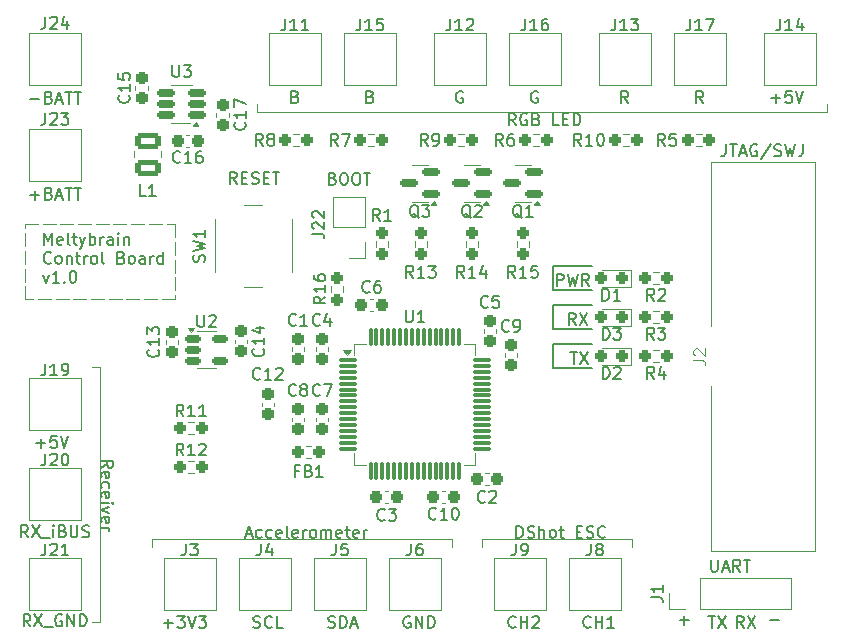
<source format=gto>
G04 #@! TF.GenerationSoftware,KiCad,Pcbnew,9.0.0*
G04 #@! TF.CreationDate,2025-08-17T11:06:40-05:00*
G04 #@! TF.ProjectId,silver-platter,73696c76-6572-42d7-906c-61747465722e,rev?*
G04 #@! TF.SameCoordinates,Original*
G04 #@! TF.FileFunction,Legend,Top*
G04 #@! TF.FilePolarity,Positive*
%FSLAX46Y46*%
G04 Gerber Fmt 4.6, Leading zero omitted, Abs format (unit mm)*
G04 Created by KiCad (PCBNEW 9.0.0) date 2025-08-17 11:06:40*
%MOMM*%
%LPD*%
G01*
G04 APERTURE LIST*
G04 Aperture macros list*
%AMRoundRect*
0 Rectangle with rounded corners*
0 $1 Rounding radius*
0 $2 $3 $4 $5 $6 $7 $8 $9 X,Y pos of 4 corners*
0 Add a 4 corners polygon primitive as box body*
4,1,4,$2,$3,$4,$5,$6,$7,$8,$9,$2,$3,0*
0 Add four circle primitives for the rounded corners*
1,1,$1+$1,$2,$3*
1,1,$1+$1,$4,$5*
1,1,$1+$1,$6,$7*
1,1,$1+$1,$8,$9*
0 Add four rect primitives between the rounded corners*
20,1,$1+$1,$2,$3,$4,$5,0*
20,1,$1+$1,$4,$5,$6,$7,0*
20,1,$1+$1,$6,$7,$8,$9,0*
20,1,$1+$1,$8,$9,$2,$3,0*%
G04 Aperture macros list end*
%ADD10C,0.100000*%
%ADD11C,0.153000*%
%ADD12C,0.200000*%
%ADD13C,0.150000*%
%ADD14C,0.120000*%
%ADD15RoundRect,0.237500X0.237500X-0.300000X0.237500X0.300000X-0.237500X0.300000X-0.237500X-0.300000X0*%
%ADD16RoundRect,0.237500X0.250000X0.237500X-0.250000X0.237500X-0.250000X-0.237500X0.250000X-0.237500X0*%
%ADD17R,4.000000X4.000000*%
%ADD18RoundRect,0.237500X-0.237500X0.300000X-0.237500X-0.300000X0.237500X-0.300000X0.237500X0.300000X0*%
%ADD19RoundRect,0.150000X-0.512500X-0.150000X0.512500X-0.150000X0.512500X0.150000X-0.512500X0.150000X0*%
%ADD20RoundRect,0.237500X0.237500X-0.250000X0.237500X0.250000X-0.237500X0.250000X-0.237500X-0.250000X0*%
%ADD21RoundRect,0.237500X-0.250000X-0.237500X0.250000X-0.237500X0.250000X0.237500X-0.250000X0.237500X0*%
%ADD22RoundRect,0.237500X-0.300000X-0.237500X0.300000X-0.237500X0.300000X0.237500X-0.300000X0.237500X0*%
%ADD23RoundRect,0.237500X0.300000X0.237500X-0.300000X0.237500X-0.300000X-0.237500X0.300000X-0.237500X0*%
%ADD24C,2.000000*%
%ADD25RoundRect,0.250001X-0.849999X0.462499X-0.849999X-0.462499X0.849999X-0.462499X0.849999X0.462499X0*%
%ADD26RoundRect,0.237500X0.287500X0.237500X-0.287500X0.237500X-0.287500X-0.237500X0.287500X-0.237500X0*%
%ADD27RoundRect,0.237500X-0.237500X0.250000X-0.237500X-0.250000X0.237500X-0.250000X0.237500X0.250000X0*%
%ADD28RoundRect,0.162500X0.617500X0.162500X-0.617500X0.162500X-0.617500X-0.162500X0.617500X-0.162500X0*%
%ADD29R,1.700000X1.700000*%
%ADD30O,1.700000X1.700000*%
%ADD31RoundRect,0.150000X0.587500X0.150000X-0.587500X0.150000X-0.587500X-0.150000X0.587500X-0.150000X0*%
%ADD32RoundRect,0.075000X-0.700000X-0.075000X0.700000X-0.075000X0.700000X0.075000X-0.700000X0.075000X0*%
%ADD33RoundRect,0.075000X-0.075000X-0.700000X0.075000X-0.700000X0.075000X0.700000X-0.075000X0.700000X0*%
%ADD34RoundRect,0.237500X-0.287500X-0.237500X0.287500X-0.237500X0.287500X0.237500X-0.287500X0.237500X0*%
G04 APERTURE END LIST*
D10*
X170815000Y-118110000D02*
X170815000Y-118745000D01*
D11*
X167386000Y-101600000D02*
X164084000Y-101600000D01*
D10*
X119380000Y-91440000D02*
X120480000Y-91440000D01*
X120880000Y-91440000D02*
X121980000Y-91440000D01*
X122380000Y-91440000D02*
X123480000Y-91440000D01*
X123880000Y-91440000D02*
X124980000Y-91440000D01*
X125380000Y-91440000D02*
X126480000Y-91440000D01*
X126880000Y-91440000D02*
X127980000Y-91440000D01*
X128380000Y-91440000D02*
X129480000Y-91440000D01*
X129880000Y-91440000D02*
X130980000Y-91440000D01*
X131380000Y-91440000D02*
X132080000Y-91440000D01*
X132080000Y-91440000D02*
X132080000Y-92540000D01*
X132080000Y-92940000D02*
X132080000Y-94040000D01*
X132080000Y-94440000D02*
X132080000Y-95540000D01*
X132080000Y-95940000D02*
X132080000Y-97040000D01*
X132080000Y-97440000D02*
X132080000Y-97790000D01*
X132080000Y-97790000D02*
X130980000Y-97790000D01*
X130580000Y-97790000D02*
X129480000Y-97790000D01*
X129080000Y-97790000D02*
X127980000Y-97790000D01*
X127580000Y-97790000D02*
X126480000Y-97790000D01*
X126080000Y-97790000D02*
X124980000Y-97790000D01*
X124580000Y-97790000D02*
X123480000Y-97790000D01*
X123080000Y-97790000D02*
X121980000Y-97790000D01*
X121580000Y-97790000D02*
X120480000Y-97790000D01*
X120080000Y-97790000D02*
X119380000Y-97790000D01*
X119380000Y-97790000D02*
X119380000Y-96690000D01*
X119380000Y-96290000D02*
X119380000Y-95190000D01*
X119380000Y-94790000D02*
X119380000Y-93690000D01*
X119380000Y-93290000D02*
X119380000Y-92190000D01*
X119380000Y-91790000D02*
X119380000Y-91440000D01*
X125095000Y-103505000D02*
X125730000Y-103505000D01*
X139065000Y-81915000D02*
X187325000Y-81915000D01*
D11*
X164084000Y-98298000D02*
X164084000Y-100330000D01*
D10*
X130175000Y-118110000D02*
X155575000Y-118110000D01*
D11*
X164084000Y-94996000D02*
X164084000Y-97028000D01*
X164084000Y-100330000D02*
X167386000Y-100330000D01*
X167386000Y-98298000D02*
X164084000Y-98298000D01*
X167386000Y-94996000D02*
X164084000Y-94996000D01*
D10*
X155575000Y-118110000D02*
X155575000Y-118745000D01*
D11*
X164084000Y-101600000D02*
X164084000Y-103632000D01*
D10*
X125730000Y-103505000D02*
X125730000Y-125095000D01*
D11*
X164084000Y-103632000D02*
X167386000Y-103632000D01*
X164084000Y-97028000D02*
X167386000Y-97028000D01*
D10*
X158115000Y-118110000D02*
X170815000Y-118110000D01*
X158115000Y-118745000D02*
X158115000Y-118110000D01*
X139065000Y-81280000D02*
X139065000Y-81915000D01*
X187325000Y-81915000D02*
X187325000Y-81280000D01*
X125095000Y-125095000D02*
X125730000Y-125095000D01*
X130175000Y-118745000D02*
X130175000Y-118110000D01*
D11*
X160993752Y-117979663D02*
X160993752Y-116979663D01*
X160993752Y-116979663D02*
X161231847Y-116979663D01*
X161231847Y-116979663D02*
X161374704Y-117027282D01*
X161374704Y-117027282D02*
X161469942Y-117122520D01*
X161469942Y-117122520D02*
X161517561Y-117217758D01*
X161517561Y-117217758D02*
X161565180Y-117408234D01*
X161565180Y-117408234D02*
X161565180Y-117551091D01*
X161565180Y-117551091D02*
X161517561Y-117741567D01*
X161517561Y-117741567D02*
X161469942Y-117836805D01*
X161469942Y-117836805D02*
X161374704Y-117932044D01*
X161374704Y-117932044D02*
X161231847Y-117979663D01*
X161231847Y-117979663D02*
X160993752Y-117979663D01*
X161946133Y-117932044D02*
X162088990Y-117979663D01*
X162088990Y-117979663D02*
X162327085Y-117979663D01*
X162327085Y-117979663D02*
X162422323Y-117932044D01*
X162422323Y-117932044D02*
X162469942Y-117884424D01*
X162469942Y-117884424D02*
X162517561Y-117789186D01*
X162517561Y-117789186D02*
X162517561Y-117693948D01*
X162517561Y-117693948D02*
X162469942Y-117598710D01*
X162469942Y-117598710D02*
X162422323Y-117551091D01*
X162422323Y-117551091D02*
X162327085Y-117503472D01*
X162327085Y-117503472D02*
X162136609Y-117455853D01*
X162136609Y-117455853D02*
X162041371Y-117408234D01*
X162041371Y-117408234D02*
X161993752Y-117360615D01*
X161993752Y-117360615D02*
X161946133Y-117265377D01*
X161946133Y-117265377D02*
X161946133Y-117170139D01*
X161946133Y-117170139D02*
X161993752Y-117074901D01*
X161993752Y-117074901D02*
X162041371Y-117027282D01*
X162041371Y-117027282D02*
X162136609Y-116979663D01*
X162136609Y-116979663D02*
X162374704Y-116979663D01*
X162374704Y-116979663D02*
X162517561Y-117027282D01*
X162946133Y-117979663D02*
X162946133Y-116979663D01*
X163374704Y-117979663D02*
X163374704Y-117455853D01*
X163374704Y-117455853D02*
X163327085Y-117360615D01*
X163327085Y-117360615D02*
X163231847Y-117312996D01*
X163231847Y-117312996D02*
X163088990Y-117312996D01*
X163088990Y-117312996D02*
X162993752Y-117360615D01*
X162993752Y-117360615D02*
X162946133Y-117408234D01*
X163993752Y-117979663D02*
X163898514Y-117932044D01*
X163898514Y-117932044D02*
X163850895Y-117884424D01*
X163850895Y-117884424D02*
X163803276Y-117789186D01*
X163803276Y-117789186D02*
X163803276Y-117503472D01*
X163803276Y-117503472D02*
X163850895Y-117408234D01*
X163850895Y-117408234D02*
X163898514Y-117360615D01*
X163898514Y-117360615D02*
X163993752Y-117312996D01*
X163993752Y-117312996D02*
X164136609Y-117312996D01*
X164136609Y-117312996D02*
X164231847Y-117360615D01*
X164231847Y-117360615D02*
X164279466Y-117408234D01*
X164279466Y-117408234D02*
X164327085Y-117503472D01*
X164327085Y-117503472D02*
X164327085Y-117789186D01*
X164327085Y-117789186D02*
X164279466Y-117884424D01*
X164279466Y-117884424D02*
X164231847Y-117932044D01*
X164231847Y-117932044D02*
X164136609Y-117979663D01*
X164136609Y-117979663D02*
X163993752Y-117979663D01*
X164612800Y-117312996D02*
X164993752Y-117312996D01*
X164755657Y-116979663D02*
X164755657Y-117836805D01*
X164755657Y-117836805D02*
X164803276Y-117932044D01*
X164803276Y-117932044D02*
X164898514Y-117979663D01*
X164898514Y-117979663D02*
X164993752Y-117979663D01*
X166088991Y-117455853D02*
X166422324Y-117455853D01*
X166565181Y-117979663D02*
X166088991Y-117979663D01*
X166088991Y-117979663D02*
X166088991Y-116979663D01*
X166088991Y-116979663D02*
X166565181Y-116979663D01*
X166946134Y-117932044D02*
X167088991Y-117979663D01*
X167088991Y-117979663D02*
X167327086Y-117979663D01*
X167327086Y-117979663D02*
X167422324Y-117932044D01*
X167422324Y-117932044D02*
X167469943Y-117884424D01*
X167469943Y-117884424D02*
X167517562Y-117789186D01*
X167517562Y-117789186D02*
X167517562Y-117693948D01*
X167517562Y-117693948D02*
X167469943Y-117598710D01*
X167469943Y-117598710D02*
X167422324Y-117551091D01*
X167422324Y-117551091D02*
X167327086Y-117503472D01*
X167327086Y-117503472D02*
X167136610Y-117455853D01*
X167136610Y-117455853D02*
X167041372Y-117408234D01*
X167041372Y-117408234D02*
X166993753Y-117360615D01*
X166993753Y-117360615D02*
X166946134Y-117265377D01*
X166946134Y-117265377D02*
X166946134Y-117170139D01*
X166946134Y-117170139D02*
X166993753Y-117074901D01*
X166993753Y-117074901D02*
X167041372Y-117027282D01*
X167041372Y-117027282D02*
X167136610Y-116979663D01*
X167136610Y-116979663D02*
X167374705Y-116979663D01*
X167374705Y-116979663D02*
X167517562Y-117027282D01*
X168517562Y-117884424D02*
X168469943Y-117932044D01*
X168469943Y-117932044D02*
X168327086Y-117979663D01*
X168327086Y-117979663D02*
X168231848Y-117979663D01*
X168231848Y-117979663D02*
X168088991Y-117932044D01*
X168088991Y-117932044D02*
X167993753Y-117836805D01*
X167993753Y-117836805D02*
X167946134Y-117741567D01*
X167946134Y-117741567D02*
X167898515Y-117551091D01*
X167898515Y-117551091D02*
X167898515Y-117408234D01*
X167898515Y-117408234D02*
X167946134Y-117217758D01*
X167946134Y-117217758D02*
X167993753Y-117122520D01*
X167993753Y-117122520D02*
X168088991Y-117027282D01*
X168088991Y-117027282D02*
X168231848Y-116979663D01*
X168231848Y-116979663D02*
X168327086Y-116979663D01*
X168327086Y-116979663D02*
X168469943Y-117027282D01*
X168469943Y-117027282D02*
X168517562Y-117074901D01*
X138721133Y-125552044D02*
X138863990Y-125599663D01*
X138863990Y-125599663D02*
X139102085Y-125599663D01*
X139102085Y-125599663D02*
X139197323Y-125552044D01*
X139197323Y-125552044D02*
X139244942Y-125504424D01*
X139244942Y-125504424D02*
X139292561Y-125409186D01*
X139292561Y-125409186D02*
X139292561Y-125313948D01*
X139292561Y-125313948D02*
X139244942Y-125218710D01*
X139244942Y-125218710D02*
X139197323Y-125171091D01*
X139197323Y-125171091D02*
X139102085Y-125123472D01*
X139102085Y-125123472D02*
X138911609Y-125075853D01*
X138911609Y-125075853D02*
X138816371Y-125028234D01*
X138816371Y-125028234D02*
X138768752Y-124980615D01*
X138768752Y-124980615D02*
X138721133Y-124885377D01*
X138721133Y-124885377D02*
X138721133Y-124790139D01*
X138721133Y-124790139D02*
X138768752Y-124694901D01*
X138768752Y-124694901D02*
X138816371Y-124647282D01*
X138816371Y-124647282D02*
X138911609Y-124599663D01*
X138911609Y-124599663D02*
X139149704Y-124599663D01*
X139149704Y-124599663D02*
X139292561Y-124647282D01*
X140292561Y-125504424D02*
X140244942Y-125552044D01*
X140244942Y-125552044D02*
X140102085Y-125599663D01*
X140102085Y-125599663D02*
X140006847Y-125599663D01*
X140006847Y-125599663D02*
X139863990Y-125552044D01*
X139863990Y-125552044D02*
X139768752Y-125456805D01*
X139768752Y-125456805D02*
X139721133Y-125361567D01*
X139721133Y-125361567D02*
X139673514Y-125171091D01*
X139673514Y-125171091D02*
X139673514Y-125028234D01*
X139673514Y-125028234D02*
X139721133Y-124837758D01*
X139721133Y-124837758D02*
X139768752Y-124742520D01*
X139768752Y-124742520D02*
X139863990Y-124647282D01*
X139863990Y-124647282D02*
X140006847Y-124599663D01*
X140006847Y-124599663D02*
X140102085Y-124599663D01*
X140102085Y-124599663D02*
X140244942Y-124647282D01*
X140244942Y-124647282D02*
X140292561Y-124694901D01*
X141197323Y-125599663D02*
X140721133Y-125599663D01*
X140721133Y-125599663D02*
X140721133Y-124599663D01*
X182456752Y-124964710D02*
X183218657Y-124964710D01*
X131148752Y-125218710D02*
X131910657Y-125218710D01*
X131529704Y-125599663D02*
X131529704Y-124837758D01*
X132291609Y-124599663D02*
X132910656Y-124599663D01*
X132910656Y-124599663D02*
X132577323Y-124980615D01*
X132577323Y-124980615D02*
X132720180Y-124980615D01*
X132720180Y-124980615D02*
X132815418Y-125028234D01*
X132815418Y-125028234D02*
X132863037Y-125075853D01*
X132863037Y-125075853D02*
X132910656Y-125171091D01*
X132910656Y-125171091D02*
X132910656Y-125409186D01*
X132910656Y-125409186D02*
X132863037Y-125504424D01*
X132863037Y-125504424D02*
X132815418Y-125552044D01*
X132815418Y-125552044D02*
X132720180Y-125599663D01*
X132720180Y-125599663D02*
X132434466Y-125599663D01*
X132434466Y-125599663D02*
X132339228Y-125552044D01*
X132339228Y-125552044D02*
X132291609Y-125504424D01*
X133196371Y-124599663D02*
X133529704Y-125599663D01*
X133529704Y-125599663D02*
X133863037Y-124599663D01*
X134101133Y-124599663D02*
X134720180Y-124599663D01*
X134720180Y-124599663D02*
X134386847Y-124980615D01*
X134386847Y-124980615D02*
X134529704Y-124980615D01*
X134529704Y-124980615D02*
X134624942Y-125028234D01*
X134624942Y-125028234D02*
X134672561Y-125075853D01*
X134672561Y-125075853D02*
X134720180Y-125171091D01*
X134720180Y-125171091D02*
X134720180Y-125409186D01*
X134720180Y-125409186D02*
X134672561Y-125504424D01*
X134672561Y-125504424D02*
X134624942Y-125552044D01*
X134624942Y-125552044D02*
X134529704Y-125599663D01*
X134529704Y-125599663D02*
X134243990Y-125599663D01*
X134243990Y-125599663D02*
X134148752Y-125552044D01*
X134148752Y-125552044D02*
X134101133Y-125504424D01*
X165549895Y-102247663D02*
X166121323Y-102247663D01*
X165835609Y-103247663D02*
X165835609Y-102247663D01*
X166359419Y-102247663D02*
X167026085Y-103247663D01*
X167026085Y-102247663D02*
X166359419Y-103247663D01*
X182583752Y-80768710D02*
X183345657Y-80768710D01*
X182964704Y-81149663D02*
X182964704Y-80387758D01*
X184298037Y-80149663D02*
X183821847Y-80149663D01*
X183821847Y-80149663D02*
X183774228Y-80625853D01*
X183774228Y-80625853D02*
X183821847Y-80578234D01*
X183821847Y-80578234D02*
X183917085Y-80530615D01*
X183917085Y-80530615D02*
X184155180Y-80530615D01*
X184155180Y-80530615D02*
X184250418Y-80578234D01*
X184250418Y-80578234D02*
X184298037Y-80625853D01*
X184298037Y-80625853D02*
X184345656Y-80721091D01*
X184345656Y-80721091D02*
X184345656Y-80959186D01*
X184345656Y-80959186D02*
X184298037Y-81054424D01*
X184298037Y-81054424D02*
X184250418Y-81102044D01*
X184250418Y-81102044D02*
X184155180Y-81149663D01*
X184155180Y-81149663D02*
X183917085Y-81149663D01*
X183917085Y-81149663D02*
X183821847Y-81102044D01*
X183821847Y-81102044D02*
X183774228Y-81054424D01*
X184631371Y-80149663D02*
X184964704Y-81149663D01*
X184964704Y-81149663D02*
X185298037Y-80149663D01*
X166010180Y-99945663D02*
X165676847Y-99469472D01*
X165438752Y-99945663D02*
X165438752Y-98945663D01*
X165438752Y-98945663D02*
X165819704Y-98945663D01*
X165819704Y-98945663D02*
X165914942Y-98993282D01*
X165914942Y-98993282D02*
X165962561Y-99040901D01*
X165962561Y-99040901D02*
X166010180Y-99136139D01*
X166010180Y-99136139D02*
X166010180Y-99278996D01*
X166010180Y-99278996D02*
X165962561Y-99374234D01*
X165962561Y-99374234D02*
X165914942Y-99421853D01*
X165914942Y-99421853D02*
X165819704Y-99469472D01*
X165819704Y-99469472D02*
X165438752Y-99469472D01*
X166343514Y-98945663D02*
X167010180Y-99945663D01*
X167010180Y-98945663D02*
X166343514Y-99945663D01*
X151992561Y-124647282D02*
X151897323Y-124599663D01*
X151897323Y-124599663D02*
X151754466Y-124599663D01*
X151754466Y-124599663D02*
X151611609Y-124647282D01*
X151611609Y-124647282D02*
X151516371Y-124742520D01*
X151516371Y-124742520D02*
X151468752Y-124837758D01*
X151468752Y-124837758D02*
X151421133Y-125028234D01*
X151421133Y-125028234D02*
X151421133Y-125171091D01*
X151421133Y-125171091D02*
X151468752Y-125361567D01*
X151468752Y-125361567D02*
X151516371Y-125456805D01*
X151516371Y-125456805D02*
X151611609Y-125552044D01*
X151611609Y-125552044D02*
X151754466Y-125599663D01*
X151754466Y-125599663D02*
X151849704Y-125599663D01*
X151849704Y-125599663D02*
X151992561Y-125552044D01*
X151992561Y-125552044D02*
X152040180Y-125504424D01*
X152040180Y-125504424D02*
X152040180Y-125171091D01*
X152040180Y-125171091D02*
X151849704Y-125171091D01*
X152468752Y-125599663D02*
X152468752Y-124599663D01*
X152468752Y-124599663D02*
X153040180Y-125599663D01*
X153040180Y-125599663D02*
X153040180Y-124599663D01*
X153516371Y-125599663D02*
X153516371Y-124599663D01*
X153516371Y-124599663D02*
X153754466Y-124599663D01*
X153754466Y-124599663D02*
X153897323Y-124647282D01*
X153897323Y-124647282D02*
X153992561Y-124742520D01*
X153992561Y-124742520D02*
X154040180Y-124837758D01*
X154040180Y-124837758D02*
X154087799Y-125028234D01*
X154087799Y-125028234D02*
X154087799Y-125171091D01*
X154087799Y-125171091D02*
X154040180Y-125361567D01*
X154040180Y-125361567D02*
X153992561Y-125456805D01*
X153992561Y-125456805D02*
X153897323Y-125552044D01*
X153897323Y-125552044D02*
X153754466Y-125599663D01*
X153754466Y-125599663D02*
X153516371Y-125599663D01*
X160930180Y-83054663D02*
X160596847Y-82578472D01*
X160358752Y-83054663D02*
X160358752Y-82054663D01*
X160358752Y-82054663D02*
X160739704Y-82054663D01*
X160739704Y-82054663D02*
X160834942Y-82102282D01*
X160834942Y-82102282D02*
X160882561Y-82149901D01*
X160882561Y-82149901D02*
X160930180Y-82245139D01*
X160930180Y-82245139D02*
X160930180Y-82387996D01*
X160930180Y-82387996D02*
X160882561Y-82483234D01*
X160882561Y-82483234D02*
X160834942Y-82530853D01*
X160834942Y-82530853D02*
X160739704Y-82578472D01*
X160739704Y-82578472D02*
X160358752Y-82578472D01*
X161882561Y-82102282D02*
X161787323Y-82054663D01*
X161787323Y-82054663D02*
X161644466Y-82054663D01*
X161644466Y-82054663D02*
X161501609Y-82102282D01*
X161501609Y-82102282D02*
X161406371Y-82197520D01*
X161406371Y-82197520D02*
X161358752Y-82292758D01*
X161358752Y-82292758D02*
X161311133Y-82483234D01*
X161311133Y-82483234D02*
X161311133Y-82626091D01*
X161311133Y-82626091D02*
X161358752Y-82816567D01*
X161358752Y-82816567D02*
X161406371Y-82911805D01*
X161406371Y-82911805D02*
X161501609Y-83007044D01*
X161501609Y-83007044D02*
X161644466Y-83054663D01*
X161644466Y-83054663D02*
X161739704Y-83054663D01*
X161739704Y-83054663D02*
X161882561Y-83007044D01*
X161882561Y-83007044D02*
X161930180Y-82959424D01*
X161930180Y-82959424D02*
X161930180Y-82626091D01*
X161930180Y-82626091D02*
X161739704Y-82626091D01*
X162692085Y-82530853D02*
X162834942Y-82578472D01*
X162834942Y-82578472D02*
X162882561Y-82626091D01*
X162882561Y-82626091D02*
X162930180Y-82721329D01*
X162930180Y-82721329D02*
X162930180Y-82864186D01*
X162930180Y-82864186D02*
X162882561Y-82959424D01*
X162882561Y-82959424D02*
X162834942Y-83007044D01*
X162834942Y-83007044D02*
X162739704Y-83054663D01*
X162739704Y-83054663D02*
X162358752Y-83054663D01*
X162358752Y-83054663D02*
X162358752Y-82054663D01*
X162358752Y-82054663D02*
X162692085Y-82054663D01*
X162692085Y-82054663D02*
X162787323Y-82102282D01*
X162787323Y-82102282D02*
X162834942Y-82149901D01*
X162834942Y-82149901D02*
X162882561Y-82245139D01*
X162882561Y-82245139D02*
X162882561Y-82340377D01*
X162882561Y-82340377D02*
X162834942Y-82435615D01*
X162834942Y-82435615D02*
X162787323Y-82483234D01*
X162787323Y-82483234D02*
X162692085Y-82530853D01*
X162692085Y-82530853D02*
X162358752Y-82530853D01*
X164596847Y-83054663D02*
X164120657Y-83054663D01*
X164120657Y-83054663D02*
X164120657Y-82054663D01*
X164930181Y-82530853D02*
X165263514Y-82530853D01*
X165406371Y-83054663D02*
X164930181Y-83054663D01*
X164930181Y-83054663D02*
X164930181Y-82054663D01*
X164930181Y-82054663D02*
X165406371Y-82054663D01*
X165834943Y-83054663D02*
X165834943Y-82054663D01*
X165834943Y-82054663D02*
X166073038Y-82054663D01*
X166073038Y-82054663D02*
X166215895Y-82102282D01*
X166215895Y-82102282D02*
X166311133Y-82197520D01*
X166311133Y-82197520D02*
X166358752Y-82292758D01*
X166358752Y-82292758D02*
X166406371Y-82483234D01*
X166406371Y-82483234D02*
X166406371Y-82626091D01*
X166406371Y-82626091D02*
X166358752Y-82816567D01*
X166358752Y-82816567D02*
X166311133Y-82911805D01*
X166311133Y-82911805D02*
X166215895Y-83007044D01*
X166215895Y-83007044D02*
X166073038Y-83054663D01*
X166073038Y-83054663D02*
X165834943Y-83054663D01*
X176805180Y-81149663D02*
X176471847Y-80673472D01*
X176233752Y-81149663D02*
X176233752Y-80149663D01*
X176233752Y-80149663D02*
X176614704Y-80149663D01*
X176614704Y-80149663D02*
X176709942Y-80197282D01*
X176709942Y-80197282D02*
X176757561Y-80244901D01*
X176757561Y-80244901D02*
X176805180Y-80340139D01*
X176805180Y-80340139D02*
X176805180Y-80482996D01*
X176805180Y-80482996D02*
X176757561Y-80578234D01*
X176757561Y-80578234D02*
X176709942Y-80625853D01*
X176709942Y-80625853D02*
X176614704Y-80673472D01*
X176614704Y-80673472D02*
X176233752Y-80673472D01*
X142277085Y-80625853D02*
X142419942Y-80673472D01*
X142419942Y-80673472D02*
X142467561Y-80721091D01*
X142467561Y-80721091D02*
X142515180Y-80816329D01*
X142515180Y-80816329D02*
X142515180Y-80959186D01*
X142515180Y-80959186D02*
X142467561Y-81054424D01*
X142467561Y-81054424D02*
X142419942Y-81102044D01*
X142419942Y-81102044D02*
X142324704Y-81149663D01*
X142324704Y-81149663D02*
X141943752Y-81149663D01*
X141943752Y-81149663D02*
X141943752Y-80149663D01*
X141943752Y-80149663D02*
X142277085Y-80149663D01*
X142277085Y-80149663D02*
X142372323Y-80197282D01*
X142372323Y-80197282D02*
X142419942Y-80244901D01*
X142419942Y-80244901D02*
X142467561Y-80340139D01*
X142467561Y-80340139D02*
X142467561Y-80435377D01*
X142467561Y-80435377D02*
X142419942Y-80530615D01*
X142419942Y-80530615D02*
X142372323Y-80578234D01*
X142372323Y-80578234D02*
X142277085Y-80625853D01*
X142277085Y-80625853D02*
X141943752Y-80625853D01*
X145071133Y-125552044D02*
X145213990Y-125599663D01*
X145213990Y-125599663D02*
X145452085Y-125599663D01*
X145452085Y-125599663D02*
X145547323Y-125552044D01*
X145547323Y-125552044D02*
X145594942Y-125504424D01*
X145594942Y-125504424D02*
X145642561Y-125409186D01*
X145642561Y-125409186D02*
X145642561Y-125313948D01*
X145642561Y-125313948D02*
X145594942Y-125218710D01*
X145594942Y-125218710D02*
X145547323Y-125171091D01*
X145547323Y-125171091D02*
X145452085Y-125123472D01*
X145452085Y-125123472D02*
X145261609Y-125075853D01*
X145261609Y-125075853D02*
X145166371Y-125028234D01*
X145166371Y-125028234D02*
X145118752Y-124980615D01*
X145118752Y-124980615D02*
X145071133Y-124885377D01*
X145071133Y-124885377D02*
X145071133Y-124790139D01*
X145071133Y-124790139D02*
X145118752Y-124694901D01*
X145118752Y-124694901D02*
X145166371Y-124647282D01*
X145166371Y-124647282D02*
X145261609Y-124599663D01*
X145261609Y-124599663D02*
X145499704Y-124599663D01*
X145499704Y-124599663D02*
X145642561Y-124647282D01*
X146071133Y-125599663D02*
X146071133Y-124599663D01*
X146071133Y-124599663D02*
X146309228Y-124599663D01*
X146309228Y-124599663D02*
X146452085Y-124647282D01*
X146452085Y-124647282D02*
X146547323Y-124742520D01*
X146547323Y-124742520D02*
X146594942Y-124837758D01*
X146594942Y-124837758D02*
X146642561Y-125028234D01*
X146642561Y-125028234D02*
X146642561Y-125171091D01*
X146642561Y-125171091D02*
X146594942Y-125361567D01*
X146594942Y-125361567D02*
X146547323Y-125456805D01*
X146547323Y-125456805D02*
X146452085Y-125552044D01*
X146452085Y-125552044D02*
X146309228Y-125599663D01*
X146309228Y-125599663D02*
X146071133Y-125599663D01*
X147023514Y-125313948D02*
X147499704Y-125313948D01*
X146928276Y-125599663D02*
X147261609Y-124599663D01*
X147261609Y-124599663D02*
X147594942Y-125599663D01*
X160930180Y-125504424D02*
X160882561Y-125552044D01*
X160882561Y-125552044D02*
X160739704Y-125599663D01*
X160739704Y-125599663D02*
X160644466Y-125599663D01*
X160644466Y-125599663D02*
X160501609Y-125552044D01*
X160501609Y-125552044D02*
X160406371Y-125456805D01*
X160406371Y-125456805D02*
X160358752Y-125361567D01*
X160358752Y-125361567D02*
X160311133Y-125171091D01*
X160311133Y-125171091D02*
X160311133Y-125028234D01*
X160311133Y-125028234D02*
X160358752Y-124837758D01*
X160358752Y-124837758D02*
X160406371Y-124742520D01*
X160406371Y-124742520D02*
X160501609Y-124647282D01*
X160501609Y-124647282D02*
X160644466Y-124599663D01*
X160644466Y-124599663D02*
X160739704Y-124599663D01*
X160739704Y-124599663D02*
X160882561Y-124647282D01*
X160882561Y-124647282D02*
X160930180Y-124694901D01*
X161358752Y-125599663D02*
X161358752Y-124599663D01*
X161358752Y-125075853D02*
X161930180Y-125075853D01*
X161930180Y-125599663D02*
X161930180Y-124599663D01*
X162358752Y-124694901D02*
X162406371Y-124647282D01*
X162406371Y-124647282D02*
X162501609Y-124599663D01*
X162501609Y-124599663D02*
X162739704Y-124599663D01*
X162739704Y-124599663D02*
X162834942Y-124647282D01*
X162834942Y-124647282D02*
X162882561Y-124694901D01*
X162882561Y-124694901D02*
X162930180Y-124790139D01*
X162930180Y-124790139D02*
X162930180Y-124885377D01*
X162930180Y-124885377D02*
X162882561Y-125028234D01*
X162882561Y-125028234D02*
X162311133Y-125599663D01*
X162311133Y-125599663D02*
X162930180Y-125599663D01*
X170455180Y-81149663D02*
X170121847Y-80673472D01*
X169883752Y-81149663D02*
X169883752Y-80149663D01*
X169883752Y-80149663D02*
X170264704Y-80149663D01*
X170264704Y-80149663D02*
X170359942Y-80197282D01*
X170359942Y-80197282D02*
X170407561Y-80244901D01*
X170407561Y-80244901D02*
X170455180Y-80340139D01*
X170455180Y-80340139D02*
X170455180Y-80482996D01*
X170455180Y-80482996D02*
X170407561Y-80578234D01*
X170407561Y-80578234D02*
X170359942Y-80625853D01*
X170359942Y-80625853D02*
X170264704Y-80673472D01*
X170264704Y-80673472D02*
X169883752Y-80673472D01*
X120353752Y-109978710D02*
X121115657Y-109978710D01*
X120734704Y-110359663D02*
X120734704Y-109597758D01*
X122068037Y-109359663D02*
X121591847Y-109359663D01*
X121591847Y-109359663D02*
X121544228Y-109835853D01*
X121544228Y-109835853D02*
X121591847Y-109788234D01*
X121591847Y-109788234D02*
X121687085Y-109740615D01*
X121687085Y-109740615D02*
X121925180Y-109740615D01*
X121925180Y-109740615D02*
X122020418Y-109788234D01*
X122020418Y-109788234D02*
X122068037Y-109835853D01*
X122068037Y-109835853D02*
X122115656Y-109931091D01*
X122115656Y-109931091D02*
X122115656Y-110169186D01*
X122115656Y-110169186D02*
X122068037Y-110264424D01*
X122068037Y-110264424D02*
X122020418Y-110312044D01*
X122020418Y-110312044D02*
X121925180Y-110359663D01*
X121925180Y-110359663D02*
X121687085Y-110359663D01*
X121687085Y-110359663D02*
X121591847Y-110312044D01*
X121591847Y-110312044D02*
X121544228Y-110264424D01*
X122401371Y-109359663D02*
X122734704Y-110359663D01*
X122734704Y-110359663D02*
X123068037Y-109359663D01*
D12*
X121019673Y-93167331D02*
X121019673Y-92167331D01*
X121019673Y-92167331D02*
X121353006Y-92881616D01*
X121353006Y-92881616D02*
X121686339Y-92167331D01*
X121686339Y-92167331D02*
X121686339Y-93167331D01*
X122543482Y-93119712D02*
X122448244Y-93167331D01*
X122448244Y-93167331D02*
X122257768Y-93167331D01*
X122257768Y-93167331D02*
X122162530Y-93119712D01*
X122162530Y-93119712D02*
X122114911Y-93024473D01*
X122114911Y-93024473D02*
X122114911Y-92643521D01*
X122114911Y-92643521D02*
X122162530Y-92548283D01*
X122162530Y-92548283D02*
X122257768Y-92500664D01*
X122257768Y-92500664D02*
X122448244Y-92500664D01*
X122448244Y-92500664D02*
X122543482Y-92548283D01*
X122543482Y-92548283D02*
X122591101Y-92643521D01*
X122591101Y-92643521D02*
X122591101Y-92738759D01*
X122591101Y-92738759D02*
X122114911Y-92833997D01*
X123162530Y-93167331D02*
X123067292Y-93119712D01*
X123067292Y-93119712D02*
X123019673Y-93024473D01*
X123019673Y-93024473D02*
X123019673Y-92167331D01*
X123400626Y-92500664D02*
X123781578Y-92500664D01*
X123543483Y-92167331D02*
X123543483Y-93024473D01*
X123543483Y-93024473D02*
X123591102Y-93119712D01*
X123591102Y-93119712D02*
X123686340Y-93167331D01*
X123686340Y-93167331D02*
X123781578Y-93167331D01*
X124019674Y-92500664D02*
X124257769Y-93167331D01*
X124495864Y-92500664D02*
X124257769Y-93167331D01*
X124257769Y-93167331D02*
X124162531Y-93405426D01*
X124162531Y-93405426D02*
X124114912Y-93453045D01*
X124114912Y-93453045D02*
X124019674Y-93500664D01*
X124876817Y-93167331D02*
X124876817Y-92167331D01*
X124876817Y-92548283D02*
X124972055Y-92500664D01*
X124972055Y-92500664D02*
X125162531Y-92500664D01*
X125162531Y-92500664D02*
X125257769Y-92548283D01*
X125257769Y-92548283D02*
X125305388Y-92595902D01*
X125305388Y-92595902D02*
X125353007Y-92691140D01*
X125353007Y-92691140D02*
X125353007Y-92976854D01*
X125353007Y-92976854D02*
X125305388Y-93072092D01*
X125305388Y-93072092D02*
X125257769Y-93119712D01*
X125257769Y-93119712D02*
X125162531Y-93167331D01*
X125162531Y-93167331D02*
X124972055Y-93167331D01*
X124972055Y-93167331D02*
X124876817Y-93119712D01*
X125781579Y-93167331D02*
X125781579Y-92500664D01*
X125781579Y-92691140D02*
X125829198Y-92595902D01*
X125829198Y-92595902D02*
X125876817Y-92548283D01*
X125876817Y-92548283D02*
X125972055Y-92500664D01*
X125972055Y-92500664D02*
X126067293Y-92500664D01*
X126829198Y-93167331D02*
X126829198Y-92643521D01*
X126829198Y-92643521D02*
X126781579Y-92548283D01*
X126781579Y-92548283D02*
X126686341Y-92500664D01*
X126686341Y-92500664D02*
X126495865Y-92500664D01*
X126495865Y-92500664D02*
X126400627Y-92548283D01*
X126829198Y-93119712D02*
X126733960Y-93167331D01*
X126733960Y-93167331D02*
X126495865Y-93167331D01*
X126495865Y-93167331D02*
X126400627Y-93119712D01*
X126400627Y-93119712D02*
X126353008Y-93024473D01*
X126353008Y-93024473D02*
X126353008Y-92929235D01*
X126353008Y-92929235D02*
X126400627Y-92833997D01*
X126400627Y-92833997D02*
X126495865Y-92786378D01*
X126495865Y-92786378D02*
X126733960Y-92786378D01*
X126733960Y-92786378D02*
X126829198Y-92738759D01*
X127305389Y-93167331D02*
X127305389Y-92500664D01*
X127305389Y-92167331D02*
X127257770Y-92214950D01*
X127257770Y-92214950D02*
X127305389Y-92262569D01*
X127305389Y-92262569D02*
X127353008Y-92214950D01*
X127353008Y-92214950D02*
X127305389Y-92167331D01*
X127305389Y-92167331D02*
X127305389Y-92262569D01*
X127781579Y-92500664D02*
X127781579Y-93167331D01*
X127781579Y-92595902D02*
X127829198Y-92548283D01*
X127829198Y-92548283D02*
X127924436Y-92500664D01*
X127924436Y-92500664D02*
X128067293Y-92500664D01*
X128067293Y-92500664D02*
X128162531Y-92548283D01*
X128162531Y-92548283D02*
X128210150Y-92643521D01*
X128210150Y-92643521D02*
X128210150Y-93167331D01*
X121591101Y-94682036D02*
X121543482Y-94729656D01*
X121543482Y-94729656D02*
X121400625Y-94777275D01*
X121400625Y-94777275D02*
X121305387Y-94777275D01*
X121305387Y-94777275D02*
X121162530Y-94729656D01*
X121162530Y-94729656D02*
X121067292Y-94634417D01*
X121067292Y-94634417D02*
X121019673Y-94539179D01*
X121019673Y-94539179D02*
X120972054Y-94348703D01*
X120972054Y-94348703D02*
X120972054Y-94205846D01*
X120972054Y-94205846D02*
X121019673Y-94015370D01*
X121019673Y-94015370D02*
X121067292Y-93920132D01*
X121067292Y-93920132D02*
X121162530Y-93824894D01*
X121162530Y-93824894D02*
X121305387Y-93777275D01*
X121305387Y-93777275D02*
X121400625Y-93777275D01*
X121400625Y-93777275D02*
X121543482Y-93824894D01*
X121543482Y-93824894D02*
X121591101Y-93872513D01*
X122162530Y-94777275D02*
X122067292Y-94729656D01*
X122067292Y-94729656D02*
X122019673Y-94682036D01*
X122019673Y-94682036D02*
X121972054Y-94586798D01*
X121972054Y-94586798D02*
X121972054Y-94301084D01*
X121972054Y-94301084D02*
X122019673Y-94205846D01*
X122019673Y-94205846D02*
X122067292Y-94158227D01*
X122067292Y-94158227D02*
X122162530Y-94110608D01*
X122162530Y-94110608D02*
X122305387Y-94110608D01*
X122305387Y-94110608D02*
X122400625Y-94158227D01*
X122400625Y-94158227D02*
X122448244Y-94205846D01*
X122448244Y-94205846D02*
X122495863Y-94301084D01*
X122495863Y-94301084D02*
X122495863Y-94586798D01*
X122495863Y-94586798D02*
X122448244Y-94682036D01*
X122448244Y-94682036D02*
X122400625Y-94729656D01*
X122400625Y-94729656D02*
X122305387Y-94777275D01*
X122305387Y-94777275D02*
X122162530Y-94777275D01*
X122924435Y-94110608D02*
X122924435Y-94777275D01*
X122924435Y-94205846D02*
X122972054Y-94158227D01*
X122972054Y-94158227D02*
X123067292Y-94110608D01*
X123067292Y-94110608D02*
X123210149Y-94110608D01*
X123210149Y-94110608D02*
X123305387Y-94158227D01*
X123305387Y-94158227D02*
X123353006Y-94253465D01*
X123353006Y-94253465D02*
X123353006Y-94777275D01*
X123686340Y-94110608D02*
X124067292Y-94110608D01*
X123829197Y-93777275D02*
X123829197Y-94634417D01*
X123829197Y-94634417D02*
X123876816Y-94729656D01*
X123876816Y-94729656D02*
X123972054Y-94777275D01*
X123972054Y-94777275D02*
X124067292Y-94777275D01*
X124400626Y-94777275D02*
X124400626Y-94110608D01*
X124400626Y-94301084D02*
X124448245Y-94205846D01*
X124448245Y-94205846D02*
X124495864Y-94158227D01*
X124495864Y-94158227D02*
X124591102Y-94110608D01*
X124591102Y-94110608D02*
X124686340Y-94110608D01*
X125162531Y-94777275D02*
X125067293Y-94729656D01*
X125067293Y-94729656D02*
X125019674Y-94682036D01*
X125019674Y-94682036D02*
X124972055Y-94586798D01*
X124972055Y-94586798D02*
X124972055Y-94301084D01*
X124972055Y-94301084D02*
X125019674Y-94205846D01*
X125019674Y-94205846D02*
X125067293Y-94158227D01*
X125067293Y-94158227D02*
X125162531Y-94110608D01*
X125162531Y-94110608D02*
X125305388Y-94110608D01*
X125305388Y-94110608D02*
X125400626Y-94158227D01*
X125400626Y-94158227D02*
X125448245Y-94205846D01*
X125448245Y-94205846D02*
X125495864Y-94301084D01*
X125495864Y-94301084D02*
X125495864Y-94586798D01*
X125495864Y-94586798D02*
X125448245Y-94682036D01*
X125448245Y-94682036D02*
X125400626Y-94729656D01*
X125400626Y-94729656D02*
X125305388Y-94777275D01*
X125305388Y-94777275D02*
X125162531Y-94777275D01*
X126067293Y-94777275D02*
X125972055Y-94729656D01*
X125972055Y-94729656D02*
X125924436Y-94634417D01*
X125924436Y-94634417D02*
X125924436Y-93777275D01*
X127543484Y-94253465D02*
X127686341Y-94301084D01*
X127686341Y-94301084D02*
X127733960Y-94348703D01*
X127733960Y-94348703D02*
X127781579Y-94443941D01*
X127781579Y-94443941D02*
X127781579Y-94586798D01*
X127781579Y-94586798D02*
X127733960Y-94682036D01*
X127733960Y-94682036D02*
X127686341Y-94729656D01*
X127686341Y-94729656D02*
X127591103Y-94777275D01*
X127591103Y-94777275D02*
X127210151Y-94777275D01*
X127210151Y-94777275D02*
X127210151Y-93777275D01*
X127210151Y-93777275D02*
X127543484Y-93777275D01*
X127543484Y-93777275D02*
X127638722Y-93824894D01*
X127638722Y-93824894D02*
X127686341Y-93872513D01*
X127686341Y-93872513D02*
X127733960Y-93967751D01*
X127733960Y-93967751D02*
X127733960Y-94062989D01*
X127733960Y-94062989D02*
X127686341Y-94158227D01*
X127686341Y-94158227D02*
X127638722Y-94205846D01*
X127638722Y-94205846D02*
X127543484Y-94253465D01*
X127543484Y-94253465D02*
X127210151Y-94253465D01*
X128353008Y-94777275D02*
X128257770Y-94729656D01*
X128257770Y-94729656D02*
X128210151Y-94682036D01*
X128210151Y-94682036D02*
X128162532Y-94586798D01*
X128162532Y-94586798D02*
X128162532Y-94301084D01*
X128162532Y-94301084D02*
X128210151Y-94205846D01*
X128210151Y-94205846D02*
X128257770Y-94158227D01*
X128257770Y-94158227D02*
X128353008Y-94110608D01*
X128353008Y-94110608D02*
X128495865Y-94110608D01*
X128495865Y-94110608D02*
X128591103Y-94158227D01*
X128591103Y-94158227D02*
X128638722Y-94205846D01*
X128638722Y-94205846D02*
X128686341Y-94301084D01*
X128686341Y-94301084D02*
X128686341Y-94586798D01*
X128686341Y-94586798D02*
X128638722Y-94682036D01*
X128638722Y-94682036D02*
X128591103Y-94729656D01*
X128591103Y-94729656D02*
X128495865Y-94777275D01*
X128495865Y-94777275D02*
X128353008Y-94777275D01*
X129543484Y-94777275D02*
X129543484Y-94253465D01*
X129543484Y-94253465D02*
X129495865Y-94158227D01*
X129495865Y-94158227D02*
X129400627Y-94110608D01*
X129400627Y-94110608D02*
X129210151Y-94110608D01*
X129210151Y-94110608D02*
X129114913Y-94158227D01*
X129543484Y-94729656D02*
X129448246Y-94777275D01*
X129448246Y-94777275D02*
X129210151Y-94777275D01*
X129210151Y-94777275D02*
X129114913Y-94729656D01*
X129114913Y-94729656D02*
X129067294Y-94634417D01*
X129067294Y-94634417D02*
X129067294Y-94539179D01*
X129067294Y-94539179D02*
X129114913Y-94443941D01*
X129114913Y-94443941D02*
X129210151Y-94396322D01*
X129210151Y-94396322D02*
X129448246Y-94396322D01*
X129448246Y-94396322D02*
X129543484Y-94348703D01*
X130019675Y-94777275D02*
X130019675Y-94110608D01*
X130019675Y-94301084D02*
X130067294Y-94205846D01*
X130067294Y-94205846D02*
X130114913Y-94158227D01*
X130114913Y-94158227D02*
X130210151Y-94110608D01*
X130210151Y-94110608D02*
X130305389Y-94110608D01*
X131067294Y-94777275D02*
X131067294Y-93777275D01*
X131067294Y-94729656D02*
X130972056Y-94777275D01*
X130972056Y-94777275D02*
X130781580Y-94777275D01*
X130781580Y-94777275D02*
X130686342Y-94729656D01*
X130686342Y-94729656D02*
X130638723Y-94682036D01*
X130638723Y-94682036D02*
X130591104Y-94586798D01*
X130591104Y-94586798D02*
X130591104Y-94301084D01*
X130591104Y-94301084D02*
X130638723Y-94205846D01*
X130638723Y-94205846D02*
X130686342Y-94158227D01*
X130686342Y-94158227D02*
X130781580Y-94110608D01*
X130781580Y-94110608D02*
X130972056Y-94110608D01*
X130972056Y-94110608D02*
X131067294Y-94158227D01*
X120924435Y-95720552D02*
X121162530Y-96387219D01*
X121162530Y-96387219D02*
X121400625Y-95720552D01*
X122305387Y-96387219D02*
X121733959Y-96387219D01*
X122019673Y-96387219D02*
X122019673Y-95387219D01*
X122019673Y-95387219D02*
X121924435Y-95530076D01*
X121924435Y-95530076D02*
X121829197Y-95625314D01*
X121829197Y-95625314D02*
X121733959Y-95672933D01*
X122733959Y-96291980D02*
X122781578Y-96339600D01*
X122781578Y-96339600D02*
X122733959Y-96387219D01*
X122733959Y-96387219D02*
X122686340Y-96339600D01*
X122686340Y-96339600D02*
X122733959Y-96291980D01*
X122733959Y-96291980D02*
X122733959Y-96387219D01*
X123400625Y-95387219D02*
X123495863Y-95387219D01*
X123495863Y-95387219D02*
X123591101Y-95434838D01*
X123591101Y-95434838D02*
X123638720Y-95482457D01*
X123638720Y-95482457D02*
X123686339Y-95577695D01*
X123686339Y-95577695D02*
X123733958Y-95768171D01*
X123733958Y-95768171D02*
X123733958Y-96006266D01*
X123733958Y-96006266D02*
X123686339Y-96196742D01*
X123686339Y-96196742D02*
X123638720Y-96291980D01*
X123638720Y-96291980D02*
X123591101Y-96339600D01*
X123591101Y-96339600D02*
X123495863Y-96387219D01*
X123495863Y-96387219D02*
X123400625Y-96387219D01*
X123400625Y-96387219D02*
X123305387Y-96339600D01*
X123305387Y-96339600D02*
X123257768Y-96291980D01*
X123257768Y-96291980D02*
X123210149Y-96196742D01*
X123210149Y-96196742D02*
X123162530Y-96006266D01*
X123162530Y-96006266D02*
X123162530Y-95768171D01*
X123162530Y-95768171D02*
X123210149Y-95577695D01*
X123210149Y-95577695D02*
X123257768Y-95482457D01*
X123257768Y-95482457D02*
X123305387Y-95434838D01*
X123305387Y-95434838D02*
X123400625Y-95387219D01*
D11*
X167280180Y-125504424D02*
X167232561Y-125552044D01*
X167232561Y-125552044D02*
X167089704Y-125599663D01*
X167089704Y-125599663D02*
X166994466Y-125599663D01*
X166994466Y-125599663D02*
X166851609Y-125552044D01*
X166851609Y-125552044D02*
X166756371Y-125456805D01*
X166756371Y-125456805D02*
X166708752Y-125361567D01*
X166708752Y-125361567D02*
X166661133Y-125171091D01*
X166661133Y-125171091D02*
X166661133Y-125028234D01*
X166661133Y-125028234D02*
X166708752Y-124837758D01*
X166708752Y-124837758D02*
X166756371Y-124742520D01*
X166756371Y-124742520D02*
X166851609Y-124647282D01*
X166851609Y-124647282D02*
X166994466Y-124599663D01*
X166994466Y-124599663D02*
X167089704Y-124599663D01*
X167089704Y-124599663D02*
X167232561Y-124647282D01*
X167232561Y-124647282D02*
X167280180Y-124694901D01*
X167708752Y-125599663D02*
X167708752Y-124599663D01*
X167708752Y-125075853D02*
X168280180Y-125075853D01*
X168280180Y-125599663D02*
X168280180Y-124599663D01*
X169280180Y-125599663D02*
X168708752Y-125599663D01*
X168994466Y-125599663D02*
X168994466Y-124599663D01*
X168994466Y-124599663D02*
X168899228Y-124742520D01*
X168899228Y-124742520D02*
X168803990Y-124837758D01*
X168803990Y-124837758D02*
X168708752Y-124885377D01*
X156437561Y-80197282D02*
X156342323Y-80149663D01*
X156342323Y-80149663D02*
X156199466Y-80149663D01*
X156199466Y-80149663D02*
X156056609Y-80197282D01*
X156056609Y-80197282D02*
X155961371Y-80292520D01*
X155961371Y-80292520D02*
X155913752Y-80387758D01*
X155913752Y-80387758D02*
X155866133Y-80578234D01*
X155866133Y-80578234D02*
X155866133Y-80721091D01*
X155866133Y-80721091D02*
X155913752Y-80911567D01*
X155913752Y-80911567D02*
X155961371Y-81006805D01*
X155961371Y-81006805D02*
X156056609Y-81102044D01*
X156056609Y-81102044D02*
X156199466Y-81149663D01*
X156199466Y-81149663D02*
X156294704Y-81149663D01*
X156294704Y-81149663D02*
X156437561Y-81102044D01*
X156437561Y-81102044D02*
X156485180Y-81054424D01*
X156485180Y-81054424D02*
X156485180Y-80721091D01*
X156485180Y-80721091D02*
X156294704Y-80721091D01*
X138086133Y-117693948D02*
X138562323Y-117693948D01*
X137990895Y-117979663D02*
X138324228Y-116979663D01*
X138324228Y-116979663D02*
X138657561Y-117979663D01*
X139419466Y-117932044D02*
X139324228Y-117979663D01*
X139324228Y-117979663D02*
X139133752Y-117979663D01*
X139133752Y-117979663D02*
X139038514Y-117932044D01*
X139038514Y-117932044D02*
X138990895Y-117884424D01*
X138990895Y-117884424D02*
X138943276Y-117789186D01*
X138943276Y-117789186D02*
X138943276Y-117503472D01*
X138943276Y-117503472D02*
X138990895Y-117408234D01*
X138990895Y-117408234D02*
X139038514Y-117360615D01*
X139038514Y-117360615D02*
X139133752Y-117312996D01*
X139133752Y-117312996D02*
X139324228Y-117312996D01*
X139324228Y-117312996D02*
X139419466Y-117360615D01*
X140276609Y-117932044D02*
X140181371Y-117979663D01*
X140181371Y-117979663D02*
X139990895Y-117979663D01*
X139990895Y-117979663D02*
X139895657Y-117932044D01*
X139895657Y-117932044D02*
X139848038Y-117884424D01*
X139848038Y-117884424D02*
X139800419Y-117789186D01*
X139800419Y-117789186D02*
X139800419Y-117503472D01*
X139800419Y-117503472D02*
X139848038Y-117408234D01*
X139848038Y-117408234D02*
X139895657Y-117360615D01*
X139895657Y-117360615D02*
X139990895Y-117312996D01*
X139990895Y-117312996D02*
X140181371Y-117312996D01*
X140181371Y-117312996D02*
X140276609Y-117360615D01*
X141086133Y-117932044D02*
X140990895Y-117979663D01*
X140990895Y-117979663D02*
X140800419Y-117979663D01*
X140800419Y-117979663D02*
X140705181Y-117932044D01*
X140705181Y-117932044D02*
X140657562Y-117836805D01*
X140657562Y-117836805D02*
X140657562Y-117455853D01*
X140657562Y-117455853D02*
X140705181Y-117360615D01*
X140705181Y-117360615D02*
X140800419Y-117312996D01*
X140800419Y-117312996D02*
X140990895Y-117312996D01*
X140990895Y-117312996D02*
X141086133Y-117360615D01*
X141086133Y-117360615D02*
X141133752Y-117455853D01*
X141133752Y-117455853D02*
X141133752Y-117551091D01*
X141133752Y-117551091D02*
X140657562Y-117646329D01*
X141705181Y-117979663D02*
X141609943Y-117932044D01*
X141609943Y-117932044D02*
X141562324Y-117836805D01*
X141562324Y-117836805D02*
X141562324Y-116979663D01*
X142467086Y-117932044D02*
X142371848Y-117979663D01*
X142371848Y-117979663D02*
X142181372Y-117979663D01*
X142181372Y-117979663D02*
X142086134Y-117932044D01*
X142086134Y-117932044D02*
X142038515Y-117836805D01*
X142038515Y-117836805D02*
X142038515Y-117455853D01*
X142038515Y-117455853D02*
X142086134Y-117360615D01*
X142086134Y-117360615D02*
X142181372Y-117312996D01*
X142181372Y-117312996D02*
X142371848Y-117312996D01*
X142371848Y-117312996D02*
X142467086Y-117360615D01*
X142467086Y-117360615D02*
X142514705Y-117455853D01*
X142514705Y-117455853D02*
X142514705Y-117551091D01*
X142514705Y-117551091D02*
X142038515Y-117646329D01*
X142943277Y-117979663D02*
X142943277Y-117312996D01*
X142943277Y-117503472D02*
X142990896Y-117408234D01*
X142990896Y-117408234D02*
X143038515Y-117360615D01*
X143038515Y-117360615D02*
X143133753Y-117312996D01*
X143133753Y-117312996D02*
X143228991Y-117312996D01*
X143705182Y-117979663D02*
X143609944Y-117932044D01*
X143609944Y-117932044D02*
X143562325Y-117884424D01*
X143562325Y-117884424D02*
X143514706Y-117789186D01*
X143514706Y-117789186D02*
X143514706Y-117503472D01*
X143514706Y-117503472D02*
X143562325Y-117408234D01*
X143562325Y-117408234D02*
X143609944Y-117360615D01*
X143609944Y-117360615D02*
X143705182Y-117312996D01*
X143705182Y-117312996D02*
X143848039Y-117312996D01*
X143848039Y-117312996D02*
X143943277Y-117360615D01*
X143943277Y-117360615D02*
X143990896Y-117408234D01*
X143990896Y-117408234D02*
X144038515Y-117503472D01*
X144038515Y-117503472D02*
X144038515Y-117789186D01*
X144038515Y-117789186D02*
X143990896Y-117884424D01*
X143990896Y-117884424D02*
X143943277Y-117932044D01*
X143943277Y-117932044D02*
X143848039Y-117979663D01*
X143848039Y-117979663D02*
X143705182Y-117979663D01*
X144467087Y-117979663D02*
X144467087Y-117312996D01*
X144467087Y-117408234D02*
X144514706Y-117360615D01*
X144514706Y-117360615D02*
X144609944Y-117312996D01*
X144609944Y-117312996D02*
X144752801Y-117312996D01*
X144752801Y-117312996D02*
X144848039Y-117360615D01*
X144848039Y-117360615D02*
X144895658Y-117455853D01*
X144895658Y-117455853D02*
X144895658Y-117979663D01*
X144895658Y-117455853D02*
X144943277Y-117360615D01*
X144943277Y-117360615D02*
X145038515Y-117312996D01*
X145038515Y-117312996D02*
X145181372Y-117312996D01*
X145181372Y-117312996D02*
X145276611Y-117360615D01*
X145276611Y-117360615D02*
X145324230Y-117455853D01*
X145324230Y-117455853D02*
X145324230Y-117979663D01*
X146181372Y-117932044D02*
X146086134Y-117979663D01*
X146086134Y-117979663D02*
X145895658Y-117979663D01*
X145895658Y-117979663D02*
X145800420Y-117932044D01*
X145800420Y-117932044D02*
X145752801Y-117836805D01*
X145752801Y-117836805D02*
X145752801Y-117455853D01*
X145752801Y-117455853D02*
X145800420Y-117360615D01*
X145800420Y-117360615D02*
X145895658Y-117312996D01*
X145895658Y-117312996D02*
X146086134Y-117312996D01*
X146086134Y-117312996D02*
X146181372Y-117360615D01*
X146181372Y-117360615D02*
X146228991Y-117455853D01*
X146228991Y-117455853D02*
X146228991Y-117551091D01*
X146228991Y-117551091D02*
X145752801Y-117646329D01*
X146514706Y-117312996D02*
X146895658Y-117312996D01*
X146657563Y-116979663D02*
X146657563Y-117836805D01*
X146657563Y-117836805D02*
X146705182Y-117932044D01*
X146705182Y-117932044D02*
X146800420Y-117979663D01*
X146800420Y-117979663D02*
X146895658Y-117979663D01*
X147609944Y-117932044D02*
X147514706Y-117979663D01*
X147514706Y-117979663D02*
X147324230Y-117979663D01*
X147324230Y-117979663D02*
X147228992Y-117932044D01*
X147228992Y-117932044D02*
X147181373Y-117836805D01*
X147181373Y-117836805D02*
X147181373Y-117455853D01*
X147181373Y-117455853D02*
X147228992Y-117360615D01*
X147228992Y-117360615D02*
X147324230Y-117312996D01*
X147324230Y-117312996D02*
X147514706Y-117312996D01*
X147514706Y-117312996D02*
X147609944Y-117360615D01*
X147609944Y-117360615D02*
X147657563Y-117455853D01*
X147657563Y-117455853D02*
X147657563Y-117551091D01*
X147657563Y-117551091D02*
X147181373Y-117646329D01*
X148086135Y-117979663D02*
X148086135Y-117312996D01*
X148086135Y-117503472D02*
X148133754Y-117408234D01*
X148133754Y-117408234D02*
X148181373Y-117360615D01*
X148181373Y-117360615D02*
X148276611Y-117312996D01*
X148276611Y-117312996D02*
X148371849Y-117312996D01*
X164422752Y-96643663D02*
X164422752Y-95643663D01*
X164422752Y-95643663D02*
X164803704Y-95643663D01*
X164803704Y-95643663D02*
X164898942Y-95691282D01*
X164898942Y-95691282D02*
X164946561Y-95738901D01*
X164946561Y-95738901D02*
X164994180Y-95834139D01*
X164994180Y-95834139D02*
X164994180Y-95976996D01*
X164994180Y-95976996D02*
X164946561Y-96072234D01*
X164946561Y-96072234D02*
X164898942Y-96119853D01*
X164898942Y-96119853D02*
X164803704Y-96167472D01*
X164803704Y-96167472D02*
X164422752Y-96167472D01*
X165327514Y-95643663D02*
X165565609Y-96643663D01*
X165565609Y-96643663D02*
X165756085Y-95929377D01*
X165756085Y-95929377D02*
X165946561Y-96643663D01*
X165946561Y-96643663D02*
X166184657Y-95643663D01*
X167137037Y-96643663D02*
X166803704Y-96167472D01*
X166565609Y-96643663D02*
X166565609Y-95643663D01*
X166565609Y-95643663D02*
X166946561Y-95643663D01*
X166946561Y-95643663D02*
X167041799Y-95691282D01*
X167041799Y-95691282D02*
X167089418Y-95738901D01*
X167089418Y-95738901D02*
X167137037Y-95834139D01*
X167137037Y-95834139D02*
X167137037Y-95976996D01*
X167137037Y-95976996D02*
X167089418Y-96072234D01*
X167089418Y-96072234D02*
X167041799Y-96119853D01*
X167041799Y-96119853D02*
X166946561Y-96167472D01*
X166946561Y-96167472D02*
X166565609Y-96167472D01*
X148627085Y-80625853D02*
X148769942Y-80673472D01*
X148769942Y-80673472D02*
X148817561Y-80721091D01*
X148817561Y-80721091D02*
X148865180Y-80816329D01*
X148865180Y-80816329D02*
X148865180Y-80959186D01*
X148865180Y-80959186D02*
X148817561Y-81054424D01*
X148817561Y-81054424D02*
X148769942Y-81102044D01*
X148769942Y-81102044D02*
X148674704Y-81149663D01*
X148674704Y-81149663D02*
X148293752Y-81149663D01*
X148293752Y-81149663D02*
X148293752Y-80149663D01*
X148293752Y-80149663D02*
X148627085Y-80149663D01*
X148627085Y-80149663D02*
X148722323Y-80197282D01*
X148722323Y-80197282D02*
X148769942Y-80244901D01*
X148769942Y-80244901D02*
X148817561Y-80340139D01*
X148817561Y-80340139D02*
X148817561Y-80435377D01*
X148817561Y-80435377D02*
X148769942Y-80530615D01*
X148769942Y-80530615D02*
X148722323Y-80578234D01*
X148722323Y-80578234D02*
X148627085Y-80625853D01*
X148627085Y-80625853D02*
X148293752Y-80625853D01*
X177233895Y-124599663D02*
X177805323Y-124599663D01*
X177519609Y-125599663D02*
X177519609Y-124599663D01*
X178043419Y-124599663D02*
X178710085Y-125599663D01*
X178710085Y-124599663D02*
X178043419Y-125599663D01*
X125860336Y-112035180D02*
X126336527Y-111701847D01*
X125860336Y-111463752D02*
X126860336Y-111463752D01*
X126860336Y-111463752D02*
X126860336Y-111844704D01*
X126860336Y-111844704D02*
X126812717Y-111939942D01*
X126812717Y-111939942D02*
X126765098Y-111987561D01*
X126765098Y-111987561D02*
X126669860Y-112035180D01*
X126669860Y-112035180D02*
X126527003Y-112035180D01*
X126527003Y-112035180D02*
X126431765Y-111987561D01*
X126431765Y-111987561D02*
X126384146Y-111939942D01*
X126384146Y-111939942D02*
X126336527Y-111844704D01*
X126336527Y-111844704D02*
X126336527Y-111463752D01*
X125907956Y-112844704D02*
X125860336Y-112749466D01*
X125860336Y-112749466D02*
X125860336Y-112558990D01*
X125860336Y-112558990D02*
X125907956Y-112463752D01*
X125907956Y-112463752D02*
X126003194Y-112416133D01*
X126003194Y-112416133D02*
X126384146Y-112416133D01*
X126384146Y-112416133D02*
X126479384Y-112463752D01*
X126479384Y-112463752D02*
X126527003Y-112558990D01*
X126527003Y-112558990D02*
X126527003Y-112749466D01*
X126527003Y-112749466D02*
X126479384Y-112844704D01*
X126479384Y-112844704D02*
X126384146Y-112892323D01*
X126384146Y-112892323D02*
X126288908Y-112892323D01*
X126288908Y-112892323D02*
X126193670Y-112416133D01*
X125907956Y-113749466D02*
X125860336Y-113654228D01*
X125860336Y-113654228D02*
X125860336Y-113463752D01*
X125860336Y-113463752D02*
X125907956Y-113368514D01*
X125907956Y-113368514D02*
X125955575Y-113320895D01*
X125955575Y-113320895D02*
X126050813Y-113273276D01*
X126050813Y-113273276D02*
X126336527Y-113273276D01*
X126336527Y-113273276D02*
X126431765Y-113320895D01*
X126431765Y-113320895D02*
X126479384Y-113368514D01*
X126479384Y-113368514D02*
X126527003Y-113463752D01*
X126527003Y-113463752D02*
X126527003Y-113654228D01*
X126527003Y-113654228D02*
X126479384Y-113749466D01*
X125907956Y-114558990D02*
X125860336Y-114463752D01*
X125860336Y-114463752D02*
X125860336Y-114273276D01*
X125860336Y-114273276D02*
X125907956Y-114178038D01*
X125907956Y-114178038D02*
X126003194Y-114130419D01*
X126003194Y-114130419D02*
X126384146Y-114130419D01*
X126384146Y-114130419D02*
X126479384Y-114178038D01*
X126479384Y-114178038D02*
X126527003Y-114273276D01*
X126527003Y-114273276D02*
X126527003Y-114463752D01*
X126527003Y-114463752D02*
X126479384Y-114558990D01*
X126479384Y-114558990D02*
X126384146Y-114606609D01*
X126384146Y-114606609D02*
X126288908Y-114606609D01*
X126288908Y-114606609D02*
X126193670Y-114130419D01*
X125860336Y-115035181D02*
X126527003Y-115035181D01*
X126860336Y-115035181D02*
X126812717Y-114987562D01*
X126812717Y-114987562D02*
X126765098Y-115035181D01*
X126765098Y-115035181D02*
X126812717Y-115082800D01*
X126812717Y-115082800D02*
X126860336Y-115035181D01*
X126860336Y-115035181D02*
X126765098Y-115035181D01*
X126527003Y-115416133D02*
X125860336Y-115654228D01*
X125860336Y-115654228D02*
X126527003Y-115892323D01*
X125907956Y-116654228D02*
X125860336Y-116558990D01*
X125860336Y-116558990D02*
X125860336Y-116368514D01*
X125860336Y-116368514D02*
X125907956Y-116273276D01*
X125907956Y-116273276D02*
X126003194Y-116225657D01*
X126003194Y-116225657D02*
X126384146Y-116225657D01*
X126384146Y-116225657D02*
X126479384Y-116273276D01*
X126479384Y-116273276D02*
X126527003Y-116368514D01*
X126527003Y-116368514D02*
X126527003Y-116558990D01*
X126527003Y-116558990D02*
X126479384Y-116654228D01*
X126479384Y-116654228D02*
X126384146Y-116701847D01*
X126384146Y-116701847D02*
X126288908Y-116701847D01*
X126288908Y-116701847D02*
X126193670Y-116225657D01*
X125860336Y-117130419D02*
X126527003Y-117130419D01*
X126336527Y-117130419D02*
X126431765Y-117178038D01*
X126431765Y-117178038D02*
X126479384Y-117225657D01*
X126479384Y-117225657D02*
X126527003Y-117320895D01*
X126527003Y-117320895D02*
X126527003Y-117416133D01*
X174836752Y-124964710D02*
X175598657Y-124964710D01*
X175217704Y-125345663D02*
X175217704Y-124583758D01*
X137308180Y-88007663D02*
X136974847Y-87531472D01*
X136736752Y-88007663D02*
X136736752Y-87007663D01*
X136736752Y-87007663D02*
X137117704Y-87007663D01*
X137117704Y-87007663D02*
X137212942Y-87055282D01*
X137212942Y-87055282D02*
X137260561Y-87102901D01*
X137260561Y-87102901D02*
X137308180Y-87198139D01*
X137308180Y-87198139D02*
X137308180Y-87340996D01*
X137308180Y-87340996D02*
X137260561Y-87436234D01*
X137260561Y-87436234D02*
X137212942Y-87483853D01*
X137212942Y-87483853D02*
X137117704Y-87531472D01*
X137117704Y-87531472D02*
X136736752Y-87531472D01*
X137736752Y-87483853D02*
X138070085Y-87483853D01*
X138212942Y-88007663D02*
X137736752Y-88007663D01*
X137736752Y-88007663D02*
X137736752Y-87007663D01*
X137736752Y-87007663D02*
X138212942Y-87007663D01*
X138593895Y-87960044D02*
X138736752Y-88007663D01*
X138736752Y-88007663D02*
X138974847Y-88007663D01*
X138974847Y-88007663D02*
X139070085Y-87960044D01*
X139070085Y-87960044D02*
X139117704Y-87912424D01*
X139117704Y-87912424D02*
X139165323Y-87817186D01*
X139165323Y-87817186D02*
X139165323Y-87721948D01*
X139165323Y-87721948D02*
X139117704Y-87626710D01*
X139117704Y-87626710D02*
X139070085Y-87579091D01*
X139070085Y-87579091D02*
X138974847Y-87531472D01*
X138974847Y-87531472D02*
X138784371Y-87483853D01*
X138784371Y-87483853D02*
X138689133Y-87436234D01*
X138689133Y-87436234D02*
X138641514Y-87388615D01*
X138641514Y-87388615D02*
X138593895Y-87293377D01*
X138593895Y-87293377D02*
X138593895Y-87198139D01*
X138593895Y-87198139D02*
X138641514Y-87102901D01*
X138641514Y-87102901D02*
X138689133Y-87055282D01*
X138689133Y-87055282D02*
X138784371Y-87007663D01*
X138784371Y-87007663D02*
X139022466Y-87007663D01*
X139022466Y-87007663D02*
X139165323Y-87055282D01*
X139593895Y-87483853D02*
X139927228Y-87483853D01*
X140070085Y-88007663D02*
X139593895Y-88007663D01*
X139593895Y-88007663D02*
X139593895Y-87007663D01*
X139593895Y-87007663D02*
X140070085Y-87007663D01*
X140355800Y-87007663D02*
X140927228Y-87007663D01*
X140641514Y-88007663D02*
X140641514Y-87007663D01*
X180234180Y-125599663D02*
X179900847Y-125123472D01*
X179662752Y-125599663D02*
X179662752Y-124599663D01*
X179662752Y-124599663D02*
X180043704Y-124599663D01*
X180043704Y-124599663D02*
X180138942Y-124647282D01*
X180138942Y-124647282D02*
X180186561Y-124694901D01*
X180186561Y-124694901D02*
X180234180Y-124790139D01*
X180234180Y-124790139D02*
X180234180Y-124932996D01*
X180234180Y-124932996D02*
X180186561Y-125028234D01*
X180186561Y-125028234D02*
X180138942Y-125075853D01*
X180138942Y-125075853D02*
X180043704Y-125123472D01*
X180043704Y-125123472D02*
X179662752Y-125123472D01*
X180567514Y-124599663D02*
X181234180Y-125599663D01*
X181234180Y-124599663D02*
X180567514Y-125599663D01*
X162787561Y-80197282D02*
X162692323Y-80149663D01*
X162692323Y-80149663D02*
X162549466Y-80149663D01*
X162549466Y-80149663D02*
X162406609Y-80197282D01*
X162406609Y-80197282D02*
X162311371Y-80292520D01*
X162311371Y-80292520D02*
X162263752Y-80387758D01*
X162263752Y-80387758D02*
X162216133Y-80578234D01*
X162216133Y-80578234D02*
X162216133Y-80721091D01*
X162216133Y-80721091D02*
X162263752Y-80911567D01*
X162263752Y-80911567D02*
X162311371Y-81006805D01*
X162311371Y-81006805D02*
X162406609Y-81102044D01*
X162406609Y-81102044D02*
X162549466Y-81149663D01*
X162549466Y-81149663D02*
X162644704Y-81149663D01*
X162644704Y-81149663D02*
X162787561Y-81102044D01*
X162787561Y-81102044D02*
X162835180Y-81054424D01*
X162835180Y-81054424D02*
X162835180Y-80721091D01*
X162835180Y-80721091D02*
X162644704Y-80721091D01*
D13*
X144359333Y-105870080D02*
X144311714Y-105917700D01*
X144311714Y-105917700D02*
X144168857Y-105965319D01*
X144168857Y-105965319D02*
X144073619Y-105965319D01*
X144073619Y-105965319D02*
X143930762Y-105917700D01*
X143930762Y-105917700D02*
X143835524Y-105822461D01*
X143835524Y-105822461D02*
X143787905Y-105727223D01*
X143787905Y-105727223D02*
X143740286Y-105536747D01*
X143740286Y-105536747D02*
X143740286Y-105393890D01*
X143740286Y-105393890D02*
X143787905Y-105203414D01*
X143787905Y-105203414D02*
X143835524Y-105108176D01*
X143835524Y-105108176D02*
X143930762Y-105012938D01*
X143930762Y-105012938D02*
X144073619Y-104965319D01*
X144073619Y-104965319D02*
X144168857Y-104965319D01*
X144168857Y-104965319D02*
X144311714Y-105012938D01*
X144311714Y-105012938D02*
X144359333Y-105060557D01*
X144692667Y-104965319D02*
X145359333Y-104965319D01*
X145359333Y-104965319D02*
X144930762Y-105965319D01*
X172656833Y-104500819D02*
X172323500Y-104024628D01*
X172085405Y-104500819D02*
X172085405Y-103500819D01*
X172085405Y-103500819D02*
X172466357Y-103500819D01*
X172466357Y-103500819D02*
X172561595Y-103548438D01*
X172561595Y-103548438D02*
X172609214Y-103596057D01*
X172609214Y-103596057D02*
X172656833Y-103691295D01*
X172656833Y-103691295D02*
X172656833Y-103834152D01*
X172656833Y-103834152D02*
X172609214Y-103929390D01*
X172609214Y-103929390D02*
X172561595Y-103977009D01*
X172561595Y-103977009D02*
X172466357Y-104024628D01*
X172466357Y-104024628D02*
X172085405Y-104024628D01*
X173513976Y-103834152D02*
X173513976Y-104500819D01*
X173275881Y-103453200D02*
X173037786Y-104167485D01*
X173037786Y-104167485D02*
X173656833Y-104167485D01*
X161750476Y-74026819D02*
X161750476Y-74741104D01*
X161750476Y-74741104D02*
X161702857Y-74883961D01*
X161702857Y-74883961D02*
X161607619Y-74979200D01*
X161607619Y-74979200D02*
X161464762Y-75026819D01*
X161464762Y-75026819D02*
X161369524Y-75026819D01*
X162750476Y-75026819D02*
X162179048Y-75026819D01*
X162464762Y-75026819D02*
X162464762Y-74026819D01*
X162464762Y-74026819D02*
X162369524Y-74169676D01*
X162369524Y-74169676D02*
X162274286Y-74264914D01*
X162274286Y-74264914D02*
X162179048Y-74312533D01*
X163607619Y-74026819D02*
X163417143Y-74026819D01*
X163417143Y-74026819D02*
X163321905Y-74074438D01*
X163321905Y-74074438D02*
X163274286Y-74122057D01*
X163274286Y-74122057D02*
X163179048Y-74264914D01*
X163179048Y-74264914D02*
X163131429Y-74455390D01*
X163131429Y-74455390D02*
X163131429Y-74836342D01*
X163131429Y-74836342D02*
X163179048Y-74931580D01*
X163179048Y-74931580D02*
X163226667Y-74979200D01*
X163226667Y-74979200D02*
X163321905Y-75026819D01*
X163321905Y-75026819D02*
X163512381Y-75026819D01*
X163512381Y-75026819D02*
X163607619Y-74979200D01*
X163607619Y-74979200D02*
X163655238Y-74931580D01*
X163655238Y-74931580D02*
X163702857Y-74836342D01*
X163702857Y-74836342D02*
X163702857Y-74598247D01*
X163702857Y-74598247D02*
X163655238Y-74503009D01*
X163655238Y-74503009D02*
X163607619Y-74455390D01*
X163607619Y-74455390D02*
X163512381Y-74407771D01*
X163512381Y-74407771D02*
X163321905Y-74407771D01*
X163321905Y-74407771D02*
X163226667Y-74455390D01*
X163226667Y-74455390D02*
X163179048Y-74503009D01*
X163179048Y-74503009D02*
X163131429Y-74598247D01*
X138001080Y-82811857D02*
X138048700Y-82859476D01*
X138048700Y-82859476D02*
X138096319Y-83002333D01*
X138096319Y-83002333D02*
X138096319Y-83097571D01*
X138096319Y-83097571D02*
X138048700Y-83240428D01*
X138048700Y-83240428D02*
X137953461Y-83335666D01*
X137953461Y-83335666D02*
X137858223Y-83383285D01*
X137858223Y-83383285D02*
X137667747Y-83430904D01*
X137667747Y-83430904D02*
X137524890Y-83430904D01*
X137524890Y-83430904D02*
X137334414Y-83383285D01*
X137334414Y-83383285D02*
X137239176Y-83335666D01*
X137239176Y-83335666D02*
X137143938Y-83240428D01*
X137143938Y-83240428D02*
X137096319Y-83097571D01*
X137096319Y-83097571D02*
X137096319Y-83002333D01*
X137096319Y-83002333D02*
X137143938Y-82859476D01*
X137143938Y-82859476D02*
X137191557Y-82811857D01*
X138096319Y-81859476D02*
X138096319Y-82430904D01*
X138096319Y-82145190D02*
X137096319Y-82145190D01*
X137096319Y-82145190D02*
X137239176Y-82240428D01*
X137239176Y-82240428D02*
X137334414Y-82335666D01*
X137334414Y-82335666D02*
X137382033Y-82430904D01*
X137096319Y-81526142D02*
X137096319Y-80859476D01*
X137096319Y-80859476D02*
X138096319Y-81288047D01*
X121110476Y-73876819D02*
X121110476Y-74591104D01*
X121110476Y-74591104D02*
X121062857Y-74733961D01*
X121062857Y-74733961D02*
X120967619Y-74829200D01*
X120967619Y-74829200D02*
X120824762Y-74876819D01*
X120824762Y-74876819D02*
X120729524Y-74876819D01*
X121539048Y-73972057D02*
X121586667Y-73924438D01*
X121586667Y-73924438D02*
X121681905Y-73876819D01*
X121681905Y-73876819D02*
X121920000Y-73876819D01*
X121920000Y-73876819D02*
X122015238Y-73924438D01*
X122015238Y-73924438D02*
X122062857Y-73972057D01*
X122062857Y-73972057D02*
X122110476Y-74067295D01*
X122110476Y-74067295D02*
X122110476Y-74162533D01*
X122110476Y-74162533D02*
X122062857Y-74305390D01*
X122062857Y-74305390D02*
X121491429Y-74876819D01*
X121491429Y-74876819D02*
X122110476Y-74876819D01*
X122967619Y-74210152D02*
X122967619Y-74876819D01*
X122729524Y-73829200D02*
X122491429Y-74543485D01*
X122491429Y-74543485D02*
X123110476Y-74543485D01*
X119848571Y-80845866D02*
X120610476Y-80845866D01*
X121419999Y-80703009D02*
X121562856Y-80750628D01*
X121562856Y-80750628D02*
X121610475Y-80798247D01*
X121610475Y-80798247D02*
X121658094Y-80893485D01*
X121658094Y-80893485D02*
X121658094Y-81036342D01*
X121658094Y-81036342D02*
X121610475Y-81131580D01*
X121610475Y-81131580D02*
X121562856Y-81179200D01*
X121562856Y-81179200D02*
X121467618Y-81226819D01*
X121467618Y-81226819D02*
X121086666Y-81226819D01*
X121086666Y-81226819D02*
X121086666Y-80226819D01*
X121086666Y-80226819D02*
X121419999Y-80226819D01*
X121419999Y-80226819D02*
X121515237Y-80274438D01*
X121515237Y-80274438D02*
X121562856Y-80322057D01*
X121562856Y-80322057D02*
X121610475Y-80417295D01*
X121610475Y-80417295D02*
X121610475Y-80512533D01*
X121610475Y-80512533D02*
X121562856Y-80607771D01*
X121562856Y-80607771D02*
X121515237Y-80655390D01*
X121515237Y-80655390D02*
X121419999Y-80703009D01*
X121419999Y-80703009D02*
X121086666Y-80703009D01*
X122039047Y-80941104D02*
X122515237Y-80941104D01*
X121943809Y-81226819D02*
X122277142Y-80226819D01*
X122277142Y-80226819D02*
X122610475Y-81226819D01*
X122800952Y-80226819D02*
X123372380Y-80226819D01*
X123086666Y-81226819D02*
X123086666Y-80226819D01*
X123562857Y-80226819D02*
X124134285Y-80226819D01*
X123848571Y-81226819D02*
X123848571Y-80226819D01*
X155400476Y-74026819D02*
X155400476Y-74741104D01*
X155400476Y-74741104D02*
X155352857Y-74883961D01*
X155352857Y-74883961D02*
X155257619Y-74979200D01*
X155257619Y-74979200D02*
X155114762Y-75026819D01*
X155114762Y-75026819D02*
X155019524Y-75026819D01*
X156400476Y-75026819D02*
X155829048Y-75026819D01*
X156114762Y-75026819D02*
X156114762Y-74026819D01*
X156114762Y-74026819D02*
X156019524Y-74169676D01*
X156019524Y-74169676D02*
X155924286Y-74264914D01*
X155924286Y-74264914D02*
X155829048Y-74312533D01*
X156781429Y-74122057D02*
X156829048Y-74074438D01*
X156829048Y-74074438D02*
X156924286Y-74026819D01*
X156924286Y-74026819D02*
X157162381Y-74026819D01*
X157162381Y-74026819D02*
X157257619Y-74074438D01*
X157257619Y-74074438D02*
X157305238Y-74122057D01*
X157305238Y-74122057D02*
X157352857Y-74217295D01*
X157352857Y-74217295D02*
X157352857Y-74312533D01*
X157352857Y-74312533D02*
X157305238Y-74455390D01*
X157305238Y-74455390D02*
X156733810Y-75026819D01*
X156733810Y-75026819D02*
X157352857Y-75026819D01*
X183340476Y-74026819D02*
X183340476Y-74741104D01*
X183340476Y-74741104D02*
X183292857Y-74883961D01*
X183292857Y-74883961D02*
X183197619Y-74979200D01*
X183197619Y-74979200D02*
X183054762Y-75026819D01*
X183054762Y-75026819D02*
X182959524Y-75026819D01*
X184340476Y-75026819D02*
X183769048Y-75026819D01*
X184054762Y-75026819D02*
X184054762Y-74026819D01*
X184054762Y-74026819D02*
X183959524Y-74169676D01*
X183959524Y-74169676D02*
X183864286Y-74264914D01*
X183864286Y-74264914D02*
X183769048Y-74312533D01*
X185197619Y-74360152D02*
X185197619Y-75026819D01*
X184959524Y-73979200D02*
X184721429Y-74693485D01*
X184721429Y-74693485D02*
X185340476Y-74693485D01*
X130661580Y-102041857D02*
X130709200Y-102089476D01*
X130709200Y-102089476D02*
X130756819Y-102232333D01*
X130756819Y-102232333D02*
X130756819Y-102327571D01*
X130756819Y-102327571D02*
X130709200Y-102470428D01*
X130709200Y-102470428D02*
X130613961Y-102565666D01*
X130613961Y-102565666D02*
X130518723Y-102613285D01*
X130518723Y-102613285D02*
X130328247Y-102660904D01*
X130328247Y-102660904D02*
X130185390Y-102660904D01*
X130185390Y-102660904D02*
X129994914Y-102613285D01*
X129994914Y-102613285D02*
X129899676Y-102565666D01*
X129899676Y-102565666D02*
X129804438Y-102470428D01*
X129804438Y-102470428D02*
X129756819Y-102327571D01*
X129756819Y-102327571D02*
X129756819Y-102232333D01*
X129756819Y-102232333D02*
X129804438Y-102089476D01*
X129804438Y-102089476D02*
X129852057Y-102041857D01*
X130756819Y-101089476D02*
X130756819Y-101660904D01*
X130756819Y-101375190D02*
X129756819Y-101375190D01*
X129756819Y-101375190D02*
X129899676Y-101470428D01*
X129899676Y-101470428D02*
X129994914Y-101565666D01*
X129994914Y-101565666D02*
X130042533Y-101660904D01*
X129756819Y-100756142D02*
X129756819Y-100137095D01*
X129756819Y-100137095D02*
X130137771Y-100470428D01*
X130137771Y-100470428D02*
X130137771Y-100327571D01*
X130137771Y-100327571D02*
X130185390Y-100232333D01*
X130185390Y-100232333D02*
X130233009Y-100184714D01*
X130233009Y-100184714D02*
X130328247Y-100137095D01*
X130328247Y-100137095D02*
X130566342Y-100137095D01*
X130566342Y-100137095D02*
X130661580Y-100184714D01*
X130661580Y-100184714D02*
X130709200Y-100232333D01*
X130709200Y-100232333D02*
X130756819Y-100327571D01*
X130756819Y-100327571D02*
X130756819Y-100613285D01*
X130756819Y-100613285D02*
X130709200Y-100708523D01*
X130709200Y-100708523D02*
X130661580Y-100756142D01*
X145716666Y-118476819D02*
X145716666Y-119191104D01*
X145716666Y-119191104D02*
X145669047Y-119333961D01*
X145669047Y-119333961D02*
X145573809Y-119429200D01*
X145573809Y-119429200D02*
X145430952Y-119476819D01*
X145430952Y-119476819D02*
X145335714Y-119476819D01*
X146669047Y-118476819D02*
X146192857Y-118476819D01*
X146192857Y-118476819D02*
X146145238Y-118953009D01*
X146145238Y-118953009D02*
X146192857Y-118905390D01*
X146192857Y-118905390D02*
X146288095Y-118857771D01*
X146288095Y-118857771D02*
X146526190Y-118857771D01*
X146526190Y-118857771D02*
X146621428Y-118905390D01*
X146621428Y-118905390D02*
X146669047Y-118953009D01*
X146669047Y-118953009D02*
X146716666Y-119048247D01*
X146716666Y-119048247D02*
X146716666Y-119286342D01*
X146716666Y-119286342D02*
X146669047Y-119381580D01*
X146669047Y-119381580D02*
X146621428Y-119429200D01*
X146621428Y-119429200D02*
X146526190Y-119476819D01*
X146526190Y-119476819D02*
X146288095Y-119476819D01*
X146288095Y-119476819D02*
X146192857Y-119429200D01*
X146192857Y-119429200D02*
X146145238Y-119381580D01*
X141430476Y-74026819D02*
X141430476Y-74741104D01*
X141430476Y-74741104D02*
X141382857Y-74883961D01*
X141382857Y-74883961D02*
X141287619Y-74979200D01*
X141287619Y-74979200D02*
X141144762Y-75026819D01*
X141144762Y-75026819D02*
X141049524Y-75026819D01*
X142430476Y-75026819D02*
X141859048Y-75026819D01*
X142144762Y-75026819D02*
X142144762Y-74026819D01*
X142144762Y-74026819D02*
X142049524Y-74169676D01*
X142049524Y-74169676D02*
X141954286Y-74264914D01*
X141954286Y-74264914D02*
X141859048Y-74312533D01*
X143382857Y-75026819D02*
X142811429Y-75026819D01*
X143097143Y-75026819D02*
X143097143Y-74026819D01*
X143097143Y-74026819D02*
X143001905Y-74169676D01*
X143001905Y-74169676D02*
X142906667Y-74264914D01*
X142906667Y-74264914D02*
X142811429Y-74312533D01*
X121110476Y-110856819D02*
X121110476Y-111571104D01*
X121110476Y-111571104D02*
X121062857Y-111713961D01*
X121062857Y-111713961D02*
X120967619Y-111809200D01*
X120967619Y-111809200D02*
X120824762Y-111856819D01*
X120824762Y-111856819D02*
X120729524Y-111856819D01*
X121539048Y-110952057D02*
X121586667Y-110904438D01*
X121586667Y-110904438D02*
X121681905Y-110856819D01*
X121681905Y-110856819D02*
X121920000Y-110856819D01*
X121920000Y-110856819D02*
X122015238Y-110904438D01*
X122015238Y-110904438D02*
X122062857Y-110952057D01*
X122062857Y-110952057D02*
X122110476Y-111047295D01*
X122110476Y-111047295D02*
X122110476Y-111142533D01*
X122110476Y-111142533D02*
X122062857Y-111285390D01*
X122062857Y-111285390D02*
X121491429Y-111856819D01*
X121491429Y-111856819D02*
X122110476Y-111856819D01*
X122729524Y-110856819D02*
X122824762Y-110856819D01*
X122824762Y-110856819D02*
X122920000Y-110904438D01*
X122920000Y-110904438D02*
X122967619Y-110952057D01*
X122967619Y-110952057D02*
X123015238Y-111047295D01*
X123015238Y-111047295D02*
X123062857Y-111237771D01*
X123062857Y-111237771D02*
X123062857Y-111475866D01*
X123062857Y-111475866D02*
X123015238Y-111666342D01*
X123015238Y-111666342D02*
X122967619Y-111761580D01*
X122967619Y-111761580D02*
X122920000Y-111809200D01*
X122920000Y-111809200D02*
X122824762Y-111856819D01*
X122824762Y-111856819D02*
X122729524Y-111856819D01*
X122729524Y-111856819D02*
X122634286Y-111809200D01*
X122634286Y-111809200D02*
X122586667Y-111761580D01*
X122586667Y-111761580D02*
X122539048Y-111666342D01*
X122539048Y-111666342D02*
X122491429Y-111475866D01*
X122491429Y-111475866D02*
X122491429Y-111237771D01*
X122491429Y-111237771D02*
X122539048Y-111047295D01*
X122539048Y-111047295D02*
X122586667Y-110952057D01*
X122586667Y-110952057D02*
X122634286Y-110904438D01*
X122634286Y-110904438D02*
X122729524Y-110856819D01*
X119634285Y-117929819D02*
X119300952Y-117453628D01*
X119062857Y-117929819D02*
X119062857Y-116929819D01*
X119062857Y-116929819D02*
X119443809Y-116929819D01*
X119443809Y-116929819D02*
X119539047Y-116977438D01*
X119539047Y-116977438D02*
X119586666Y-117025057D01*
X119586666Y-117025057D02*
X119634285Y-117120295D01*
X119634285Y-117120295D02*
X119634285Y-117263152D01*
X119634285Y-117263152D02*
X119586666Y-117358390D01*
X119586666Y-117358390D02*
X119539047Y-117406009D01*
X119539047Y-117406009D02*
X119443809Y-117453628D01*
X119443809Y-117453628D02*
X119062857Y-117453628D01*
X119967619Y-116929819D02*
X120634285Y-117929819D01*
X120634285Y-116929819D02*
X119967619Y-117929819D01*
X120777143Y-118025057D02*
X121539047Y-118025057D01*
X121777143Y-117929819D02*
X121777143Y-117263152D01*
X121777143Y-116929819D02*
X121729524Y-116977438D01*
X121729524Y-116977438D02*
X121777143Y-117025057D01*
X121777143Y-117025057D02*
X121824762Y-116977438D01*
X121824762Y-116977438D02*
X121777143Y-116929819D01*
X121777143Y-116929819D02*
X121777143Y-117025057D01*
X122586666Y-117406009D02*
X122729523Y-117453628D01*
X122729523Y-117453628D02*
X122777142Y-117501247D01*
X122777142Y-117501247D02*
X122824761Y-117596485D01*
X122824761Y-117596485D02*
X122824761Y-117739342D01*
X122824761Y-117739342D02*
X122777142Y-117834580D01*
X122777142Y-117834580D02*
X122729523Y-117882200D01*
X122729523Y-117882200D02*
X122634285Y-117929819D01*
X122634285Y-117929819D02*
X122253333Y-117929819D01*
X122253333Y-117929819D02*
X122253333Y-116929819D01*
X122253333Y-116929819D02*
X122586666Y-116929819D01*
X122586666Y-116929819D02*
X122681904Y-116977438D01*
X122681904Y-116977438D02*
X122729523Y-117025057D01*
X122729523Y-117025057D02*
X122777142Y-117120295D01*
X122777142Y-117120295D02*
X122777142Y-117215533D01*
X122777142Y-117215533D02*
X122729523Y-117310771D01*
X122729523Y-117310771D02*
X122681904Y-117358390D01*
X122681904Y-117358390D02*
X122586666Y-117406009D01*
X122586666Y-117406009D02*
X122253333Y-117406009D01*
X123253333Y-116929819D02*
X123253333Y-117739342D01*
X123253333Y-117739342D02*
X123300952Y-117834580D01*
X123300952Y-117834580D02*
X123348571Y-117882200D01*
X123348571Y-117882200D02*
X123443809Y-117929819D01*
X123443809Y-117929819D02*
X123634285Y-117929819D01*
X123634285Y-117929819D02*
X123729523Y-117882200D01*
X123729523Y-117882200D02*
X123777142Y-117834580D01*
X123777142Y-117834580D02*
X123824761Y-117739342D01*
X123824761Y-117739342D02*
X123824761Y-116929819D01*
X124253333Y-117882200D02*
X124396190Y-117929819D01*
X124396190Y-117929819D02*
X124634285Y-117929819D01*
X124634285Y-117929819D02*
X124729523Y-117882200D01*
X124729523Y-117882200D02*
X124777142Y-117834580D01*
X124777142Y-117834580D02*
X124824761Y-117739342D01*
X124824761Y-117739342D02*
X124824761Y-117644104D01*
X124824761Y-117644104D02*
X124777142Y-117548866D01*
X124777142Y-117548866D02*
X124729523Y-117501247D01*
X124729523Y-117501247D02*
X124634285Y-117453628D01*
X124634285Y-117453628D02*
X124443809Y-117406009D01*
X124443809Y-117406009D02*
X124348571Y-117358390D01*
X124348571Y-117358390D02*
X124300952Y-117310771D01*
X124300952Y-117310771D02*
X124253333Y-117215533D01*
X124253333Y-117215533D02*
X124253333Y-117120295D01*
X124253333Y-117120295D02*
X124300952Y-117025057D01*
X124300952Y-117025057D02*
X124348571Y-116977438D01*
X124348571Y-116977438D02*
X124443809Y-116929819D01*
X124443809Y-116929819D02*
X124681904Y-116929819D01*
X124681904Y-116929819D02*
X124824761Y-116977438D01*
X133990595Y-99128319D02*
X133990595Y-99937842D01*
X133990595Y-99937842D02*
X134038214Y-100033080D01*
X134038214Y-100033080D02*
X134085833Y-100080700D01*
X134085833Y-100080700D02*
X134181071Y-100128319D01*
X134181071Y-100128319D02*
X134371547Y-100128319D01*
X134371547Y-100128319D02*
X134466785Y-100080700D01*
X134466785Y-100080700D02*
X134514404Y-100033080D01*
X134514404Y-100033080D02*
X134562023Y-99937842D01*
X134562023Y-99937842D02*
X134562023Y-99128319D01*
X134990595Y-99223557D02*
X135038214Y-99175938D01*
X135038214Y-99175938D02*
X135133452Y-99128319D01*
X135133452Y-99128319D02*
X135371547Y-99128319D01*
X135371547Y-99128319D02*
X135466785Y-99175938D01*
X135466785Y-99175938D02*
X135514404Y-99223557D01*
X135514404Y-99223557D02*
X135562023Y-99318795D01*
X135562023Y-99318795D02*
X135562023Y-99414033D01*
X135562023Y-99414033D02*
X135514404Y-99556890D01*
X135514404Y-99556890D02*
X134942976Y-100128319D01*
X134942976Y-100128319D02*
X135562023Y-100128319D01*
X147780476Y-74026819D02*
X147780476Y-74741104D01*
X147780476Y-74741104D02*
X147732857Y-74883961D01*
X147732857Y-74883961D02*
X147637619Y-74979200D01*
X147637619Y-74979200D02*
X147494762Y-75026819D01*
X147494762Y-75026819D02*
X147399524Y-75026819D01*
X148780476Y-75026819D02*
X148209048Y-75026819D01*
X148494762Y-75026819D02*
X148494762Y-74026819D01*
X148494762Y-74026819D02*
X148399524Y-74169676D01*
X148399524Y-74169676D02*
X148304286Y-74264914D01*
X148304286Y-74264914D02*
X148209048Y-74312533D01*
X149685238Y-74026819D02*
X149209048Y-74026819D01*
X149209048Y-74026819D02*
X149161429Y-74503009D01*
X149161429Y-74503009D02*
X149209048Y-74455390D01*
X149209048Y-74455390D02*
X149304286Y-74407771D01*
X149304286Y-74407771D02*
X149542381Y-74407771D01*
X149542381Y-74407771D02*
X149637619Y-74455390D01*
X149637619Y-74455390D02*
X149685238Y-74503009D01*
X149685238Y-74503009D02*
X149732857Y-74598247D01*
X149732857Y-74598247D02*
X149732857Y-74836342D01*
X149732857Y-74836342D02*
X149685238Y-74931580D01*
X149685238Y-74931580D02*
X149637619Y-74979200D01*
X149637619Y-74979200D02*
X149542381Y-75026819D01*
X149542381Y-75026819D02*
X149304286Y-75026819D01*
X149304286Y-75026819D02*
X149209048Y-74979200D01*
X149209048Y-74979200D02*
X149161429Y-74931580D01*
X121110476Y-103236819D02*
X121110476Y-103951104D01*
X121110476Y-103951104D02*
X121062857Y-104093961D01*
X121062857Y-104093961D02*
X120967619Y-104189200D01*
X120967619Y-104189200D02*
X120824762Y-104236819D01*
X120824762Y-104236819D02*
X120729524Y-104236819D01*
X122110476Y-104236819D02*
X121539048Y-104236819D01*
X121824762Y-104236819D02*
X121824762Y-103236819D01*
X121824762Y-103236819D02*
X121729524Y-103379676D01*
X121729524Y-103379676D02*
X121634286Y-103474914D01*
X121634286Y-103474914D02*
X121539048Y-103522533D01*
X122586667Y-104236819D02*
X122777143Y-104236819D01*
X122777143Y-104236819D02*
X122872381Y-104189200D01*
X122872381Y-104189200D02*
X122920000Y-104141580D01*
X122920000Y-104141580D02*
X123015238Y-103998723D01*
X123015238Y-103998723D02*
X123062857Y-103808247D01*
X123062857Y-103808247D02*
X123062857Y-103427295D01*
X123062857Y-103427295D02*
X123015238Y-103332057D01*
X123015238Y-103332057D02*
X122967619Y-103284438D01*
X122967619Y-103284438D02*
X122872381Y-103236819D01*
X122872381Y-103236819D02*
X122681905Y-103236819D01*
X122681905Y-103236819D02*
X122586667Y-103284438D01*
X122586667Y-103284438D02*
X122539048Y-103332057D01*
X122539048Y-103332057D02*
X122491429Y-103427295D01*
X122491429Y-103427295D02*
X122491429Y-103665390D01*
X122491429Y-103665390D02*
X122539048Y-103760628D01*
X122539048Y-103760628D02*
X122586667Y-103808247D01*
X122586667Y-103808247D02*
X122681905Y-103855866D01*
X122681905Y-103855866D02*
X122872381Y-103855866D01*
X122872381Y-103855866D02*
X122967619Y-103808247D01*
X122967619Y-103808247D02*
X123015238Y-103760628D01*
X123015238Y-103760628D02*
X123062857Y-103665390D01*
X149439333Y-91132819D02*
X149106000Y-90656628D01*
X148867905Y-91132819D02*
X148867905Y-90132819D01*
X148867905Y-90132819D02*
X149248857Y-90132819D01*
X149248857Y-90132819D02*
X149344095Y-90180438D01*
X149344095Y-90180438D02*
X149391714Y-90228057D01*
X149391714Y-90228057D02*
X149439333Y-90323295D01*
X149439333Y-90323295D02*
X149439333Y-90466152D01*
X149439333Y-90466152D02*
X149391714Y-90561390D01*
X149391714Y-90561390D02*
X149344095Y-90609009D01*
X149344095Y-90609009D02*
X149248857Y-90656628D01*
X149248857Y-90656628D02*
X148867905Y-90656628D01*
X150391714Y-91132819D02*
X149820286Y-91132819D01*
X150106000Y-91132819D02*
X150106000Y-90132819D01*
X150106000Y-90132819D02*
X150010762Y-90275676D01*
X150010762Y-90275676D02*
X149915524Y-90370914D01*
X149915524Y-90370914D02*
X149820286Y-90418533D01*
X139533333Y-84782819D02*
X139200000Y-84306628D01*
X138961905Y-84782819D02*
X138961905Y-83782819D01*
X138961905Y-83782819D02*
X139342857Y-83782819D01*
X139342857Y-83782819D02*
X139438095Y-83830438D01*
X139438095Y-83830438D02*
X139485714Y-83878057D01*
X139485714Y-83878057D02*
X139533333Y-83973295D01*
X139533333Y-83973295D02*
X139533333Y-84116152D01*
X139533333Y-84116152D02*
X139485714Y-84211390D01*
X139485714Y-84211390D02*
X139438095Y-84259009D01*
X139438095Y-84259009D02*
X139342857Y-84306628D01*
X139342857Y-84306628D02*
X138961905Y-84306628D01*
X140104762Y-84211390D02*
X140009524Y-84163771D01*
X140009524Y-84163771D02*
X139961905Y-84116152D01*
X139961905Y-84116152D02*
X139914286Y-84020914D01*
X139914286Y-84020914D02*
X139914286Y-83973295D01*
X139914286Y-83973295D02*
X139961905Y-83878057D01*
X139961905Y-83878057D02*
X140009524Y-83830438D01*
X140009524Y-83830438D02*
X140104762Y-83782819D01*
X140104762Y-83782819D02*
X140295238Y-83782819D01*
X140295238Y-83782819D02*
X140390476Y-83830438D01*
X140390476Y-83830438D02*
X140438095Y-83878057D01*
X140438095Y-83878057D02*
X140485714Y-83973295D01*
X140485714Y-83973295D02*
X140485714Y-84020914D01*
X140485714Y-84020914D02*
X140438095Y-84116152D01*
X140438095Y-84116152D02*
X140390476Y-84163771D01*
X140390476Y-84163771D02*
X140295238Y-84211390D01*
X140295238Y-84211390D02*
X140104762Y-84211390D01*
X140104762Y-84211390D02*
X140009524Y-84259009D01*
X140009524Y-84259009D02*
X139961905Y-84306628D01*
X139961905Y-84306628D02*
X139914286Y-84401866D01*
X139914286Y-84401866D02*
X139914286Y-84592342D01*
X139914286Y-84592342D02*
X139961905Y-84687580D01*
X139961905Y-84687580D02*
X140009524Y-84735200D01*
X140009524Y-84735200D02*
X140104762Y-84782819D01*
X140104762Y-84782819D02*
X140295238Y-84782819D01*
X140295238Y-84782819D02*
X140390476Y-84735200D01*
X140390476Y-84735200D02*
X140438095Y-84687580D01*
X140438095Y-84687580D02*
X140485714Y-84592342D01*
X140485714Y-84592342D02*
X140485714Y-84401866D01*
X140485714Y-84401866D02*
X140438095Y-84306628D01*
X140438095Y-84306628D02*
X140390476Y-84259009D01*
X140390476Y-84259009D02*
X140295238Y-84211390D01*
X142327333Y-105870080D02*
X142279714Y-105917700D01*
X142279714Y-105917700D02*
X142136857Y-105965319D01*
X142136857Y-105965319D02*
X142041619Y-105965319D01*
X142041619Y-105965319D02*
X141898762Y-105917700D01*
X141898762Y-105917700D02*
X141803524Y-105822461D01*
X141803524Y-105822461D02*
X141755905Y-105727223D01*
X141755905Y-105727223D02*
X141708286Y-105536747D01*
X141708286Y-105536747D02*
X141708286Y-105393890D01*
X141708286Y-105393890D02*
X141755905Y-105203414D01*
X141755905Y-105203414D02*
X141803524Y-105108176D01*
X141803524Y-105108176D02*
X141898762Y-105012938D01*
X141898762Y-105012938D02*
X142041619Y-104965319D01*
X142041619Y-104965319D02*
X142136857Y-104965319D01*
X142136857Y-104965319D02*
X142279714Y-105012938D01*
X142279714Y-105012938D02*
X142327333Y-105060557D01*
X142898762Y-105393890D02*
X142803524Y-105346271D01*
X142803524Y-105346271D02*
X142755905Y-105298652D01*
X142755905Y-105298652D02*
X142708286Y-105203414D01*
X142708286Y-105203414D02*
X142708286Y-105155795D01*
X142708286Y-105155795D02*
X142755905Y-105060557D01*
X142755905Y-105060557D02*
X142803524Y-105012938D01*
X142803524Y-105012938D02*
X142898762Y-104965319D01*
X142898762Y-104965319D02*
X143089238Y-104965319D01*
X143089238Y-104965319D02*
X143184476Y-105012938D01*
X143184476Y-105012938D02*
X143232095Y-105060557D01*
X143232095Y-105060557D02*
X143279714Y-105155795D01*
X143279714Y-105155795D02*
X143279714Y-105203414D01*
X143279714Y-105203414D02*
X143232095Y-105298652D01*
X143232095Y-105298652D02*
X143184476Y-105346271D01*
X143184476Y-105346271D02*
X143089238Y-105393890D01*
X143089238Y-105393890D02*
X142898762Y-105393890D01*
X142898762Y-105393890D02*
X142803524Y-105441509D01*
X142803524Y-105441509D02*
X142755905Y-105489128D01*
X142755905Y-105489128D02*
X142708286Y-105584366D01*
X142708286Y-105584366D02*
X142708286Y-105774842D01*
X142708286Y-105774842D02*
X142755905Y-105870080D01*
X142755905Y-105870080D02*
X142803524Y-105917700D01*
X142803524Y-105917700D02*
X142898762Y-105965319D01*
X142898762Y-105965319D02*
X143089238Y-105965319D01*
X143089238Y-105965319D02*
X143184476Y-105917700D01*
X143184476Y-105917700D02*
X143232095Y-105870080D01*
X143232095Y-105870080D02*
X143279714Y-105774842D01*
X143279714Y-105774842D02*
X143279714Y-105584366D01*
X143279714Y-105584366D02*
X143232095Y-105489128D01*
X143232095Y-105489128D02*
X143184476Y-105441509D01*
X143184476Y-105441509D02*
X143089238Y-105393890D01*
X158329333Y-114913580D02*
X158281714Y-114961200D01*
X158281714Y-114961200D02*
X158138857Y-115008819D01*
X158138857Y-115008819D02*
X158043619Y-115008819D01*
X158043619Y-115008819D02*
X157900762Y-114961200D01*
X157900762Y-114961200D02*
X157805524Y-114865961D01*
X157805524Y-114865961D02*
X157757905Y-114770723D01*
X157757905Y-114770723D02*
X157710286Y-114580247D01*
X157710286Y-114580247D02*
X157710286Y-114437390D01*
X157710286Y-114437390D02*
X157757905Y-114246914D01*
X157757905Y-114246914D02*
X157805524Y-114151676D01*
X157805524Y-114151676D02*
X157900762Y-114056438D01*
X157900762Y-114056438D02*
X158043619Y-114008819D01*
X158043619Y-114008819D02*
X158138857Y-114008819D01*
X158138857Y-114008819D02*
X158281714Y-114056438D01*
X158281714Y-114056438D02*
X158329333Y-114104057D01*
X158710286Y-114104057D02*
X158757905Y-114056438D01*
X158757905Y-114056438D02*
X158853143Y-114008819D01*
X158853143Y-114008819D02*
X159091238Y-114008819D01*
X159091238Y-114008819D02*
X159186476Y-114056438D01*
X159186476Y-114056438D02*
X159234095Y-114104057D01*
X159234095Y-114104057D02*
X159281714Y-114199295D01*
X159281714Y-114199295D02*
X159281714Y-114294533D01*
X159281714Y-114294533D02*
X159234095Y-114437390D01*
X159234095Y-114437390D02*
X158662667Y-115008819D01*
X158662667Y-115008819D02*
X159281714Y-115008819D01*
X139366666Y-118476819D02*
X139366666Y-119191104D01*
X139366666Y-119191104D02*
X139319047Y-119333961D01*
X139319047Y-119333961D02*
X139223809Y-119429200D01*
X139223809Y-119429200D02*
X139080952Y-119476819D01*
X139080952Y-119476819D02*
X138985714Y-119476819D01*
X140271428Y-118810152D02*
X140271428Y-119476819D01*
X140033333Y-118429200D02*
X139795238Y-119143485D01*
X139795238Y-119143485D02*
X140414285Y-119143485D01*
X148576833Y-97133580D02*
X148529214Y-97181200D01*
X148529214Y-97181200D02*
X148386357Y-97228819D01*
X148386357Y-97228819D02*
X148291119Y-97228819D01*
X148291119Y-97228819D02*
X148148262Y-97181200D01*
X148148262Y-97181200D02*
X148053024Y-97085961D01*
X148053024Y-97085961D02*
X148005405Y-96990723D01*
X148005405Y-96990723D02*
X147957786Y-96800247D01*
X147957786Y-96800247D02*
X147957786Y-96657390D01*
X147957786Y-96657390D02*
X148005405Y-96466914D01*
X148005405Y-96466914D02*
X148053024Y-96371676D01*
X148053024Y-96371676D02*
X148148262Y-96276438D01*
X148148262Y-96276438D02*
X148291119Y-96228819D01*
X148291119Y-96228819D02*
X148386357Y-96228819D01*
X148386357Y-96228819D02*
X148529214Y-96276438D01*
X148529214Y-96276438D02*
X148576833Y-96324057D01*
X149433976Y-96228819D02*
X149243500Y-96228819D01*
X149243500Y-96228819D02*
X149148262Y-96276438D01*
X149148262Y-96276438D02*
X149100643Y-96324057D01*
X149100643Y-96324057D02*
X149005405Y-96466914D01*
X149005405Y-96466914D02*
X148957786Y-96657390D01*
X148957786Y-96657390D02*
X148957786Y-97038342D01*
X148957786Y-97038342D02*
X149005405Y-97133580D01*
X149005405Y-97133580D02*
X149053024Y-97181200D01*
X149053024Y-97181200D02*
X149148262Y-97228819D01*
X149148262Y-97228819D02*
X149338738Y-97228819D01*
X149338738Y-97228819D02*
X149433976Y-97181200D01*
X149433976Y-97181200D02*
X149481595Y-97133580D01*
X149481595Y-97133580D02*
X149529214Y-97038342D01*
X149529214Y-97038342D02*
X149529214Y-96800247D01*
X149529214Y-96800247D02*
X149481595Y-96705009D01*
X149481595Y-96705009D02*
X149433976Y-96657390D01*
X149433976Y-96657390D02*
X149338738Y-96609771D01*
X149338738Y-96609771D02*
X149148262Y-96609771D01*
X149148262Y-96609771D02*
X149053024Y-96657390D01*
X149053024Y-96657390D02*
X149005405Y-96705009D01*
X149005405Y-96705009D02*
X148957786Y-96800247D01*
X134591200Y-94603332D02*
X134638819Y-94460475D01*
X134638819Y-94460475D02*
X134638819Y-94222380D01*
X134638819Y-94222380D02*
X134591200Y-94127142D01*
X134591200Y-94127142D02*
X134543580Y-94079523D01*
X134543580Y-94079523D02*
X134448342Y-94031904D01*
X134448342Y-94031904D02*
X134353104Y-94031904D01*
X134353104Y-94031904D02*
X134257866Y-94079523D01*
X134257866Y-94079523D02*
X134210247Y-94127142D01*
X134210247Y-94127142D02*
X134162628Y-94222380D01*
X134162628Y-94222380D02*
X134115009Y-94412856D01*
X134115009Y-94412856D02*
X134067390Y-94508094D01*
X134067390Y-94508094D02*
X134019771Y-94555713D01*
X134019771Y-94555713D02*
X133924533Y-94603332D01*
X133924533Y-94603332D02*
X133829295Y-94603332D01*
X133829295Y-94603332D02*
X133734057Y-94555713D01*
X133734057Y-94555713D02*
X133686438Y-94508094D01*
X133686438Y-94508094D02*
X133638819Y-94412856D01*
X133638819Y-94412856D02*
X133638819Y-94174761D01*
X133638819Y-94174761D02*
X133686438Y-94031904D01*
X133638819Y-93698570D02*
X134638819Y-93460475D01*
X134638819Y-93460475D02*
X133924533Y-93269999D01*
X133924533Y-93269999D02*
X134638819Y-93079523D01*
X134638819Y-93079523D02*
X133638819Y-92841428D01*
X134638819Y-91936666D02*
X134638819Y-92508094D01*
X134638819Y-92222380D02*
X133638819Y-92222380D01*
X133638819Y-92222380D02*
X133781676Y-92317618D01*
X133781676Y-92317618D02*
X133876914Y-92412856D01*
X133876914Y-92412856D02*
X133924533Y-92508094D01*
X173569333Y-84782819D02*
X173236000Y-84306628D01*
X172997905Y-84782819D02*
X172997905Y-83782819D01*
X172997905Y-83782819D02*
X173378857Y-83782819D01*
X173378857Y-83782819D02*
X173474095Y-83830438D01*
X173474095Y-83830438D02*
X173521714Y-83878057D01*
X173521714Y-83878057D02*
X173569333Y-83973295D01*
X173569333Y-83973295D02*
X173569333Y-84116152D01*
X173569333Y-84116152D02*
X173521714Y-84211390D01*
X173521714Y-84211390D02*
X173474095Y-84259009D01*
X173474095Y-84259009D02*
X173378857Y-84306628D01*
X173378857Y-84306628D02*
X172997905Y-84306628D01*
X174474095Y-83782819D02*
X173997905Y-83782819D01*
X173997905Y-83782819D02*
X173950286Y-84259009D01*
X173950286Y-84259009D02*
X173997905Y-84211390D01*
X173997905Y-84211390D02*
X174093143Y-84163771D01*
X174093143Y-84163771D02*
X174331238Y-84163771D01*
X174331238Y-84163771D02*
X174426476Y-84211390D01*
X174426476Y-84211390D02*
X174474095Y-84259009D01*
X174474095Y-84259009D02*
X174521714Y-84354247D01*
X174521714Y-84354247D02*
X174521714Y-84592342D01*
X174521714Y-84592342D02*
X174474095Y-84687580D01*
X174474095Y-84687580D02*
X174426476Y-84735200D01*
X174426476Y-84735200D02*
X174331238Y-84782819D01*
X174331238Y-84782819D02*
X174093143Y-84782819D01*
X174093143Y-84782819D02*
X173997905Y-84735200D01*
X173997905Y-84735200D02*
X173950286Y-84687580D01*
X129600833Y-89039319D02*
X129124643Y-89039319D01*
X129124643Y-89039319D02*
X129124643Y-88039319D01*
X130457976Y-89039319D02*
X129886548Y-89039319D01*
X130172262Y-89039319D02*
X130172262Y-88039319D01*
X130172262Y-88039319D02*
X130077024Y-88182176D01*
X130077024Y-88182176D02*
X129981786Y-88277414D01*
X129981786Y-88277414D02*
X129886548Y-88325033D01*
X175720476Y-74026819D02*
X175720476Y-74741104D01*
X175720476Y-74741104D02*
X175672857Y-74883961D01*
X175672857Y-74883961D02*
X175577619Y-74979200D01*
X175577619Y-74979200D02*
X175434762Y-75026819D01*
X175434762Y-75026819D02*
X175339524Y-75026819D01*
X176720476Y-75026819D02*
X176149048Y-75026819D01*
X176434762Y-75026819D02*
X176434762Y-74026819D01*
X176434762Y-74026819D02*
X176339524Y-74169676D01*
X176339524Y-74169676D02*
X176244286Y-74264914D01*
X176244286Y-74264914D02*
X176149048Y-74312533D01*
X177053810Y-74026819D02*
X177720476Y-74026819D01*
X177720476Y-74026819D02*
X177291905Y-75026819D01*
X172656833Y-101198819D02*
X172323500Y-100722628D01*
X172085405Y-101198819D02*
X172085405Y-100198819D01*
X172085405Y-100198819D02*
X172466357Y-100198819D01*
X172466357Y-100198819D02*
X172561595Y-100246438D01*
X172561595Y-100246438D02*
X172609214Y-100294057D01*
X172609214Y-100294057D02*
X172656833Y-100389295D01*
X172656833Y-100389295D02*
X172656833Y-100532152D01*
X172656833Y-100532152D02*
X172609214Y-100627390D01*
X172609214Y-100627390D02*
X172561595Y-100675009D01*
X172561595Y-100675009D02*
X172466357Y-100722628D01*
X172466357Y-100722628D02*
X172085405Y-100722628D01*
X172990167Y-100198819D02*
X173609214Y-100198819D01*
X173609214Y-100198819D02*
X173275881Y-100579771D01*
X173275881Y-100579771D02*
X173418738Y-100579771D01*
X173418738Y-100579771D02*
X173513976Y-100627390D01*
X173513976Y-100627390D02*
X173561595Y-100675009D01*
X173561595Y-100675009D02*
X173609214Y-100770247D01*
X173609214Y-100770247D02*
X173609214Y-101008342D01*
X173609214Y-101008342D02*
X173561595Y-101103580D01*
X173561595Y-101103580D02*
X173513976Y-101151200D01*
X173513976Y-101151200D02*
X173418738Y-101198819D01*
X173418738Y-101198819D02*
X173133024Y-101198819D01*
X173133024Y-101198819D02*
X173037786Y-101151200D01*
X173037786Y-101151200D02*
X172990167Y-101103580D01*
X132810642Y-111008819D02*
X132477309Y-110532628D01*
X132239214Y-111008819D02*
X132239214Y-110008819D01*
X132239214Y-110008819D02*
X132620166Y-110008819D01*
X132620166Y-110008819D02*
X132715404Y-110056438D01*
X132715404Y-110056438D02*
X132763023Y-110104057D01*
X132763023Y-110104057D02*
X132810642Y-110199295D01*
X132810642Y-110199295D02*
X132810642Y-110342152D01*
X132810642Y-110342152D02*
X132763023Y-110437390D01*
X132763023Y-110437390D02*
X132715404Y-110485009D01*
X132715404Y-110485009D02*
X132620166Y-110532628D01*
X132620166Y-110532628D02*
X132239214Y-110532628D01*
X133763023Y-111008819D02*
X133191595Y-111008819D01*
X133477309Y-111008819D02*
X133477309Y-110008819D01*
X133477309Y-110008819D02*
X133382071Y-110151676D01*
X133382071Y-110151676D02*
X133286833Y-110246914D01*
X133286833Y-110246914D02*
X133191595Y-110294533D01*
X134143976Y-110104057D02*
X134191595Y-110056438D01*
X134191595Y-110056438D02*
X134286833Y-110008819D01*
X134286833Y-110008819D02*
X134524928Y-110008819D01*
X134524928Y-110008819D02*
X134620166Y-110056438D01*
X134620166Y-110056438D02*
X134667785Y-110104057D01*
X134667785Y-110104057D02*
X134715404Y-110199295D01*
X134715404Y-110199295D02*
X134715404Y-110294533D01*
X134715404Y-110294533D02*
X134667785Y-110437390D01*
X134667785Y-110437390D02*
X134096357Y-111008819D01*
X134096357Y-111008819D02*
X134715404Y-111008819D01*
X168312905Y-104500819D02*
X168312905Y-103500819D01*
X168312905Y-103500819D02*
X168551000Y-103500819D01*
X168551000Y-103500819D02*
X168693857Y-103548438D01*
X168693857Y-103548438D02*
X168789095Y-103643676D01*
X168789095Y-103643676D02*
X168836714Y-103738914D01*
X168836714Y-103738914D02*
X168884333Y-103929390D01*
X168884333Y-103929390D02*
X168884333Y-104072247D01*
X168884333Y-104072247D02*
X168836714Y-104262723D01*
X168836714Y-104262723D02*
X168789095Y-104357961D01*
X168789095Y-104357961D02*
X168693857Y-104453200D01*
X168693857Y-104453200D02*
X168551000Y-104500819D01*
X168551000Y-104500819D02*
X168312905Y-104500819D01*
X169265286Y-103596057D02*
X169312905Y-103548438D01*
X169312905Y-103548438D02*
X169408143Y-103500819D01*
X169408143Y-103500819D02*
X169646238Y-103500819D01*
X169646238Y-103500819D02*
X169741476Y-103548438D01*
X169741476Y-103548438D02*
X169789095Y-103596057D01*
X169789095Y-103596057D02*
X169836714Y-103691295D01*
X169836714Y-103691295D02*
X169836714Y-103786533D01*
X169836714Y-103786533D02*
X169789095Y-103929390D01*
X169789095Y-103929390D02*
X169217667Y-104500819D01*
X169217667Y-104500819D02*
X169836714Y-104500819D01*
X168284905Y-97896819D02*
X168284905Y-96896819D01*
X168284905Y-96896819D02*
X168523000Y-96896819D01*
X168523000Y-96896819D02*
X168665857Y-96944438D01*
X168665857Y-96944438D02*
X168761095Y-97039676D01*
X168761095Y-97039676D02*
X168808714Y-97134914D01*
X168808714Y-97134914D02*
X168856333Y-97325390D01*
X168856333Y-97325390D02*
X168856333Y-97468247D01*
X168856333Y-97468247D02*
X168808714Y-97658723D01*
X168808714Y-97658723D02*
X168761095Y-97753961D01*
X168761095Y-97753961D02*
X168665857Y-97849200D01*
X168665857Y-97849200D02*
X168523000Y-97896819D01*
X168523000Y-97896819D02*
X168284905Y-97896819D01*
X169808714Y-97896819D02*
X169237286Y-97896819D01*
X169523000Y-97896819D02*
X169523000Y-96896819D01*
X169523000Y-96896819D02*
X169427762Y-97039676D01*
X169427762Y-97039676D02*
X169332524Y-97134914D01*
X169332524Y-97134914D02*
X169237286Y-97182533D01*
X152265142Y-95958819D02*
X151931809Y-95482628D01*
X151693714Y-95958819D02*
X151693714Y-94958819D01*
X151693714Y-94958819D02*
X152074666Y-94958819D01*
X152074666Y-94958819D02*
X152169904Y-95006438D01*
X152169904Y-95006438D02*
X152217523Y-95054057D01*
X152217523Y-95054057D02*
X152265142Y-95149295D01*
X152265142Y-95149295D02*
X152265142Y-95292152D01*
X152265142Y-95292152D02*
X152217523Y-95387390D01*
X152217523Y-95387390D02*
X152169904Y-95435009D01*
X152169904Y-95435009D02*
X152074666Y-95482628D01*
X152074666Y-95482628D02*
X151693714Y-95482628D01*
X153217523Y-95958819D02*
X152646095Y-95958819D01*
X152931809Y-95958819D02*
X152931809Y-94958819D01*
X152931809Y-94958819D02*
X152836571Y-95101676D01*
X152836571Y-95101676D02*
X152741333Y-95196914D01*
X152741333Y-95196914D02*
X152646095Y-95244533D01*
X153550857Y-94958819D02*
X154169904Y-94958819D01*
X154169904Y-94958819D02*
X153836571Y-95339771D01*
X153836571Y-95339771D02*
X153979428Y-95339771D01*
X153979428Y-95339771D02*
X154074666Y-95387390D01*
X154074666Y-95387390D02*
X154122285Y-95435009D01*
X154122285Y-95435009D02*
X154169904Y-95530247D01*
X154169904Y-95530247D02*
X154169904Y-95768342D01*
X154169904Y-95768342D02*
X154122285Y-95863580D01*
X154122285Y-95863580D02*
X154074666Y-95911200D01*
X154074666Y-95911200D02*
X153979428Y-95958819D01*
X153979428Y-95958819D02*
X153693714Y-95958819D01*
X153693714Y-95958819D02*
X153598476Y-95911200D01*
X153598476Y-95911200D02*
X153550857Y-95863580D01*
D10*
X175987419Y-102949333D02*
X176701704Y-102949333D01*
X176701704Y-102949333D02*
X176844561Y-102996952D01*
X176844561Y-102996952D02*
X176939800Y-103092190D01*
X176939800Y-103092190D02*
X176987419Y-103235047D01*
X176987419Y-103235047D02*
X176987419Y-103330285D01*
X176082657Y-102520761D02*
X176035038Y-102473142D01*
X176035038Y-102473142D02*
X175987419Y-102377904D01*
X175987419Y-102377904D02*
X175987419Y-102139809D01*
X175987419Y-102139809D02*
X176035038Y-102044571D01*
X176035038Y-102044571D02*
X176082657Y-101996952D01*
X176082657Y-101996952D02*
X176177895Y-101949333D01*
X176177895Y-101949333D02*
X176273133Y-101949333D01*
X176273133Y-101949333D02*
X176415990Y-101996952D01*
X176415990Y-101996952D02*
X176987419Y-102568380D01*
X176987419Y-102568380D02*
X176987419Y-101949333D01*
D13*
X178744952Y-84671819D02*
X178744952Y-85386104D01*
X178744952Y-85386104D02*
X178697333Y-85528961D01*
X178697333Y-85528961D02*
X178602095Y-85624200D01*
X178602095Y-85624200D02*
X178459238Y-85671819D01*
X178459238Y-85671819D02*
X178364000Y-85671819D01*
X179078286Y-84671819D02*
X179649714Y-84671819D01*
X179364000Y-85671819D02*
X179364000Y-84671819D01*
X179935429Y-85386104D02*
X180411619Y-85386104D01*
X179840191Y-85671819D02*
X180173524Y-84671819D01*
X180173524Y-84671819D02*
X180506857Y-85671819D01*
X181364000Y-84719438D02*
X181268762Y-84671819D01*
X181268762Y-84671819D02*
X181125905Y-84671819D01*
X181125905Y-84671819D02*
X180983048Y-84719438D01*
X180983048Y-84719438D02*
X180887810Y-84814676D01*
X180887810Y-84814676D02*
X180840191Y-84909914D01*
X180840191Y-84909914D02*
X180792572Y-85100390D01*
X180792572Y-85100390D02*
X180792572Y-85243247D01*
X180792572Y-85243247D02*
X180840191Y-85433723D01*
X180840191Y-85433723D02*
X180887810Y-85528961D01*
X180887810Y-85528961D02*
X180983048Y-85624200D01*
X180983048Y-85624200D02*
X181125905Y-85671819D01*
X181125905Y-85671819D02*
X181221143Y-85671819D01*
X181221143Y-85671819D02*
X181364000Y-85624200D01*
X181364000Y-85624200D02*
X181411619Y-85576580D01*
X181411619Y-85576580D02*
X181411619Y-85243247D01*
X181411619Y-85243247D02*
X181221143Y-85243247D01*
X182554476Y-84624200D02*
X181697334Y-85909914D01*
X182840191Y-85624200D02*
X182983048Y-85671819D01*
X182983048Y-85671819D02*
X183221143Y-85671819D01*
X183221143Y-85671819D02*
X183316381Y-85624200D01*
X183316381Y-85624200D02*
X183364000Y-85576580D01*
X183364000Y-85576580D02*
X183411619Y-85481342D01*
X183411619Y-85481342D02*
X183411619Y-85386104D01*
X183411619Y-85386104D02*
X183364000Y-85290866D01*
X183364000Y-85290866D02*
X183316381Y-85243247D01*
X183316381Y-85243247D02*
X183221143Y-85195628D01*
X183221143Y-85195628D02*
X183030667Y-85148009D01*
X183030667Y-85148009D02*
X182935429Y-85100390D01*
X182935429Y-85100390D02*
X182887810Y-85052771D01*
X182887810Y-85052771D02*
X182840191Y-84957533D01*
X182840191Y-84957533D02*
X182840191Y-84862295D01*
X182840191Y-84862295D02*
X182887810Y-84767057D01*
X182887810Y-84767057D02*
X182935429Y-84719438D01*
X182935429Y-84719438D02*
X183030667Y-84671819D01*
X183030667Y-84671819D02*
X183268762Y-84671819D01*
X183268762Y-84671819D02*
X183411619Y-84719438D01*
X183744953Y-84671819D02*
X183983048Y-85671819D01*
X183983048Y-85671819D02*
X184173524Y-84957533D01*
X184173524Y-84957533D02*
X184364000Y-85671819D01*
X184364000Y-85671819D02*
X184602096Y-84671819D01*
X185268762Y-84671819D02*
X185268762Y-85386104D01*
X185268762Y-85386104D02*
X185221143Y-85528961D01*
X185221143Y-85528961D02*
X185125905Y-85624200D01*
X185125905Y-85624200D02*
X184983048Y-85671819D01*
X184983048Y-85671819D02*
X184887810Y-85671819D01*
X121110476Y-118476819D02*
X121110476Y-119191104D01*
X121110476Y-119191104D02*
X121062857Y-119333961D01*
X121062857Y-119333961D02*
X120967619Y-119429200D01*
X120967619Y-119429200D02*
X120824762Y-119476819D01*
X120824762Y-119476819D02*
X120729524Y-119476819D01*
X121539048Y-118572057D02*
X121586667Y-118524438D01*
X121586667Y-118524438D02*
X121681905Y-118476819D01*
X121681905Y-118476819D02*
X121920000Y-118476819D01*
X121920000Y-118476819D02*
X122015238Y-118524438D01*
X122015238Y-118524438D02*
X122062857Y-118572057D01*
X122062857Y-118572057D02*
X122110476Y-118667295D01*
X122110476Y-118667295D02*
X122110476Y-118762533D01*
X122110476Y-118762533D02*
X122062857Y-118905390D01*
X122062857Y-118905390D02*
X121491429Y-119476819D01*
X121491429Y-119476819D02*
X122110476Y-119476819D01*
X123062857Y-119476819D02*
X122491429Y-119476819D01*
X122777143Y-119476819D02*
X122777143Y-118476819D01*
X122777143Y-118476819D02*
X122681905Y-118619676D01*
X122681905Y-118619676D02*
X122586667Y-118714914D01*
X122586667Y-118714914D02*
X122491429Y-118762533D01*
X119848571Y-125474819D02*
X119515238Y-124998628D01*
X119277143Y-125474819D02*
X119277143Y-124474819D01*
X119277143Y-124474819D02*
X119658095Y-124474819D01*
X119658095Y-124474819D02*
X119753333Y-124522438D01*
X119753333Y-124522438D02*
X119800952Y-124570057D01*
X119800952Y-124570057D02*
X119848571Y-124665295D01*
X119848571Y-124665295D02*
X119848571Y-124808152D01*
X119848571Y-124808152D02*
X119800952Y-124903390D01*
X119800952Y-124903390D02*
X119753333Y-124951009D01*
X119753333Y-124951009D02*
X119658095Y-124998628D01*
X119658095Y-124998628D02*
X119277143Y-124998628D01*
X120181905Y-124474819D02*
X120848571Y-125474819D01*
X120848571Y-124474819D02*
X120181905Y-125474819D01*
X120991429Y-125570057D02*
X121753333Y-125570057D01*
X122515238Y-124522438D02*
X122420000Y-124474819D01*
X122420000Y-124474819D02*
X122277143Y-124474819D01*
X122277143Y-124474819D02*
X122134286Y-124522438D01*
X122134286Y-124522438D02*
X122039048Y-124617676D01*
X122039048Y-124617676D02*
X121991429Y-124712914D01*
X121991429Y-124712914D02*
X121943810Y-124903390D01*
X121943810Y-124903390D02*
X121943810Y-125046247D01*
X121943810Y-125046247D02*
X121991429Y-125236723D01*
X121991429Y-125236723D02*
X122039048Y-125331961D01*
X122039048Y-125331961D02*
X122134286Y-125427200D01*
X122134286Y-125427200D02*
X122277143Y-125474819D01*
X122277143Y-125474819D02*
X122372381Y-125474819D01*
X122372381Y-125474819D02*
X122515238Y-125427200D01*
X122515238Y-125427200D02*
X122562857Y-125379580D01*
X122562857Y-125379580D02*
X122562857Y-125046247D01*
X122562857Y-125046247D02*
X122372381Y-125046247D01*
X122991429Y-125474819D02*
X122991429Y-124474819D01*
X122991429Y-124474819D02*
X123562857Y-125474819D01*
X123562857Y-125474819D02*
X123562857Y-124474819D01*
X124039048Y-125474819D02*
X124039048Y-124474819D01*
X124039048Y-124474819D02*
X124277143Y-124474819D01*
X124277143Y-124474819D02*
X124420000Y-124522438D01*
X124420000Y-124522438D02*
X124515238Y-124617676D01*
X124515238Y-124617676D02*
X124562857Y-124712914D01*
X124562857Y-124712914D02*
X124610476Y-124903390D01*
X124610476Y-124903390D02*
X124610476Y-125046247D01*
X124610476Y-125046247D02*
X124562857Y-125236723D01*
X124562857Y-125236723D02*
X124515238Y-125331961D01*
X124515238Y-125331961D02*
X124420000Y-125427200D01*
X124420000Y-125427200D02*
X124277143Y-125474819D01*
X124277143Y-125474819D02*
X124039048Y-125474819D01*
X131879595Y-77967319D02*
X131879595Y-78776842D01*
X131879595Y-78776842D02*
X131927214Y-78872080D01*
X131927214Y-78872080D02*
X131974833Y-78919700D01*
X131974833Y-78919700D02*
X132070071Y-78967319D01*
X132070071Y-78967319D02*
X132260547Y-78967319D01*
X132260547Y-78967319D02*
X132355785Y-78919700D01*
X132355785Y-78919700D02*
X132403404Y-78872080D01*
X132403404Y-78872080D02*
X132451023Y-78776842D01*
X132451023Y-78776842D02*
X132451023Y-77967319D01*
X132831976Y-77967319D02*
X133451023Y-77967319D01*
X133451023Y-77967319D02*
X133117690Y-78348271D01*
X133117690Y-78348271D02*
X133260547Y-78348271D01*
X133260547Y-78348271D02*
X133355785Y-78395890D01*
X133355785Y-78395890D02*
X133403404Y-78443509D01*
X133403404Y-78443509D02*
X133451023Y-78538747D01*
X133451023Y-78538747D02*
X133451023Y-78776842D01*
X133451023Y-78776842D02*
X133403404Y-78872080D01*
X133403404Y-78872080D02*
X133355785Y-78919700D01*
X133355785Y-78919700D02*
X133260547Y-78967319D01*
X133260547Y-78967319D02*
X132974833Y-78967319D01*
X132974833Y-78967319D02*
X132879595Y-78919700D01*
X132879595Y-78919700D02*
X132831976Y-78872080D01*
X172656833Y-97896819D02*
X172323500Y-97420628D01*
X172085405Y-97896819D02*
X172085405Y-96896819D01*
X172085405Y-96896819D02*
X172466357Y-96896819D01*
X172466357Y-96896819D02*
X172561595Y-96944438D01*
X172561595Y-96944438D02*
X172609214Y-96992057D01*
X172609214Y-96992057D02*
X172656833Y-97087295D01*
X172656833Y-97087295D02*
X172656833Y-97230152D01*
X172656833Y-97230152D02*
X172609214Y-97325390D01*
X172609214Y-97325390D02*
X172561595Y-97373009D01*
X172561595Y-97373009D02*
X172466357Y-97420628D01*
X172466357Y-97420628D02*
X172085405Y-97420628D01*
X173037786Y-96992057D02*
X173085405Y-96944438D01*
X173085405Y-96944438D02*
X173180643Y-96896819D01*
X173180643Y-96896819D02*
X173418738Y-96896819D01*
X173418738Y-96896819D02*
X173513976Y-96944438D01*
X173513976Y-96944438D02*
X173561595Y-96992057D01*
X173561595Y-96992057D02*
X173609214Y-97087295D01*
X173609214Y-97087295D02*
X173609214Y-97182533D01*
X173609214Y-97182533D02*
X173561595Y-97325390D01*
X173561595Y-97325390D02*
X172990167Y-97896819D01*
X172990167Y-97896819D02*
X173609214Y-97896819D01*
X133016666Y-118476819D02*
X133016666Y-119191104D01*
X133016666Y-119191104D02*
X132969047Y-119333961D01*
X132969047Y-119333961D02*
X132873809Y-119429200D01*
X132873809Y-119429200D02*
X132730952Y-119476819D01*
X132730952Y-119476819D02*
X132635714Y-119476819D01*
X133397619Y-118476819D02*
X134016666Y-118476819D01*
X134016666Y-118476819D02*
X133683333Y-118857771D01*
X133683333Y-118857771D02*
X133826190Y-118857771D01*
X133826190Y-118857771D02*
X133921428Y-118905390D01*
X133921428Y-118905390D02*
X133969047Y-118953009D01*
X133969047Y-118953009D02*
X134016666Y-119048247D01*
X134016666Y-119048247D02*
X134016666Y-119286342D01*
X134016666Y-119286342D02*
X133969047Y-119381580D01*
X133969047Y-119381580D02*
X133921428Y-119429200D01*
X133921428Y-119429200D02*
X133826190Y-119476819D01*
X133826190Y-119476819D02*
X133540476Y-119476819D01*
X133540476Y-119476819D02*
X133445238Y-119429200D01*
X133445238Y-119429200D02*
X133397619Y-119381580D01*
X172384819Y-123015333D02*
X173099104Y-123015333D01*
X173099104Y-123015333D02*
X173241961Y-123062952D01*
X173241961Y-123062952D02*
X173337200Y-123158190D01*
X173337200Y-123158190D02*
X173384819Y-123301047D01*
X173384819Y-123301047D02*
X173384819Y-123396285D01*
X173384819Y-122015333D02*
X173384819Y-122586761D01*
X173384819Y-122301047D02*
X172384819Y-122301047D01*
X172384819Y-122301047D02*
X172527676Y-122396285D01*
X172527676Y-122396285D02*
X172622914Y-122491523D01*
X172622914Y-122491523D02*
X172670533Y-122586761D01*
X177474762Y-119850819D02*
X177474762Y-120660342D01*
X177474762Y-120660342D02*
X177522381Y-120755580D01*
X177522381Y-120755580D02*
X177570000Y-120803200D01*
X177570000Y-120803200D02*
X177665238Y-120850819D01*
X177665238Y-120850819D02*
X177855714Y-120850819D01*
X177855714Y-120850819D02*
X177950952Y-120803200D01*
X177950952Y-120803200D02*
X177998571Y-120755580D01*
X177998571Y-120755580D02*
X178046190Y-120660342D01*
X178046190Y-120660342D02*
X178046190Y-119850819D01*
X178474762Y-120565104D02*
X178950952Y-120565104D01*
X178379524Y-120850819D02*
X178712857Y-119850819D01*
X178712857Y-119850819D02*
X179046190Y-120850819D01*
X179950952Y-120850819D02*
X179617619Y-120374628D01*
X179379524Y-120850819D02*
X179379524Y-119850819D01*
X179379524Y-119850819D02*
X179760476Y-119850819D01*
X179760476Y-119850819D02*
X179855714Y-119898438D01*
X179855714Y-119898438D02*
X179903333Y-119946057D01*
X179903333Y-119946057D02*
X179950952Y-120041295D01*
X179950952Y-120041295D02*
X179950952Y-120184152D01*
X179950952Y-120184152D02*
X179903333Y-120279390D01*
X179903333Y-120279390D02*
X179855714Y-120327009D01*
X179855714Y-120327009D02*
X179760476Y-120374628D01*
X179760476Y-120374628D02*
X179379524Y-120374628D01*
X180236667Y-119850819D02*
X180808095Y-119850819D01*
X180522381Y-120850819D02*
X180522381Y-119850819D01*
X121110476Y-82004819D02*
X121110476Y-82719104D01*
X121110476Y-82719104D02*
X121062857Y-82861961D01*
X121062857Y-82861961D02*
X120967619Y-82957200D01*
X120967619Y-82957200D02*
X120824762Y-83004819D01*
X120824762Y-83004819D02*
X120729524Y-83004819D01*
X121539048Y-82100057D02*
X121586667Y-82052438D01*
X121586667Y-82052438D02*
X121681905Y-82004819D01*
X121681905Y-82004819D02*
X121920000Y-82004819D01*
X121920000Y-82004819D02*
X122015238Y-82052438D01*
X122015238Y-82052438D02*
X122062857Y-82100057D01*
X122062857Y-82100057D02*
X122110476Y-82195295D01*
X122110476Y-82195295D02*
X122110476Y-82290533D01*
X122110476Y-82290533D02*
X122062857Y-82433390D01*
X122062857Y-82433390D02*
X121491429Y-83004819D01*
X121491429Y-83004819D02*
X122110476Y-83004819D01*
X122443810Y-82004819D02*
X123062857Y-82004819D01*
X123062857Y-82004819D02*
X122729524Y-82385771D01*
X122729524Y-82385771D02*
X122872381Y-82385771D01*
X122872381Y-82385771D02*
X122967619Y-82433390D01*
X122967619Y-82433390D02*
X123015238Y-82481009D01*
X123015238Y-82481009D02*
X123062857Y-82576247D01*
X123062857Y-82576247D02*
X123062857Y-82814342D01*
X123062857Y-82814342D02*
X123015238Y-82909580D01*
X123015238Y-82909580D02*
X122967619Y-82957200D01*
X122967619Y-82957200D02*
X122872381Y-83004819D01*
X122872381Y-83004819D02*
X122586667Y-83004819D01*
X122586667Y-83004819D02*
X122491429Y-82957200D01*
X122491429Y-82957200D02*
X122443810Y-82909580D01*
X119848571Y-88973866D02*
X120610476Y-88973866D01*
X120229523Y-89354819D02*
X120229523Y-88592914D01*
X121419999Y-88831009D02*
X121562856Y-88878628D01*
X121562856Y-88878628D02*
X121610475Y-88926247D01*
X121610475Y-88926247D02*
X121658094Y-89021485D01*
X121658094Y-89021485D02*
X121658094Y-89164342D01*
X121658094Y-89164342D02*
X121610475Y-89259580D01*
X121610475Y-89259580D02*
X121562856Y-89307200D01*
X121562856Y-89307200D02*
X121467618Y-89354819D01*
X121467618Y-89354819D02*
X121086666Y-89354819D01*
X121086666Y-89354819D02*
X121086666Y-88354819D01*
X121086666Y-88354819D02*
X121419999Y-88354819D01*
X121419999Y-88354819D02*
X121515237Y-88402438D01*
X121515237Y-88402438D02*
X121562856Y-88450057D01*
X121562856Y-88450057D02*
X121610475Y-88545295D01*
X121610475Y-88545295D02*
X121610475Y-88640533D01*
X121610475Y-88640533D02*
X121562856Y-88735771D01*
X121562856Y-88735771D02*
X121515237Y-88783390D01*
X121515237Y-88783390D02*
X121419999Y-88831009D01*
X121419999Y-88831009D02*
X121086666Y-88831009D01*
X122039047Y-89069104D02*
X122515237Y-89069104D01*
X121943809Y-89354819D02*
X122277142Y-88354819D01*
X122277142Y-88354819D02*
X122610475Y-89354819D01*
X122800952Y-88354819D02*
X123372380Y-88354819D01*
X123086666Y-89354819D02*
X123086666Y-88354819D01*
X123562857Y-88354819D02*
X124134285Y-88354819D01*
X123848571Y-89354819D02*
X123848571Y-88354819D01*
X152066666Y-118476819D02*
X152066666Y-119191104D01*
X152066666Y-119191104D02*
X152019047Y-119333961D01*
X152019047Y-119333961D02*
X151923809Y-119429200D01*
X151923809Y-119429200D02*
X151780952Y-119476819D01*
X151780952Y-119476819D02*
X151685714Y-119476819D01*
X152971428Y-118476819D02*
X152780952Y-118476819D01*
X152780952Y-118476819D02*
X152685714Y-118524438D01*
X152685714Y-118524438D02*
X152638095Y-118572057D01*
X152638095Y-118572057D02*
X152542857Y-118714914D01*
X152542857Y-118714914D02*
X152495238Y-118905390D01*
X152495238Y-118905390D02*
X152495238Y-119286342D01*
X152495238Y-119286342D02*
X152542857Y-119381580D01*
X152542857Y-119381580D02*
X152590476Y-119429200D01*
X152590476Y-119429200D02*
X152685714Y-119476819D01*
X152685714Y-119476819D02*
X152876190Y-119476819D01*
X152876190Y-119476819D02*
X152971428Y-119429200D01*
X152971428Y-119429200D02*
X153019047Y-119381580D01*
X153019047Y-119381580D02*
X153066666Y-119286342D01*
X153066666Y-119286342D02*
X153066666Y-119048247D01*
X153066666Y-119048247D02*
X153019047Y-118953009D01*
X153019047Y-118953009D02*
X152971428Y-118905390D01*
X152971428Y-118905390D02*
X152876190Y-118857771D01*
X152876190Y-118857771D02*
X152685714Y-118857771D01*
X152685714Y-118857771D02*
X152590476Y-118905390D01*
X152590476Y-118905390D02*
X152542857Y-118953009D01*
X152542857Y-118953009D02*
X152495238Y-119048247D01*
X160361333Y-100435580D02*
X160313714Y-100483200D01*
X160313714Y-100483200D02*
X160170857Y-100530819D01*
X160170857Y-100530819D02*
X160075619Y-100530819D01*
X160075619Y-100530819D02*
X159932762Y-100483200D01*
X159932762Y-100483200D02*
X159837524Y-100387961D01*
X159837524Y-100387961D02*
X159789905Y-100292723D01*
X159789905Y-100292723D02*
X159742286Y-100102247D01*
X159742286Y-100102247D02*
X159742286Y-99959390D01*
X159742286Y-99959390D02*
X159789905Y-99768914D01*
X159789905Y-99768914D02*
X159837524Y-99673676D01*
X159837524Y-99673676D02*
X159932762Y-99578438D01*
X159932762Y-99578438D02*
X160075619Y-99530819D01*
X160075619Y-99530819D02*
X160170857Y-99530819D01*
X160170857Y-99530819D02*
X160313714Y-99578438D01*
X160313714Y-99578438D02*
X160361333Y-99626057D01*
X160837524Y-100530819D02*
X161028000Y-100530819D01*
X161028000Y-100530819D02*
X161123238Y-100483200D01*
X161123238Y-100483200D02*
X161170857Y-100435580D01*
X161170857Y-100435580D02*
X161266095Y-100292723D01*
X161266095Y-100292723D02*
X161313714Y-100102247D01*
X161313714Y-100102247D02*
X161313714Y-99721295D01*
X161313714Y-99721295D02*
X161266095Y-99626057D01*
X161266095Y-99626057D02*
X161218476Y-99578438D01*
X161218476Y-99578438D02*
X161123238Y-99530819D01*
X161123238Y-99530819D02*
X160932762Y-99530819D01*
X160932762Y-99530819D02*
X160837524Y-99578438D01*
X160837524Y-99578438D02*
X160789905Y-99626057D01*
X160789905Y-99626057D02*
X160742286Y-99721295D01*
X160742286Y-99721295D02*
X160742286Y-99959390D01*
X160742286Y-99959390D02*
X160789905Y-100054628D01*
X160789905Y-100054628D02*
X160837524Y-100102247D01*
X160837524Y-100102247D02*
X160932762Y-100149866D01*
X160932762Y-100149866D02*
X161123238Y-100149866D01*
X161123238Y-100149866D02*
X161218476Y-100102247D01*
X161218476Y-100102247D02*
X161266095Y-100054628D01*
X161266095Y-100054628D02*
X161313714Y-99959390D01*
X132527142Y-86144080D02*
X132479523Y-86191700D01*
X132479523Y-86191700D02*
X132336666Y-86239319D01*
X132336666Y-86239319D02*
X132241428Y-86239319D01*
X132241428Y-86239319D02*
X132098571Y-86191700D01*
X132098571Y-86191700D02*
X132003333Y-86096461D01*
X132003333Y-86096461D02*
X131955714Y-86001223D01*
X131955714Y-86001223D02*
X131908095Y-85810747D01*
X131908095Y-85810747D02*
X131908095Y-85667890D01*
X131908095Y-85667890D02*
X131955714Y-85477414D01*
X131955714Y-85477414D02*
X132003333Y-85382176D01*
X132003333Y-85382176D02*
X132098571Y-85286938D01*
X132098571Y-85286938D02*
X132241428Y-85239319D01*
X132241428Y-85239319D02*
X132336666Y-85239319D01*
X132336666Y-85239319D02*
X132479523Y-85286938D01*
X132479523Y-85286938D02*
X132527142Y-85334557D01*
X133479523Y-86239319D02*
X132908095Y-86239319D01*
X133193809Y-86239319D02*
X133193809Y-85239319D01*
X133193809Y-85239319D02*
X133098571Y-85382176D01*
X133098571Y-85382176D02*
X133003333Y-85477414D01*
X133003333Y-85477414D02*
X132908095Y-85525033D01*
X134336666Y-85239319D02*
X134146190Y-85239319D01*
X134146190Y-85239319D02*
X134050952Y-85286938D01*
X134050952Y-85286938D02*
X134003333Y-85334557D01*
X134003333Y-85334557D02*
X133908095Y-85477414D01*
X133908095Y-85477414D02*
X133860476Y-85667890D01*
X133860476Y-85667890D02*
X133860476Y-86048842D01*
X133860476Y-86048842D02*
X133908095Y-86144080D01*
X133908095Y-86144080D02*
X133955714Y-86191700D01*
X133955714Y-86191700D02*
X134050952Y-86239319D01*
X134050952Y-86239319D02*
X134241428Y-86239319D01*
X134241428Y-86239319D02*
X134336666Y-86191700D01*
X134336666Y-86191700D02*
X134384285Y-86144080D01*
X134384285Y-86144080D02*
X134431904Y-86048842D01*
X134431904Y-86048842D02*
X134431904Y-85810747D01*
X134431904Y-85810747D02*
X134384285Y-85715509D01*
X134384285Y-85715509D02*
X134336666Y-85667890D01*
X134336666Y-85667890D02*
X134241428Y-85620271D01*
X134241428Y-85620271D02*
X134050952Y-85620271D01*
X134050952Y-85620271D02*
X133955714Y-85667890D01*
X133955714Y-85667890D02*
X133908095Y-85715509D01*
X133908095Y-85715509D02*
X133860476Y-85810747D01*
X139551580Y-101988857D02*
X139599200Y-102036476D01*
X139599200Y-102036476D02*
X139646819Y-102179333D01*
X139646819Y-102179333D02*
X139646819Y-102274571D01*
X139646819Y-102274571D02*
X139599200Y-102417428D01*
X139599200Y-102417428D02*
X139503961Y-102512666D01*
X139503961Y-102512666D02*
X139408723Y-102560285D01*
X139408723Y-102560285D02*
X139218247Y-102607904D01*
X139218247Y-102607904D02*
X139075390Y-102607904D01*
X139075390Y-102607904D02*
X138884914Y-102560285D01*
X138884914Y-102560285D02*
X138789676Y-102512666D01*
X138789676Y-102512666D02*
X138694438Y-102417428D01*
X138694438Y-102417428D02*
X138646819Y-102274571D01*
X138646819Y-102274571D02*
X138646819Y-102179333D01*
X138646819Y-102179333D02*
X138694438Y-102036476D01*
X138694438Y-102036476D02*
X138742057Y-101988857D01*
X139646819Y-101036476D02*
X139646819Y-101607904D01*
X139646819Y-101322190D02*
X138646819Y-101322190D01*
X138646819Y-101322190D02*
X138789676Y-101417428D01*
X138789676Y-101417428D02*
X138884914Y-101512666D01*
X138884914Y-101512666D02*
X138932533Y-101607904D01*
X138980152Y-100179333D02*
X139646819Y-100179333D01*
X138599200Y-100417428D02*
X139313485Y-100655523D01*
X139313485Y-100655523D02*
X139313485Y-100036476D01*
X161467261Y-90900057D02*
X161372023Y-90852438D01*
X161372023Y-90852438D02*
X161276785Y-90757200D01*
X161276785Y-90757200D02*
X161133928Y-90614342D01*
X161133928Y-90614342D02*
X161038690Y-90566723D01*
X161038690Y-90566723D02*
X160943452Y-90566723D01*
X160991071Y-90804819D02*
X160895833Y-90757200D01*
X160895833Y-90757200D02*
X160800595Y-90661961D01*
X160800595Y-90661961D02*
X160752976Y-90471485D01*
X160752976Y-90471485D02*
X160752976Y-90138152D01*
X160752976Y-90138152D02*
X160800595Y-89947676D01*
X160800595Y-89947676D02*
X160895833Y-89852438D01*
X160895833Y-89852438D02*
X160991071Y-89804819D01*
X160991071Y-89804819D02*
X161181547Y-89804819D01*
X161181547Y-89804819D02*
X161276785Y-89852438D01*
X161276785Y-89852438D02*
X161372023Y-89947676D01*
X161372023Y-89947676D02*
X161419642Y-90138152D01*
X161419642Y-90138152D02*
X161419642Y-90471485D01*
X161419642Y-90471485D02*
X161372023Y-90661961D01*
X161372023Y-90661961D02*
X161276785Y-90757200D01*
X161276785Y-90757200D02*
X161181547Y-90804819D01*
X161181547Y-90804819D02*
X160991071Y-90804819D01*
X162372023Y-90804819D02*
X161800595Y-90804819D01*
X162086309Y-90804819D02*
X162086309Y-89804819D01*
X162086309Y-89804819D02*
X161991071Y-89947676D01*
X161991071Y-89947676D02*
X161895833Y-90042914D01*
X161895833Y-90042914D02*
X161800595Y-90090533D01*
X149846833Y-116437580D02*
X149799214Y-116485200D01*
X149799214Y-116485200D02*
X149656357Y-116532819D01*
X149656357Y-116532819D02*
X149561119Y-116532819D01*
X149561119Y-116532819D02*
X149418262Y-116485200D01*
X149418262Y-116485200D02*
X149323024Y-116389961D01*
X149323024Y-116389961D02*
X149275405Y-116294723D01*
X149275405Y-116294723D02*
X149227786Y-116104247D01*
X149227786Y-116104247D02*
X149227786Y-115961390D01*
X149227786Y-115961390D02*
X149275405Y-115770914D01*
X149275405Y-115770914D02*
X149323024Y-115675676D01*
X149323024Y-115675676D02*
X149418262Y-115580438D01*
X149418262Y-115580438D02*
X149561119Y-115532819D01*
X149561119Y-115532819D02*
X149656357Y-115532819D01*
X149656357Y-115532819D02*
X149799214Y-115580438D01*
X149799214Y-115580438D02*
X149846833Y-115628057D01*
X150180167Y-115532819D02*
X150799214Y-115532819D01*
X150799214Y-115532819D02*
X150465881Y-115913771D01*
X150465881Y-115913771D02*
X150608738Y-115913771D01*
X150608738Y-115913771D02*
X150703976Y-115961390D01*
X150703976Y-115961390D02*
X150751595Y-116009009D01*
X150751595Y-116009009D02*
X150799214Y-116104247D01*
X150799214Y-116104247D02*
X150799214Y-116342342D01*
X150799214Y-116342342D02*
X150751595Y-116437580D01*
X150751595Y-116437580D02*
X150703976Y-116485200D01*
X150703976Y-116485200D02*
X150608738Y-116532819D01*
X150608738Y-116532819D02*
X150323024Y-116532819D01*
X150323024Y-116532819D02*
X150227786Y-116485200D01*
X150227786Y-116485200D02*
X150180167Y-116437580D01*
X139311142Y-104499580D02*
X139263523Y-104547200D01*
X139263523Y-104547200D02*
X139120666Y-104594819D01*
X139120666Y-104594819D02*
X139025428Y-104594819D01*
X139025428Y-104594819D02*
X138882571Y-104547200D01*
X138882571Y-104547200D02*
X138787333Y-104451961D01*
X138787333Y-104451961D02*
X138739714Y-104356723D01*
X138739714Y-104356723D02*
X138692095Y-104166247D01*
X138692095Y-104166247D02*
X138692095Y-104023390D01*
X138692095Y-104023390D02*
X138739714Y-103832914D01*
X138739714Y-103832914D02*
X138787333Y-103737676D01*
X138787333Y-103737676D02*
X138882571Y-103642438D01*
X138882571Y-103642438D02*
X139025428Y-103594819D01*
X139025428Y-103594819D02*
X139120666Y-103594819D01*
X139120666Y-103594819D02*
X139263523Y-103642438D01*
X139263523Y-103642438D02*
X139311142Y-103690057D01*
X140263523Y-104594819D02*
X139692095Y-104594819D01*
X139977809Y-104594819D02*
X139977809Y-103594819D01*
X139977809Y-103594819D02*
X139882571Y-103737676D01*
X139882571Y-103737676D02*
X139787333Y-103832914D01*
X139787333Y-103832914D02*
X139692095Y-103880533D01*
X140644476Y-103690057D02*
X140692095Y-103642438D01*
X140692095Y-103642438D02*
X140787333Y-103594819D01*
X140787333Y-103594819D02*
X141025428Y-103594819D01*
X141025428Y-103594819D02*
X141120666Y-103642438D01*
X141120666Y-103642438D02*
X141168285Y-103690057D01*
X141168285Y-103690057D02*
X141215904Y-103785295D01*
X141215904Y-103785295D02*
X141215904Y-103880533D01*
X141215904Y-103880533D02*
X141168285Y-104023390D01*
X141168285Y-104023390D02*
X140596857Y-104594819D01*
X140596857Y-104594819D02*
X141215904Y-104594819D01*
X159853333Y-84782819D02*
X159520000Y-84306628D01*
X159281905Y-84782819D02*
X159281905Y-83782819D01*
X159281905Y-83782819D02*
X159662857Y-83782819D01*
X159662857Y-83782819D02*
X159758095Y-83830438D01*
X159758095Y-83830438D02*
X159805714Y-83878057D01*
X159805714Y-83878057D02*
X159853333Y-83973295D01*
X159853333Y-83973295D02*
X159853333Y-84116152D01*
X159853333Y-84116152D02*
X159805714Y-84211390D01*
X159805714Y-84211390D02*
X159758095Y-84259009D01*
X159758095Y-84259009D02*
X159662857Y-84306628D01*
X159662857Y-84306628D02*
X159281905Y-84306628D01*
X160710476Y-83782819D02*
X160520000Y-83782819D01*
X160520000Y-83782819D02*
X160424762Y-83830438D01*
X160424762Y-83830438D02*
X160377143Y-83878057D01*
X160377143Y-83878057D02*
X160281905Y-84020914D01*
X160281905Y-84020914D02*
X160234286Y-84211390D01*
X160234286Y-84211390D02*
X160234286Y-84592342D01*
X160234286Y-84592342D02*
X160281905Y-84687580D01*
X160281905Y-84687580D02*
X160329524Y-84735200D01*
X160329524Y-84735200D02*
X160424762Y-84782819D01*
X160424762Y-84782819D02*
X160615238Y-84782819D01*
X160615238Y-84782819D02*
X160710476Y-84735200D01*
X160710476Y-84735200D02*
X160758095Y-84687580D01*
X160758095Y-84687580D02*
X160805714Y-84592342D01*
X160805714Y-84592342D02*
X160805714Y-84354247D01*
X160805714Y-84354247D02*
X160758095Y-84259009D01*
X160758095Y-84259009D02*
X160710476Y-84211390D01*
X160710476Y-84211390D02*
X160615238Y-84163771D01*
X160615238Y-84163771D02*
X160424762Y-84163771D01*
X160424762Y-84163771D02*
X160329524Y-84211390D01*
X160329524Y-84211390D02*
X160281905Y-84259009D01*
X160281905Y-84259009D02*
X160234286Y-84354247D01*
X160901142Y-95958819D02*
X160567809Y-95482628D01*
X160329714Y-95958819D02*
X160329714Y-94958819D01*
X160329714Y-94958819D02*
X160710666Y-94958819D01*
X160710666Y-94958819D02*
X160805904Y-95006438D01*
X160805904Y-95006438D02*
X160853523Y-95054057D01*
X160853523Y-95054057D02*
X160901142Y-95149295D01*
X160901142Y-95149295D02*
X160901142Y-95292152D01*
X160901142Y-95292152D02*
X160853523Y-95387390D01*
X160853523Y-95387390D02*
X160805904Y-95435009D01*
X160805904Y-95435009D02*
X160710666Y-95482628D01*
X160710666Y-95482628D02*
X160329714Y-95482628D01*
X161853523Y-95958819D02*
X161282095Y-95958819D01*
X161567809Y-95958819D02*
X161567809Y-94958819D01*
X161567809Y-94958819D02*
X161472571Y-95101676D01*
X161472571Y-95101676D02*
X161377333Y-95196914D01*
X161377333Y-95196914D02*
X161282095Y-95244533D01*
X162758285Y-94958819D02*
X162282095Y-94958819D01*
X162282095Y-94958819D02*
X162234476Y-95435009D01*
X162234476Y-95435009D02*
X162282095Y-95387390D01*
X162282095Y-95387390D02*
X162377333Y-95339771D01*
X162377333Y-95339771D02*
X162615428Y-95339771D01*
X162615428Y-95339771D02*
X162710666Y-95387390D01*
X162710666Y-95387390D02*
X162758285Y-95435009D01*
X162758285Y-95435009D02*
X162805904Y-95530247D01*
X162805904Y-95530247D02*
X162805904Y-95768342D01*
X162805904Y-95768342D02*
X162758285Y-95863580D01*
X162758285Y-95863580D02*
X162710666Y-95911200D01*
X162710666Y-95911200D02*
X162615428Y-95958819D01*
X162615428Y-95958819D02*
X162377333Y-95958819D01*
X162377333Y-95958819D02*
X162282095Y-95911200D01*
X162282095Y-95911200D02*
X162234476Y-95863580D01*
X152734261Y-90900057D02*
X152639023Y-90852438D01*
X152639023Y-90852438D02*
X152543785Y-90757200D01*
X152543785Y-90757200D02*
X152400928Y-90614342D01*
X152400928Y-90614342D02*
X152305690Y-90566723D01*
X152305690Y-90566723D02*
X152210452Y-90566723D01*
X152258071Y-90804819D02*
X152162833Y-90757200D01*
X152162833Y-90757200D02*
X152067595Y-90661961D01*
X152067595Y-90661961D02*
X152019976Y-90471485D01*
X152019976Y-90471485D02*
X152019976Y-90138152D01*
X152019976Y-90138152D02*
X152067595Y-89947676D01*
X152067595Y-89947676D02*
X152162833Y-89852438D01*
X152162833Y-89852438D02*
X152258071Y-89804819D01*
X152258071Y-89804819D02*
X152448547Y-89804819D01*
X152448547Y-89804819D02*
X152543785Y-89852438D01*
X152543785Y-89852438D02*
X152639023Y-89947676D01*
X152639023Y-89947676D02*
X152686642Y-90138152D01*
X152686642Y-90138152D02*
X152686642Y-90471485D01*
X152686642Y-90471485D02*
X152639023Y-90661961D01*
X152639023Y-90661961D02*
X152543785Y-90757200D01*
X152543785Y-90757200D02*
X152448547Y-90804819D01*
X152448547Y-90804819D02*
X152258071Y-90804819D01*
X153019976Y-89804819D02*
X153639023Y-89804819D01*
X153639023Y-89804819D02*
X153305690Y-90185771D01*
X153305690Y-90185771D02*
X153448547Y-90185771D01*
X153448547Y-90185771D02*
X153543785Y-90233390D01*
X153543785Y-90233390D02*
X153591404Y-90281009D01*
X153591404Y-90281009D02*
X153639023Y-90376247D01*
X153639023Y-90376247D02*
X153639023Y-90614342D01*
X153639023Y-90614342D02*
X153591404Y-90709580D01*
X153591404Y-90709580D02*
X153543785Y-90757200D01*
X153543785Y-90757200D02*
X153448547Y-90804819D01*
X153448547Y-90804819D02*
X153162833Y-90804819D01*
X153162833Y-90804819D02*
X153067595Y-90757200D01*
X153067595Y-90757200D02*
X153019976Y-90709580D01*
X154196642Y-116343580D02*
X154149023Y-116391200D01*
X154149023Y-116391200D02*
X154006166Y-116438819D01*
X154006166Y-116438819D02*
X153910928Y-116438819D01*
X153910928Y-116438819D02*
X153768071Y-116391200D01*
X153768071Y-116391200D02*
X153672833Y-116295961D01*
X153672833Y-116295961D02*
X153625214Y-116200723D01*
X153625214Y-116200723D02*
X153577595Y-116010247D01*
X153577595Y-116010247D02*
X153577595Y-115867390D01*
X153577595Y-115867390D02*
X153625214Y-115676914D01*
X153625214Y-115676914D02*
X153672833Y-115581676D01*
X153672833Y-115581676D02*
X153768071Y-115486438D01*
X153768071Y-115486438D02*
X153910928Y-115438819D01*
X153910928Y-115438819D02*
X154006166Y-115438819D01*
X154006166Y-115438819D02*
X154149023Y-115486438D01*
X154149023Y-115486438D02*
X154196642Y-115534057D01*
X155149023Y-116438819D02*
X154577595Y-116438819D01*
X154863309Y-116438819D02*
X154863309Y-115438819D01*
X154863309Y-115438819D02*
X154768071Y-115581676D01*
X154768071Y-115581676D02*
X154672833Y-115676914D01*
X154672833Y-115676914D02*
X154577595Y-115724533D01*
X155768071Y-115438819D02*
X155863309Y-115438819D01*
X155863309Y-115438819D02*
X155958547Y-115486438D01*
X155958547Y-115486438D02*
X156006166Y-115534057D01*
X156006166Y-115534057D02*
X156053785Y-115629295D01*
X156053785Y-115629295D02*
X156101404Y-115819771D01*
X156101404Y-115819771D02*
X156101404Y-116057866D01*
X156101404Y-116057866D02*
X156053785Y-116248342D01*
X156053785Y-116248342D02*
X156006166Y-116343580D01*
X156006166Y-116343580D02*
X155958547Y-116391200D01*
X155958547Y-116391200D02*
X155863309Y-116438819D01*
X155863309Y-116438819D02*
X155768071Y-116438819D01*
X155768071Y-116438819D02*
X155672833Y-116391200D01*
X155672833Y-116391200D02*
X155625214Y-116343580D01*
X155625214Y-116343580D02*
X155577595Y-116248342D01*
X155577595Y-116248342D02*
X155529976Y-116057866D01*
X155529976Y-116057866D02*
X155529976Y-115819771D01*
X155529976Y-115819771D02*
X155577595Y-115629295D01*
X155577595Y-115629295D02*
X155625214Y-115534057D01*
X155625214Y-115534057D02*
X155672833Y-115486438D01*
X155672833Y-115486438D02*
X155768071Y-115438819D01*
X169370476Y-74026819D02*
X169370476Y-74741104D01*
X169370476Y-74741104D02*
X169322857Y-74883961D01*
X169322857Y-74883961D02*
X169227619Y-74979200D01*
X169227619Y-74979200D02*
X169084762Y-75026819D01*
X169084762Y-75026819D02*
X168989524Y-75026819D01*
X170370476Y-75026819D02*
X169799048Y-75026819D01*
X170084762Y-75026819D02*
X170084762Y-74026819D01*
X170084762Y-74026819D02*
X169989524Y-74169676D01*
X169989524Y-74169676D02*
X169894286Y-74264914D01*
X169894286Y-74264914D02*
X169799048Y-74312533D01*
X170703810Y-74026819D02*
X171322857Y-74026819D01*
X171322857Y-74026819D02*
X170989524Y-74407771D01*
X170989524Y-74407771D02*
X171132381Y-74407771D01*
X171132381Y-74407771D02*
X171227619Y-74455390D01*
X171227619Y-74455390D02*
X171275238Y-74503009D01*
X171275238Y-74503009D02*
X171322857Y-74598247D01*
X171322857Y-74598247D02*
X171322857Y-74836342D01*
X171322857Y-74836342D02*
X171275238Y-74931580D01*
X171275238Y-74931580D02*
X171227619Y-74979200D01*
X171227619Y-74979200D02*
X171132381Y-75026819D01*
X171132381Y-75026819D02*
X170846667Y-75026819D01*
X170846667Y-75026819D02*
X170751429Y-74979200D01*
X170751429Y-74979200D02*
X170703810Y-74931580D01*
X144359333Y-99927580D02*
X144311714Y-99975200D01*
X144311714Y-99975200D02*
X144168857Y-100022819D01*
X144168857Y-100022819D02*
X144073619Y-100022819D01*
X144073619Y-100022819D02*
X143930762Y-99975200D01*
X143930762Y-99975200D02*
X143835524Y-99879961D01*
X143835524Y-99879961D02*
X143787905Y-99784723D01*
X143787905Y-99784723D02*
X143740286Y-99594247D01*
X143740286Y-99594247D02*
X143740286Y-99451390D01*
X143740286Y-99451390D02*
X143787905Y-99260914D01*
X143787905Y-99260914D02*
X143835524Y-99165676D01*
X143835524Y-99165676D02*
X143930762Y-99070438D01*
X143930762Y-99070438D02*
X144073619Y-99022819D01*
X144073619Y-99022819D02*
X144168857Y-99022819D01*
X144168857Y-99022819D02*
X144311714Y-99070438D01*
X144311714Y-99070438D02*
X144359333Y-99118057D01*
X145216476Y-99356152D02*
X145216476Y-100022819D01*
X144978381Y-98975200D02*
X144740286Y-99689485D01*
X144740286Y-99689485D02*
X145359333Y-99689485D01*
X167306666Y-118476819D02*
X167306666Y-119191104D01*
X167306666Y-119191104D02*
X167259047Y-119333961D01*
X167259047Y-119333961D02*
X167163809Y-119429200D01*
X167163809Y-119429200D02*
X167020952Y-119476819D01*
X167020952Y-119476819D02*
X166925714Y-119476819D01*
X167925714Y-118905390D02*
X167830476Y-118857771D01*
X167830476Y-118857771D02*
X167782857Y-118810152D01*
X167782857Y-118810152D02*
X167735238Y-118714914D01*
X167735238Y-118714914D02*
X167735238Y-118667295D01*
X167735238Y-118667295D02*
X167782857Y-118572057D01*
X167782857Y-118572057D02*
X167830476Y-118524438D01*
X167830476Y-118524438D02*
X167925714Y-118476819D01*
X167925714Y-118476819D02*
X168116190Y-118476819D01*
X168116190Y-118476819D02*
X168211428Y-118524438D01*
X168211428Y-118524438D02*
X168259047Y-118572057D01*
X168259047Y-118572057D02*
X168306666Y-118667295D01*
X168306666Y-118667295D02*
X168306666Y-118714914D01*
X168306666Y-118714914D02*
X168259047Y-118810152D01*
X168259047Y-118810152D02*
X168211428Y-118857771D01*
X168211428Y-118857771D02*
X168116190Y-118905390D01*
X168116190Y-118905390D02*
X167925714Y-118905390D01*
X167925714Y-118905390D02*
X167830476Y-118953009D01*
X167830476Y-118953009D02*
X167782857Y-119000628D01*
X167782857Y-119000628D02*
X167735238Y-119095866D01*
X167735238Y-119095866D02*
X167735238Y-119286342D01*
X167735238Y-119286342D02*
X167782857Y-119381580D01*
X167782857Y-119381580D02*
X167830476Y-119429200D01*
X167830476Y-119429200D02*
X167925714Y-119476819D01*
X167925714Y-119476819D02*
X168116190Y-119476819D01*
X168116190Y-119476819D02*
X168211428Y-119429200D01*
X168211428Y-119429200D02*
X168259047Y-119381580D01*
X168259047Y-119381580D02*
X168306666Y-119286342D01*
X168306666Y-119286342D02*
X168306666Y-119095866D01*
X168306666Y-119095866D02*
X168259047Y-119000628D01*
X168259047Y-119000628D02*
X168211428Y-118953009D01*
X168211428Y-118953009D02*
X168116190Y-118905390D01*
X160956666Y-118476819D02*
X160956666Y-119191104D01*
X160956666Y-119191104D02*
X160909047Y-119333961D01*
X160909047Y-119333961D02*
X160813809Y-119429200D01*
X160813809Y-119429200D02*
X160670952Y-119476819D01*
X160670952Y-119476819D02*
X160575714Y-119476819D01*
X161480476Y-119476819D02*
X161670952Y-119476819D01*
X161670952Y-119476819D02*
X161766190Y-119429200D01*
X161766190Y-119429200D02*
X161813809Y-119381580D01*
X161813809Y-119381580D02*
X161909047Y-119238723D01*
X161909047Y-119238723D02*
X161956666Y-119048247D01*
X161956666Y-119048247D02*
X161956666Y-118667295D01*
X161956666Y-118667295D02*
X161909047Y-118572057D01*
X161909047Y-118572057D02*
X161861428Y-118524438D01*
X161861428Y-118524438D02*
X161766190Y-118476819D01*
X161766190Y-118476819D02*
X161575714Y-118476819D01*
X161575714Y-118476819D02*
X161480476Y-118524438D01*
X161480476Y-118524438D02*
X161432857Y-118572057D01*
X161432857Y-118572057D02*
X161385238Y-118667295D01*
X161385238Y-118667295D02*
X161385238Y-118905390D01*
X161385238Y-118905390D02*
X161432857Y-119000628D01*
X161432857Y-119000628D02*
X161480476Y-119048247D01*
X161480476Y-119048247D02*
X161575714Y-119095866D01*
X161575714Y-119095866D02*
X161766190Y-119095866D01*
X161766190Y-119095866D02*
X161861428Y-119048247D01*
X161861428Y-119048247D02*
X161909047Y-119000628D01*
X161909047Y-119000628D02*
X161956666Y-118905390D01*
X132810642Y-107706819D02*
X132477309Y-107230628D01*
X132239214Y-107706819D02*
X132239214Y-106706819D01*
X132239214Y-106706819D02*
X132620166Y-106706819D01*
X132620166Y-106706819D02*
X132715404Y-106754438D01*
X132715404Y-106754438D02*
X132763023Y-106802057D01*
X132763023Y-106802057D02*
X132810642Y-106897295D01*
X132810642Y-106897295D02*
X132810642Y-107040152D01*
X132810642Y-107040152D02*
X132763023Y-107135390D01*
X132763023Y-107135390D02*
X132715404Y-107183009D01*
X132715404Y-107183009D02*
X132620166Y-107230628D01*
X132620166Y-107230628D02*
X132239214Y-107230628D01*
X133763023Y-107706819D02*
X133191595Y-107706819D01*
X133477309Y-107706819D02*
X133477309Y-106706819D01*
X133477309Y-106706819D02*
X133382071Y-106849676D01*
X133382071Y-106849676D02*
X133286833Y-106944914D01*
X133286833Y-106944914D02*
X133191595Y-106992533D01*
X134715404Y-107706819D02*
X134143976Y-107706819D01*
X134429690Y-107706819D02*
X134429690Y-106706819D01*
X134429690Y-106706819D02*
X134334452Y-106849676D01*
X134334452Y-106849676D02*
X134239214Y-106944914D01*
X134239214Y-106944914D02*
X134143976Y-106992533D01*
X128189080Y-80525857D02*
X128236700Y-80573476D01*
X128236700Y-80573476D02*
X128284319Y-80716333D01*
X128284319Y-80716333D02*
X128284319Y-80811571D01*
X128284319Y-80811571D02*
X128236700Y-80954428D01*
X128236700Y-80954428D02*
X128141461Y-81049666D01*
X128141461Y-81049666D02*
X128046223Y-81097285D01*
X128046223Y-81097285D02*
X127855747Y-81144904D01*
X127855747Y-81144904D02*
X127712890Y-81144904D01*
X127712890Y-81144904D02*
X127522414Y-81097285D01*
X127522414Y-81097285D02*
X127427176Y-81049666D01*
X127427176Y-81049666D02*
X127331938Y-80954428D01*
X127331938Y-80954428D02*
X127284319Y-80811571D01*
X127284319Y-80811571D02*
X127284319Y-80716333D01*
X127284319Y-80716333D02*
X127331938Y-80573476D01*
X127331938Y-80573476D02*
X127379557Y-80525857D01*
X128284319Y-79573476D02*
X128284319Y-80144904D01*
X128284319Y-79859190D02*
X127284319Y-79859190D01*
X127284319Y-79859190D02*
X127427176Y-79954428D01*
X127427176Y-79954428D02*
X127522414Y-80049666D01*
X127522414Y-80049666D02*
X127570033Y-80144904D01*
X127284319Y-78668714D02*
X127284319Y-79144904D01*
X127284319Y-79144904D02*
X127760509Y-79192523D01*
X127760509Y-79192523D02*
X127712890Y-79144904D01*
X127712890Y-79144904D02*
X127665271Y-79049666D01*
X127665271Y-79049666D02*
X127665271Y-78811571D01*
X127665271Y-78811571D02*
X127712890Y-78716333D01*
X127712890Y-78716333D02*
X127760509Y-78668714D01*
X127760509Y-78668714D02*
X127855747Y-78621095D01*
X127855747Y-78621095D02*
X128093842Y-78621095D01*
X128093842Y-78621095D02*
X128189080Y-78668714D01*
X128189080Y-78668714D02*
X128236700Y-78716333D01*
X128236700Y-78716333D02*
X128284319Y-78811571D01*
X128284319Y-78811571D02*
X128284319Y-79049666D01*
X128284319Y-79049666D02*
X128236700Y-79144904D01*
X128236700Y-79144904D02*
X128189080Y-79192523D01*
X168312905Y-101198819D02*
X168312905Y-100198819D01*
X168312905Y-100198819D02*
X168551000Y-100198819D01*
X168551000Y-100198819D02*
X168693857Y-100246438D01*
X168693857Y-100246438D02*
X168789095Y-100341676D01*
X168789095Y-100341676D02*
X168836714Y-100436914D01*
X168836714Y-100436914D02*
X168884333Y-100627390D01*
X168884333Y-100627390D02*
X168884333Y-100770247D01*
X168884333Y-100770247D02*
X168836714Y-100960723D01*
X168836714Y-100960723D02*
X168789095Y-101055961D01*
X168789095Y-101055961D02*
X168693857Y-101151200D01*
X168693857Y-101151200D02*
X168551000Y-101198819D01*
X168551000Y-101198819D02*
X168312905Y-101198819D01*
X169217667Y-100198819D02*
X169836714Y-100198819D01*
X169836714Y-100198819D02*
X169503381Y-100579771D01*
X169503381Y-100579771D02*
X169646238Y-100579771D01*
X169646238Y-100579771D02*
X169741476Y-100627390D01*
X169741476Y-100627390D02*
X169789095Y-100675009D01*
X169789095Y-100675009D02*
X169836714Y-100770247D01*
X169836714Y-100770247D02*
X169836714Y-101008342D01*
X169836714Y-101008342D02*
X169789095Y-101103580D01*
X169789095Y-101103580D02*
X169741476Y-101151200D01*
X169741476Y-101151200D02*
X169646238Y-101198819D01*
X169646238Y-101198819D02*
X169360524Y-101198819D01*
X169360524Y-101198819D02*
X169265286Y-101151200D01*
X169265286Y-101151200D02*
X169217667Y-101103580D01*
X144820819Y-97567357D02*
X144344628Y-97900690D01*
X144820819Y-98138785D02*
X143820819Y-98138785D01*
X143820819Y-98138785D02*
X143820819Y-97757833D01*
X143820819Y-97757833D02*
X143868438Y-97662595D01*
X143868438Y-97662595D02*
X143916057Y-97614976D01*
X143916057Y-97614976D02*
X144011295Y-97567357D01*
X144011295Y-97567357D02*
X144154152Y-97567357D01*
X144154152Y-97567357D02*
X144249390Y-97614976D01*
X144249390Y-97614976D02*
X144297009Y-97662595D01*
X144297009Y-97662595D02*
X144344628Y-97757833D01*
X144344628Y-97757833D02*
X144344628Y-98138785D01*
X144820819Y-96614976D02*
X144820819Y-97186404D01*
X144820819Y-96900690D02*
X143820819Y-96900690D01*
X143820819Y-96900690D02*
X143963676Y-96995928D01*
X143963676Y-96995928D02*
X144058914Y-97091166D01*
X144058914Y-97091166D02*
X144106533Y-97186404D01*
X143820819Y-95757833D02*
X143820819Y-95948309D01*
X143820819Y-95948309D02*
X143868438Y-96043547D01*
X143868438Y-96043547D02*
X143916057Y-96091166D01*
X143916057Y-96091166D02*
X144058914Y-96186404D01*
X144058914Y-96186404D02*
X144249390Y-96234023D01*
X144249390Y-96234023D02*
X144630342Y-96234023D01*
X144630342Y-96234023D02*
X144725580Y-96186404D01*
X144725580Y-96186404D02*
X144773200Y-96138785D01*
X144773200Y-96138785D02*
X144820819Y-96043547D01*
X144820819Y-96043547D02*
X144820819Y-95853071D01*
X144820819Y-95853071D02*
X144773200Y-95757833D01*
X144773200Y-95757833D02*
X144725580Y-95710214D01*
X144725580Y-95710214D02*
X144630342Y-95662595D01*
X144630342Y-95662595D02*
X144392247Y-95662595D01*
X144392247Y-95662595D02*
X144297009Y-95710214D01*
X144297009Y-95710214D02*
X144249390Y-95757833D01*
X144249390Y-95757833D02*
X144201771Y-95853071D01*
X144201771Y-95853071D02*
X144201771Y-96043547D01*
X144201771Y-96043547D02*
X144249390Y-96138785D01*
X144249390Y-96138785D02*
X144297009Y-96186404D01*
X144297009Y-96186404D02*
X144392247Y-96234023D01*
X153503333Y-84782819D02*
X153170000Y-84306628D01*
X152931905Y-84782819D02*
X152931905Y-83782819D01*
X152931905Y-83782819D02*
X153312857Y-83782819D01*
X153312857Y-83782819D02*
X153408095Y-83830438D01*
X153408095Y-83830438D02*
X153455714Y-83878057D01*
X153455714Y-83878057D02*
X153503333Y-83973295D01*
X153503333Y-83973295D02*
X153503333Y-84116152D01*
X153503333Y-84116152D02*
X153455714Y-84211390D01*
X153455714Y-84211390D02*
X153408095Y-84259009D01*
X153408095Y-84259009D02*
X153312857Y-84306628D01*
X153312857Y-84306628D02*
X152931905Y-84306628D01*
X153979524Y-84782819D02*
X154170000Y-84782819D01*
X154170000Y-84782819D02*
X154265238Y-84735200D01*
X154265238Y-84735200D02*
X154312857Y-84687580D01*
X154312857Y-84687580D02*
X154408095Y-84544723D01*
X154408095Y-84544723D02*
X154455714Y-84354247D01*
X154455714Y-84354247D02*
X154455714Y-83973295D01*
X154455714Y-83973295D02*
X154408095Y-83878057D01*
X154408095Y-83878057D02*
X154360476Y-83830438D01*
X154360476Y-83830438D02*
X154265238Y-83782819D01*
X154265238Y-83782819D02*
X154074762Y-83782819D01*
X154074762Y-83782819D02*
X153979524Y-83830438D01*
X153979524Y-83830438D02*
X153931905Y-83878057D01*
X153931905Y-83878057D02*
X153884286Y-83973295D01*
X153884286Y-83973295D02*
X153884286Y-84211390D01*
X153884286Y-84211390D02*
X153931905Y-84306628D01*
X153931905Y-84306628D02*
X153979524Y-84354247D01*
X153979524Y-84354247D02*
X154074762Y-84401866D01*
X154074762Y-84401866D02*
X154265238Y-84401866D01*
X154265238Y-84401866D02*
X154360476Y-84354247D01*
X154360476Y-84354247D02*
X154408095Y-84306628D01*
X154408095Y-84306628D02*
X154455714Y-84211390D01*
X151638095Y-98734819D02*
X151638095Y-99544342D01*
X151638095Y-99544342D02*
X151685714Y-99639580D01*
X151685714Y-99639580D02*
X151733333Y-99687200D01*
X151733333Y-99687200D02*
X151828571Y-99734819D01*
X151828571Y-99734819D02*
X152019047Y-99734819D01*
X152019047Y-99734819D02*
X152114285Y-99687200D01*
X152114285Y-99687200D02*
X152161904Y-99639580D01*
X152161904Y-99639580D02*
X152209523Y-99544342D01*
X152209523Y-99544342D02*
X152209523Y-98734819D01*
X153209523Y-99734819D02*
X152638095Y-99734819D01*
X152923809Y-99734819D02*
X152923809Y-98734819D01*
X152923809Y-98734819D02*
X152828571Y-98877676D01*
X152828571Y-98877676D02*
X152733333Y-98972914D01*
X152733333Y-98972914D02*
X152638095Y-99020533D01*
X157149261Y-90900057D02*
X157054023Y-90852438D01*
X157054023Y-90852438D02*
X156958785Y-90757200D01*
X156958785Y-90757200D02*
X156815928Y-90614342D01*
X156815928Y-90614342D02*
X156720690Y-90566723D01*
X156720690Y-90566723D02*
X156625452Y-90566723D01*
X156673071Y-90804819D02*
X156577833Y-90757200D01*
X156577833Y-90757200D02*
X156482595Y-90661961D01*
X156482595Y-90661961D02*
X156434976Y-90471485D01*
X156434976Y-90471485D02*
X156434976Y-90138152D01*
X156434976Y-90138152D02*
X156482595Y-89947676D01*
X156482595Y-89947676D02*
X156577833Y-89852438D01*
X156577833Y-89852438D02*
X156673071Y-89804819D01*
X156673071Y-89804819D02*
X156863547Y-89804819D01*
X156863547Y-89804819D02*
X156958785Y-89852438D01*
X156958785Y-89852438D02*
X157054023Y-89947676D01*
X157054023Y-89947676D02*
X157101642Y-90138152D01*
X157101642Y-90138152D02*
X157101642Y-90471485D01*
X157101642Y-90471485D02*
X157054023Y-90661961D01*
X157054023Y-90661961D02*
X156958785Y-90757200D01*
X156958785Y-90757200D02*
X156863547Y-90804819D01*
X156863547Y-90804819D02*
X156673071Y-90804819D01*
X157482595Y-89900057D02*
X157530214Y-89852438D01*
X157530214Y-89852438D02*
X157625452Y-89804819D01*
X157625452Y-89804819D02*
X157863547Y-89804819D01*
X157863547Y-89804819D02*
X157958785Y-89852438D01*
X157958785Y-89852438D02*
X158006404Y-89900057D01*
X158006404Y-89900057D02*
X158054023Y-89995295D01*
X158054023Y-89995295D02*
X158054023Y-90090533D01*
X158054023Y-90090533D02*
X158006404Y-90233390D01*
X158006404Y-90233390D02*
X157434976Y-90804819D01*
X157434976Y-90804819D02*
X158054023Y-90804819D01*
X158583333Y-98403580D02*
X158535714Y-98451200D01*
X158535714Y-98451200D02*
X158392857Y-98498819D01*
X158392857Y-98498819D02*
X158297619Y-98498819D01*
X158297619Y-98498819D02*
X158154762Y-98451200D01*
X158154762Y-98451200D02*
X158059524Y-98355961D01*
X158059524Y-98355961D02*
X158011905Y-98260723D01*
X158011905Y-98260723D02*
X157964286Y-98070247D01*
X157964286Y-98070247D02*
X157964286Y-97927390D01*
X157964286Y-97927390D02*
X158011905Y-97736914D01*
X158011905Y-97736914D02*
X158059524Y-97641676D01*
X158059524Y-97641676D02*
X158154762Y-97546438D01*
X158154762Y-97546438D02*
X158297619Y-97498819D01*
X158297619Y-97498819D02*
X158392857Y-97498819D01*
X158392857Y-97498819D02*
X158535714Y-97546438D01*
X158535714Y-97546438D02*
X158583333Y-97594057D01*
X159488095Y-97498819D02*
X159011905Y-97498819D01*
X159011905Y-97498819D02*
X158964286Y-97975009D01*
X158964286Y-97975009D02*
X159011905Y-97927390D01*
X159011905Y-97927390D02*
X159107143Y-97879771D01*
X159107143Y-97879771D02*
X159345238Y-97879771D01*
X159345238Y-97879771D02*
X159440476Y-97927390D01*
X159440476Y-97927390D02*
X159488095Y-97975009D01*
X159488095Y-97975009D02*
X159535714Y-98070247D01*
X159535714Y-98070247D02*
X159535714Y-98308342D01*
X159535714Y-98308342D02*
X159488095Y-98403580D01*
X159488095Y-98403580D02*
X159440476Y-98451200D01*
X159440476Y-98451200D02*
X159345238Y-98498819D01*
X159345238Y-98498819D02*
X159107143Y-98498819D01*
X159107143Y-98498819D02*
X159011905Y-98451200D01*
X159011905Y-98451200D02*
X158964286Y-98403580D01*
X142563666Y-112312009D02*
X142230333Y-112312009D01*
X142230333Y-112835819D02*
X142230333Y-111835819D01*
X142230333Y-111835819D02*
X142706523Y-111835819D01*
X143420809Y-112312009D02*
X143563666Y-112359628D01*
X143563666Y-112359628D02*
X143611285Y-112407247D01*
X143611285Y-112407247D02*
X143658904Y-112502485D01*
X143658904Y-112502485D02*
X143658904Y-112645342D01*
X143658904Y-112645342D02*
X143611285Y-112740580D01*
X143611285Y-112740580D02*
X143563666Y-112788200D01*
X143563666Y-112788200D02*
X143468428Y-112835819D01*
X143468428Y-112835819D02*
X143087476Y-112835819D01*
X143087476Y-112835819D02*
X143087476Y-111835819D01*
X143087476Y-111835819D02*
X143420809Y-111835819D01*
X143420809Y-111835819D02*
X143516047Y-111883438D01*
X143516047Y-111883438D02*
X143563666Y-111931057D01*
X143563666Y-111931057D02*
X143611285Y-112026295D01*
X143611285Y-112026295D02*
X143611285Y-112121533D01*
X143611285Y-112121533D02*
X143563666Y-112216771D01*
X143563666Y-112216771D02*
X143516047Y-112264390D01*
X143516047Y-112264390D02*
X143420809Y-112312009D01*
X143420809Y-112312009D02*
X143087476Y-112312009D01*
X144611285Y-112835819D02*
X144039857Y-112835819D01*
X144325571Y-112835819D02*
X144325571Y-111835819D01*
X144325571Y-111835819D02*
X144230333Y-111978676D01*
X144230333Y-111978676D02*
X144135095Y-112073914D01*
X144135095Y-112073914D02*
X144039857Y-112121533D01*
X156583142Y-95958819D02*
X156249809Y-95482628D01*
X156011714Y-95958819D02*
X156011714Y-94958819D01*
X156011714Y-94958819D02*
X156392666Y-94958819D01*
X156392666Y-94958819D02*
X156487904Y-95006438D01*
X156487904Y-95006438D02*
X156535523Y-95054057D01*
X156535523Y-95054057D02*
X156583142Y-95149295D01*
X156583142Y-95149295D02*
X156583142Y-95292152D01*
X156583142Y-95292152D02*
X156535523Y-95387390D01*
X156535523Y-95387390D02*
X156487904Y-95435009D01*
X156487904Y-95435009D02*
X156392666Y-95482628D01*
X156392666Y-95482628D02*
X156011714Y-95482628D01*
X157535523Y-95958819D02*
X156964095Y-95958819D01*
X157249809Y-95958819D02*
X157249809Y-94958819D01*
X157249809Y-94958819D02*
X157154571Y-95101676D01*
X157154571Y-95101676D02*
X157059333Y-95196914D01*
X157059333Y-95196914D02*
X156964095Y-95244533D01*
X158392666Y-95292152D02*
X158392666Y-95958819D01*
X158154571Y-94911200D02*
X157916476Y-95625485D01*
X157916476Y-95625485D02*
X158535523Y-95625485D01*
X143726819Y-92249523D02*
X144441104Y-92249523D01*
X144441104Y-92249523D02*
X144583961Y-92297142D01*
X144583961Y-92297142D02*
X144679200Y-92392380D01*
X144679200Y-92392380D02*
X144726819Y-92535237D01*
X144726819Y-92535237D02*
X144726819Y-92630475D01*
X143822057Y-91820951D02*
X143774438Y-91773332D01*
X143774438Y-91773332D02*
X143726819Y-91678094D01*
X143726819Y-91678094D02*
X143726819Y-91439999D01*
X143726819Y-91439999D02*
X143774438Y-91344761D01*
X143774438Y-91344761D02*
X143822057Y-91297142D01*
X143822057Y-91297142D02*
X143917295Y-91249523D01*
X143917295Y-91249523D02*
X144012533Y-91249523D01*
X144012533Y-91249523D02*
X144155390Y-91297142D01*
X144155390Y-91297142D02*
X144726819Y-91868570D01*
X144726819Y-91868570D02*
X144726819Y-91249523D01*
X143822057Y-90868570D02*
X143774438Y-90820951D01*
X143774438Y-90820951D02*
X143726819Y-90725713D01*
X143726819Y-90725713D02*
X143726819Y-90487618D01*
X143726819Y-90487618D02*
X143774438Y-90392380D01*
X143774438Y-90392380D02*
X143822057Y-90344761D01*
X143822057Y-90344761D02*
X143917295Y-90297142D01*
X143917295Y-90297142D02*
X144012533Y-90297142D01*
X144012533Y-90297142D02*
X144155390Y-90344761D01*
X144155390Y-90344761D02*
X144726819Y-90916189D01*
X144726819Y-90916189D02*
X144726819Y-90297142D01*
X145454857Y-87561009D02*
X145597714Y-87608628D01*
X145597714Y-87608628D02*
X145645333Y-87656247D01*
X145645333Y-87656247D02*
X145692952Y-87751485D01*
X145692952Y-87751485D02*
X145692952Y-87894342D01*
X145692952Y-87894342D02*
X145645333Y-87989580D01*
X145645333Y-87989580D02*
X145597714Y-88037200D01*
X145597714Y-88037200D02*
X145502476Y-88084819D01*
X145502476Y-88084819D02*
X145121524Y-88084819D01*
X145121524Y-88084819D02*
X145121524Y-87084819D01*
X145121524Y-87084819D02*
X145454857Y-87084819D01*
X145454857Y-87084819D02*
X145550095Y-87132438D01*
X145550095Y-87132438D02*
X145597714Y-87180057D01*
X145597714Y-87180057D02*
X145645333Y-87275295D01*
X145645333Y-87275295D02*
X145645333Y-87370533D01*
X145645333Y-87370533D02*
X145597714Y-87465771D01*
X145597714Y-87465771D02*
X145550095Y-87513390D01*
X145550095Y-87513390D02*
X145454857Y-87561009D01*
X145454857Y-87561009D02*
X145121524Y-87561009D01*
X146312000Y-87084819D02*
X146502476Y-87084819D01*
X146502476Y-87084819D02*
X146597714Y-87132438D01*
X146597714Y-87132438D02*
X146692952Y-87227676D01*
X146692952Y-87227676D02*
X146740571Y-87418152D01*
X146740571Y-87418152D02*
X146740571Y-87751485D01*
X146740571Y-87751485D02*
X146692952Y-87941961D01*
X146692952Y-87941961D02*
X146597714Y-88037200D01*
X146597714Y-88037200D02*
X146502476Y-88084819D01*
X146502476Y-88084819D02*
X146312000Y-88084819D01*
X146312000Y-88084819D02*
X146216762Y-88037200D01*
X146216762Y-88037200D02*
X146121524Y-87941961D01*
X146121524Y-87941961D02*
X146073905Y-87751485D01*
X146073905Y-87751485D02*
X146073905Y-87418152D01*
X146073905Y-87418152D02*
X146121524Y-87227676D01*
X146121524Y-87227676D02*
X146216762Y-87132438D01*
X146216762Y-87132438D02*
X146312000Y-87084819D01*
X147359619Y-87084819D02*
X147550095Y-87084819D01*
X147550095Y-87084819D02*
X147645333Y-87132438D01*
X147645333Y-87132438D02*
X147740571Y-87227676D01*
X147740571Y-87227676D02*
X147788190Y-87418152D01*
X147788190Y-87418152D02*
X147788190Y-87751485D01*
X147788190Y-87751485D02*
X147740571Y-87941961D01*
X147740571Y-87941961D02*
X147645333Y-88037200D01*
X147645333Y-88037200D02*
X147550095Y-88084819D01*
X147550095Y-88084819D02*
X147359619Y-88084819D01*
X147359619Y-88084819D02*
X147264381Y-88037200D01*
X147264381Y-88037200D02*
X147169143Y-87941961D01*
X147169143Y-87941961D02*
X147121524Y-87751485D01*
X147121524Y-87751485D02*
X147121524Y-87418152D01*
X147121524Y-87418152D02*
X147169143Y-87227676D01*
X147169143Y-87227676D02*
X147264381Y-87132438D01*
X147264381Y-87132438D02*
X147359619Y-87084819D01*
X148073905Y-87084819D02*
X148645333Y-87084819D01*
X148359619Y-88084819D02*
X148359619Y-87084819D01*
X166489142Y-84782819D02*
X166155809Y-84306628D01*
X165917714Y-84782819D02*
X165917714Y-83782819D01*
X165917714Y-83782819D02*
X166298666Y-83782819D01*
X166298666Y-83782819D02*
X166393904Y-83830438D01*
X166393904Y-83830438D02*
X166441523Y-83878057D01*
X166441523Y-83878057D02*
X166489142Y-83973295D01*
X166489142Y-83973295D02*
X166489142Y-84116152D01*
X166489142Y-84116152D02*
X166441523Y-84211390D01*
X166441523Y-84211390D02*
X166393904Y-84259009D01*
X166393904Y-84259009D02*
X166298666Y-84306628D01*
X166298666Y-84306628D02*
X165917714Y-84306628D01*
X167441523Y-84782819D02*
X166870095Y-84782819D01*
X167155809Y-84782819D02*
X167155809Y-83782819D01*
X167155809Y-83782819D02*
X167060571Y-83925676D01*
X167060571Y-83925676D02*
X166965333Y-84020914D01*
X166965333Y-84020914D02*
X166870095Y-84068533D01*
X168060571Y-83782819D02*
X168155809Y-83782819D01*
X168155809Y-83782819D02*
X168251047Y-83830438D01*
X168251047Y-83830438D02*
X168298666Y-83878057D01*
X168298666Y-83878057D02*
X168346285Y-83973295D01*
X168346285Y-83973295D02*
X168393904Y-84163771D01*
X168393904Y-84163771D02*
X168393904Y-84401866D01*
X168393904Y-84401866D02*
X168346285Y-84592342D01*
X168346285Y-84592342D02*
X168298666Y-84687580D01*
X168298666Y-84687580D02*
X168251047Y-84735200D01*
X168251047Y-84735200D02*
X168155809Y-84782819D01*
X168155809Y-84782819D02*
X168060571Y-84782819D01*
X168060571Y-84782819D02*
X167965333Y-84735200D01*
X167965333Y-84735200D02*
X167917714Y-84687580D01*
X167917714Y-84687580D02*
X167870095Y-84592342D01*
X167870095Y-84592342D02*
X167822476Y-84401866D01*
X167822476Y-84401866D02*
X167822476Y-84163771D01*
X167822476Y-84163771D02*
X167870095Y-83973295D01*
X167870095Y-83973295D02*
X167917714Y-83878057D01*
X167917714Y-83878057D02*
X167965333Y-83830438D01*
X167965333Y-83830438D02*
X168060571Y-83782819D01*
X145883333Y-84782819D02*
X145550000Y-84306628D01*
X145311905Y-84782819D02*
X145311905Y-83782819D01*
X145311905Y-83782819D02*
X145692857Y-83782819D01*
X145692857Y-83782819D02*
X145788095Y-83830438D01*
X145788095Y-83830438D02*
X145835714Y-83878057D01*
X145835714Y-83878057D02*
X145883333Y-83973295D01*
X145883333Y-83973295D02*
X145883333Y-84116152D01*
X145883333Y-84116152D02*
X145835714Y-84211390D01*
X145835714Y-84211390D02*
X145788095Y-84259009D01*
X145788095Y-84259009D02*
X145692857Y-84306628D01*
X145692857Y-84306628D02*
X145311905Y-84306628D01*
X146216667Y-83782819D02*
X146883333Y-83782819D01*
X146883333Y-83782819D02*
X146454762Y-84782819D01*
X142327333Y-99927580D02*
X142279714Y-99975200D01*
X142279714Y-99975200D02*
X142136857Y-100022819D01*
X142136857Y-100022819D02*
X142041619Y-100022819D01*
X142041619Y-100022819D02*
X141898762Y-99975200D01*
X141898762Y-99975200D02*
X141803524Y-99879961D01*
X141803524Y-99879961D02*
X141755905Y-99784723D01*
X141755905Y-99784723D02*
X141708286Y-99594247D01*
X141708286Y-99594247D02*
X141708286Y-99451390D01*
X141708286Y-99451390D02*
X141755905Y-99260914D01*
X141755905Y-99260914D02*
X141803524Y-99165676D01*
X141803524Y-99165676D02*
X141898762Y-99070438D01*
X141898762Y-99070438D02*
X142041619Y-99022819D01*
X142041619Y-99022819D02*
X142136857Y-99022819D01*
X142136857Y-99022819D02*
X142279714Y-99070438D01*
X142279714Y-99070438D02*
X142327333Y-99118057D01*
X143279714Y-100022819D02*
X142708286Y-100022819D01*
X142994000Y-100022819D02*
X142994000Y-99022819D01*
X142994000Y-99022819D02*
X142898762Y-99165676D01*
X142898762Y-99165676D02*
X142803524Y-99260914D01*
X142803524Y-99260914D02*
X142708286Y-99308533D01*
D14*
X144016000Y-108096267D02*
X144016000Y-107803733D01*
X145036000Y-108096267D02*
X145036000Y-107803733D01*
X173078224Y-102093500D02*
X172568776Y-102093500D01*
X173078224Y-103138500D02*
X172568776Y-103138500D01*
X160360000Y-75270000D02*
X164760000Y-75270000D01*
X160360000Y-79670000D02*
X160360000Y-75270000D01*
X164760000Y-75270000D02*
X164760000Y-79670000D01*
X164760000Y-79670000D02*
X160360000Y-79670000D01*
X135607500Y-82315267D02*
X135607500Y-82022733D01*
X136627500Y-82315267D02*
X136627500Y-82022733D01*
X119720000Y-75270000D02*
X124120000Y-75270000D01*
X119720000Y-79670000D02*
X119720000Y-75270000D01*
X124120000Y-75270000D02*
X124120000Y-79670000D01*
X124120000Y-79670000D02*
X119720000Y-79670000D01*
X154010000Y-75270000D02*
X158410000Y-75270000D01*
X154010000Y-79670000D02*
X154010000Y-75270000D01*
X158410000Y-75270000D02*
X158410000Y-79670000D01*
X158410000Y-79670000D02*
X154010000Y-79670000D01*
X181950000Y-75270000D02*
X186350000Y-75270000D01*
X181950000Y-79670000D02*
X181950000Y-75270000D01*
X186350000Y-75270000D02*
X186350000Y-79670000D01*
X186350000Y-79670000D02*
X181950000Y-79670000D01*
X131316000Y-101252733D02*
X131316000Y-101545267D01*
X132336000Y-101252733D02*
X132336000Y-101545267D01*
X143850000Y-119720000D02*
X148250000Y-119720000D01*
X143850000Y-124120000D02*
X143850000Y-119720000D01*
X148250000Y-119720000D02*
X148250000Y-124120000D01*
X148250000Y-124120000D02*
X143850000Y-124120000D01*
X140040000Y-75270000D02*
X144440000Y-75270000D01*
X140040000Y-79670000D02*
X140040000Y-75270000D01*
X144440000Y-75270000D02*
X144440000Y-79670000D01*
X144440000Y-79670000D02*
X140040000Y-79670000D01*
X119720000Y-112100000D02*
X124120000Y-112100000D01*
X119720000Y-116500000D02*
X119720000Y-112100000D01*
X124120000Y-112100000D02*
X124120000Y-116500000D01*
X124120000Y-116500000D02*
X119720000Y-116500000D01*
X134752500Y-100513500D02*
X133952500Y-100513500D01*
X134752500Y-100513500D02*
X135552500Y-100513500D01*
X134752500Y-103633500D02*
X133952500Y-103633500D01*
X134752500Y-103633500D02*
X135552500Y-103633500D01*
X133452500Y-100563500D02*
X133212500Y-100233500D01*
X133692500Y-100233500D01*
X133452500Y-100563500D01*
G36*
X133452500Y-100563500D02*
G01*
X133212500Y-100233500D01*
X133692500Y-100233500D01*
X133452500Y-100563500D01*
G37*
X146390000Y-75270000D02*
X150790000Y-75270000D01*
X146390000Y-79670000D02*
X146390000Y-75270000D01*
X150790000Y-75270000D02*
X150790000Y-79670000D01*
X150790000Y-79670000D02*
X146390000Y-79670000D01*
X119720000Y-104480000D02*
X124120000Y-104480000D01*
X119720000Y-108880000D02*
X119720000Y-104480000D01*
X124120000Y-104480000D02*
X124120000Y-108880000D01*
X124120000Y-108880000D02*
X119720000Y-108880000D01*
X149083500Y-93322224D02*
X149083500Y-92812776D01*
X150128500Y-93322224D02*
X150128500Y-92812776D01*
X142088776Y-83805500D02*
X142598224Y-83805500D01*
X142088776Y-84850500D02*
X142598224Y-84850500D01*
X141984000Y-108096267D02*
X141984000Y-107803733D01*
X143004000Y-108096267D02*
X143004000Y-107803733D01*
X158349733Y-112520000D02*
X158642267Y-112520000D01*
X158349733Y-113540000D02*
X158642267Y-113540000D01*
X137500000Y-119720000D02*
X141900000Y-119720000D01*
X137500000Y-124120000D02*
X137500000Y-119720000D01*
X141900000Y-119720000D02*
X141900000Y-124120000D01*
X141900000Y-124120000D02*
X137500000Y-124120000D01*
X148889767Y-97788000D02*
X148597233Y-97788000D01*
X148889767Y-98808000D02*
X148597233Y-98808000D01*
X135470000Y-91020000D02*
X135470000Y-95520000D01*
X137970000Y-96770000D02*
X139470000Y-96770000D01*
X139470000Y-89770000D02*
X137970000Y-89770000D01*
X141970000Y-95520000D02*
X141970000Y-91020000D01*
X176171776Y-83805500D02*
X176681224Y-83805500D01*
X176171776Y-84850500D02*
X176681224Y-84850500D01*
X128657500Y-85255748D02*
X128657500Y-85778252D01*
X130877500Y-85255748D02*
X130877500Y-85778252D01*
X174330000Y-75270000D02*
X178730000Y-75270000D01*
X174330000Y-79670000D02*
X174330000Y-75270000D01*
X178730000Y-75270000D02*
X178730000Y-79670000D01*
X178730000Y-79670000D02*
X174330000Y-79670000D01*
X173078224Y-98791500D02*
X172568776Y-98791500D01*
X173078224Y-99836500D02*
X172568776Y-99836500D01*
X133198776Y-111491500D02*
X133708224Y-111491500D01*
X133198776Y-112536500D02*
X133708224Y-112536500D01*
X168251000Y-103351000D02*
X170711000Y-103351000D01*
X170711000Y-101881000D02*
X168251000Y-101881000D01*
X170711000Y-103351000D02*
X170711000Y-101881000D01*
X168223000Y-96747000D02*
X170683000Y-96747000D01*
X170683000Y-95277000D02*
X168223000Y-95277000D01*
X170683000Y-96747000D02*
X170683000Y-95277000D01*
X152385500Y-92812776D02*
X152385500Y-93322224D01*
X153430500Y-92812776D02*
X153430500Y-93322224D01*
D10*
X177439000Y-86166000D02*
X177439000Y-100076000D01*
X177439000Y-119066000D02*
X177439000Y-105156000D01*
X177439000Y-119066000D02*
X186289000Y-119066000D01*
X186289000Y-86166000D02*
X177439000Y-86166000D01*
X186289000Y-86166000D02*
X186289000Y-119066000D01*
D14*
X119720000Y-119720000D02*
X124120000Y-119720000D01*
X119720000Y-124120000D02*
X119720000Y-119720000D01*
X124120000Y-119720000D02*
X124120000Y-124120000D01*
X124120000Y-124120000D02*
X119720000Y-124120000D01*
X132541500Y-82850500D02*
X131741500Y-82850500D01*
X132541500Y-82850500D02*
X133341500Y-82850500D01*
X133541500Y-79630500D02*
X131741500Y-79630500D01*
X134081500Y-83130500D02*
X133601500Y-83130500D01*
X133841500Y-82800500D01*
X134081500Y-83130500D01*
G36*
X134081500Y-83130500D02*
G01*
X133601500Y-83130500D01*
X133841500Y-82800500D01*
X134081500Y-83130500D01*
G37*
X173078224Y-95489500D02*
X172568776Y-95489500D01*
X173078224Y-96534500D02*
X172568776Y-96534500D01*
X131150000Y-119720000D02*
X135550000Y-119720000D01*
X131150000Y-124120000D02*
X131150000Y-119720000D01*
X135550000Y-119720000D02*
X135550000Y-124120000D01*
X135550000Y-124120000D02*
X131150000Y-124120000D01*
X173930000Y-124012000D02*
X173930000Y-122682000D01*
X175260000Y-124012000D02*
X173930000Y-124012000D01*
X176530000Y-121352000D02*
X184210000Y-121352000D01*
X176530000Y-124012000D02*
X176530000Y-121352000D01*
X176530000Y-124012000D02*
X184210000Y-124012000D01*
X184210000Y-124012000D02*
X184210000Y-121352000D01*
X119720000Y-83398000D02*
X124120000Y-83398000D01*
X119720000Y-87798000D02*
X119720000Y-83398000D01*
X124120000Y-83398000D02*
X124120000Y-87798000D01*
X124120000Y-87798000D02*
X119720000Y-87798000D01*
X150200000Y-119720000D02*
X154600000Y-119720000D01*
X150200000Y-124120000D02*
X150200000Y-119720000D01*
X154600000Y-119720000D02*
X154600000Y-124120000D01*
X154600000Y-124120000D02*
X150200000Y-124120000D01*
X160018000Y-102661767D02*
X160018000Y-102369233D01*
X161038000Y-102661767D02*
X161038000Y-102369233D01*
X133316267Y-83844500D02*
X133023733Y-83844500D01*
X133316267Y-84864500D02*
X133023733Y-84864500D01*
X137158000Y-101199733D02*
X137158000Y-101492267D01*
X138178000Y-101199733D02*
X138178000Y-101492267D01*
X161562500Y-86390000D02*
X160912500Y-86390000D01*
X161562500Y-86390000D02*
X162212500Y-86390000D01*
X161562500Y-89510000D02*
X160912500Y-89510000D01*
X161562500Y-89510000D02*
X162212500Y-89510000D01*
X162965000Y-89790000D02*
X162485000Y-89790000D01*
X162725000Y-89460000D01*
X162965000Y-89790000D01*
G36*
X162965000Y-89790000D02*
G01*
X162485000Y-89790000D01*
X162725000Y-89460000D01*
X162965000Y-89790000D01*
G37*
X150159767Y-114044000D02*
X149867233Y-114044000D01*
X150159767Y-115064000D02*
X149867233Y-115064000D01*
X139444000Y-106533733D02*
X139444000Y-106826267D01*
X140464000Y-106533733D02*
X140464000Y-106826267D01*
X162408776Y-83805500D02*
X162918224Y-83805500D01*
X162408776Y-84850500D02*
X162918224Y-84850500D01*
X161021500Y-92812776D02*
X161021500Y-93322224D01*
X162066500Y-92812776D02*
X162066500Y-93322224D01*
X152829500Y-86390000D02*
X152179500Y-86390000D01*
X152829500Y-86390000D02*
X153479500Y-86390000D01*
X152829500Y-89510000D02*
X152179500Y-89510000D01*
X152829500Y-89510000D02*
X153479500Y-89510000D01*
X154232000Y-89790000D02*
X153752000Y-89790000D01*
X153992000Y-89460000D01*
X154232000Y-89790000D01*
G36*
X154232000Y-89790000D02*
G01*
X153752000Y-89790000D01*
X153992000Y-89460000D01*
X154232000Y-89790000D01*
G37*
X154985767Y-114044000D02*
X154693233Y-114044000D01*
X154985767Y-115064000D02*
X154693233Y-115064000D01*
X167980000Y-75270000D02*
X172380000Y-75270000D01*
X167980000Y-79670000D02*
X167980000Y-75270000D01*
X172380000Y-75270000D02*
X172380000Y-79670000D01*
X172380000Y-79670000D02*
X167980000Y-79670000D01*
X144016000Y-102153767D02*
X144016000Y-101861233D01*
X145036000Y-102153767D02*
X145036000Y-101861233D01*
X165440000Y-119720000D02*
X169840000Y-119720000D01*
X165440000Y-124120000D02*
X165440000Y-119720000D01*
X169840000Y-119720000D02*
X169840000Y-124120000D01*
X169840000Y-124120000D02*
X165440000Y-124120000D01*
X159090000Y-119720000D02*
X163490000Y-119720000D01*
X159090000Y-124120000D02*
X159090000Y-119720000D01*
X163490000Y-119720000D02*
X163490000Y-124120000D01*
X163490000Y-124120000D02*
X159090000Y-124120000D01*
X133708224Y-108189500D02*
X133198776Y-108189500D01*
X133708224Y-109234500D02*
X133198776Y-109234500D01*
X128749500Y-80029267D02*
X128749500Y-79736733D01*
X129769500Y-80029267D02*
X129769500Y-79736733D01*
X168251000Y-100049000D02*
X170711000Y-100049000D01*
X170711000Y-98579000D02*
X168251000Y-98579000D01*
X170711000Y-100049000D02*
X170711000Y-98579000D01*
X145273500Y-97179224D02*
X145273500Y-96669776D01*
X146318500Y-97179224D02*
X146318500Y-96669776D01*
X156058776Y-83805500D02*
X156568224Y-83805500D01*
X156058776Y-84850500D02*
X156568224Y-84850500D01*
X147290000Y-101570000D02*
X147290000Y-102520000D01*
X147290000Y-111790000D02*
X147290000Y-110840000D01*
X148240000Y-101570000D02*
X147290000Y-101570000D01*
X148240000Y-111790000D02*
X147290000Y-111790000D01*
X156560000Y-101570000D02*
X157510000Y-101570000D01*
X156560000Y-111790000D02*
X157510000Y-111790000D01*
X157510000Y-101570000D02*
X157510000Y-102520000D01*
X157510000Y-111790000D02*
X157510000Y-110840000D01*
X146675000Y-102520000D02*
X146335000Y-102050000D01*
X147015000Y-102050000D01*
X146675000Y-102520000D01*
G36*
X146675000Y-102520000D02*
G01*
X146335000Y-102050000D01*
X147015000Y-102050000D01*
X146675000Y-102520000D01*
G37*
X157244500Y-86390000D02*
X156594500Y-86390000D01*
X157244500Y-86390000D02*
X157894500Y-86390000D01*
X157244500Y-89510000D02*
X156594500Y-89510000D01*
X157244500Y-89510000D02*
X157894500Y-89510000D01*
X158647000Y-89790000D02*
X158167000Y-89790000D01*
X158407000Y-89460000D01*
X158647000Y-89790000D01*
G36*
X158647000Y-89790000D02*
G01*
X158167000Y-89790000D01*
X158407000Y-89460000D01*
X158647000Y-89790000D01*
G37*
X158240000Y-100629767D02*
X158240000Y-100337233D01*
X159260000Y-100629767D02*
X159260000Y-100337233D01*
X143225733Y-110234000D02*
X143568267Y-110234000D01*
X143225733Y-111254000D02*
X143568267Y-111254000D01*
X156703500Y-92812776D02*
X156703500Y-93322224D01*
X157748500Y-92812776D02*
X157748500Y-93322224D01*
X145482000Y-91694000D02*
X145482000Y-89094000D01*
X148142000Y-89094000D02*
X145482000Y-89094000D01*
X148142000Y-91694000D02*
X145482000Y-91694000D01*
X148142000Y-91694000D02*
X148142000Y-89094000D01*
X148142000Y-92964000D02*
X148142000Y-94294000D01*
X148142000Y-94294000D02*
X146812000Y-94294000D01*
X170028776Y-83805500D02*
X170538224Y-83805500D01*
X170028776Y-84850500D02*
X170538224Y-84850500D01*
X148438776Y-83805500D02*
X148948224Y-83805500D01*
X148438776Y-84850500D02*
X148948224Y-84850500D01*
X141984000Y-102153767D02*
X141984000Y-101861233D01*
X143004000Y-102153767D02*
X143004000Y-101861233D01*
%LPC*%
D15*
X144526000Y-108812500D03*
X144526000Y-107087500D03*
D16*
X173736000Y-102616000D03*
X171911000Y-102616000D03*
D17*
X162560000Y-77470000D03*
D15*
X136117500Y-83031500D03*
X136117500Y-81306500D03*
D17*
X121920000Y-77470000D03*
X156210000Y-77470000D03*
X184150000Y-77470000D03*
D18*
X131826000Y-100536500D03*
X131826000Y-102261500D03*
D17*
X146050000Y-121920000D03*
X142240000Y-77470000D03*
X121920000Y-114300000D03*
D19*
X133615000Y-101123500D03*
X133615000Y-102073500D03*
X133615000Y-103023500D03*
X135890000Y-103023500D03*
X135890000Y-101123500D03*
D17*
X148590000Y-77470000D03*
X121920000Y-106680000D03*
D20*
X149606000Y-93980000D03*
X149606000Y-92155000D03*
D21*
X141431000Y-84328000D03*
X143256000Y-84328000D03*
D15*
X142494000Y-108812500D03*
X142494000Y-107087500D03*
D22*
X157633500Y-113030000D03*
X159358500Y-113030000D03*
D17*
X139700000Y-121920000D03*
D23*
X149606000Y-98298000D03*
X147881000Y-98298000D03*
D24*
X136470000Y-96520000D03*
X136470000Y-90020000D03*
X140970000Y-96520000D03*
X140970000Y-90020000D03*
D21*
X175514000Y-84328000D03*
X177339000Y-84328000D03*
D25*
X129767500Y-84354500D03*
X129767500Y-86679500D03*
D17*
X176530000Y-77470000D03*
D16*
X173736000Y-99314000D03*
X171911000Y-99314000D03*
D21*
X132541000Y-112014000D03*
X134366000Y-112014000D03*
D26*
X169926000Y-102616000D03*
X168176000Y-102616000D03*
X169898000Y-96012000D03*
X168148000Y-96012000D03*
D27*
X152908000Y-92155000D03*
X152908000Y-93980000D03*
D24*
X180594000Y-91186000D03*
X183134000Y-91186000D03*
X180594000Y-93726000D03*
X183134000Y-93726000D03*
X180594000Y-96266000D03*
X183134000Y-96266000D03*
X180594000Y-98806000D03*
X183134000Y-98806000D03*
X180594000Y-101346000D03*
X183134000Y-101346000D03*
X180594000Y-103886000D03*
X183134000Y-103886000D03*
X180594000Y-106426000D03*
X183134000Y-106426000D03*
X180594000Y-108966000D03*
X183134000Y-108966000D03*
X180594000Y-111506000D03*
X183134000Y-111506000D03*
X180594000Y-114046000D03*
X183134000Y-114046000D03*
D17*
X121920000Y-121920000D03*
D28*
X133991500Y-82190500D03*
X133991500Y-81240500D03*
X133991500Y-80290500D03*
X131291500Y-80290500D03*
X131291500Y-81240500D03*
X131291500Y-82190500D03*
D16*
X173736000Y-96012000D03*
X171911000Y-96012000D03*
D17*
X133350000Y-121920000D03*
D29*
X175260000Y-122682000D03*
D30*
X177800000Y-122682000D03*
X180340000Y-122682000D03*
X182880000Y-122682000D03*
D17*
X121920000Y-85598000D03*
X152400000Y-121920000D03*
D15*
X160528000Y-103378000D03*
X160528000Y-101653000D03*
D23*
X134032500Y-84354500D03*
X132307500Y-84354500D03*
D18*
X137668000Y-100483500D03*
X137668000Y-102208500D03*
D31*
X162500000Y-88900000D03*
X162500000Y-87000000D03*
X160625000Y-87950000D03*
D23*
X150876000Y-114554000D03*
X149151000Y-114554000D03*
D18*
X139954000Y-105817500D03*
X139954000Y-107542500D03*
D21*
X161751000Y-84328000D03*
X163576000Y-84328000D03*
D27*
X161544000Y-92155000D03*
X161544000Y-93980000D03*
D31*
X153767000Y-88900000D03*
X153767000Y-87000000D03*
X151892000Y-87950000D03*
D23*
X155702000Y-114554000D03*
X153977000Y-114554000D03*
D17*
X170180000Y-77470000D03*
D15*
X144526000Y-102870000D03*
X144526000Y-101145000D03*
D17*
X167640000Y-121920000D03*
X161290000Y-121920000D03*
D16*
X134366000Y-108712000D03*
X132541000Y-108712000D03*
D15*
X129259500Y-80745500D03*
X129259500Y-79020500D03*
D26*
X169926000Y-99314000D03*
X168176000Y-99314000D03*
D20*
X145796000Y-97837000D03*
X145796000Y-96012000D03*
D21*
X155401000Y-84328000D03*
X157226000Y-84328000D03*
D32*
X146725000Y-102930000D03*
X146725000Y-103430000D03*
X146725000Y-103930000D03*
X146725000Y-104430000D03*
X146725000Y-104930000D03*
X146725000Y-105430000D03*
X146725000Y-105930000D03*
X146725000Y-106430000D03*
X146725000Y-106930000D03*
X146725000Y-107430000D03*
X146725000Y-107930000D03*
X146725000Y-108430000D03*
X146725000Y-108930000D03*
X146725000Y-109430000D03*
X146725000Y-109930000D03*
X146725000Y-110430000D03*
D33*
X148650000Y-112355000D03*
X149150000Y-112355000D03*
X149650000Y-112355000D03*
X150150000Y-112355000D03*
X150650000Y-112355000D03*
X151150000Y-112355000D03*
X151650000Y-112355000D03*
X152150000Y-112355000D03*
X152650000Y-112355000D03*
X153150000Y-112355000D03*
X153650000Y-112355000D03*
X154150000Y-112355000D03*
X154650000Y-112355000D03*
X155150000Y-112355000D03*
X155650000Y-112355000D03*
X156150000Y-112355000D03*
D32*
X158075000Y-110430000D03*
X158075000Y-109930000D03*
X158075000Y-109430000D03*
X158075000Y-108930000D03*
X158075000Y-108430000D03*
X158075000Y-107930000D03*
X158075000Y-107430000D03*
X158075000Y-106930000D03*
X158075000Y-106430000D03*
X158075000Y-105930000D03*
X158075000Y-105430000D03*
X158075000Y-104930000D03*
X158075000Y-104430000D03*
X158075000Y-103930000D03*
X158075000Y-103430000D03*
X158075000Y-102930000D03*
D33*
X156150000Y-101005000D03*
X155650000Y-101005000D03*
X155150000Y-101005000D03*
X154650000Y-101005000D03*
X154150000Y-101005000D03*
X153650000Y-101005000D03*
X153150000Y-101005000D03*
X152650000Y-101005000D03*
X152150000Y-101005000D03*
X151650000Y-101005000D03*
X151150000Y-101005000D03*
X150650000Y-101005000D03*
X150150000Y-101005000D03*
X149650000Y-101005000D03*
X149150000Y-101005000D03*
X148650000Y-101005000D03*
D31*
X158182000Y-88900000D03*
X158182000Y-87000000D03*
X156307000Y-87950000D03*
D15*
X158750000Y-101346000D03*
X158750000Y-99621000D03*
D34*
X142522000Y-110744000D03*
X144272000Y-110744000D03*
D27*
X157226000Y-92155000D03*
X157226000Y-93980000D03*
D29*
X146812000Y-92964000D03*
D30*
X146812000Y-90424000D03*
D21*
X169371000Y-84328000D03*
X171196000Y-84328000D03*
X147781000Y-84328000D03*
X149606000Y-84328000D03*
D15*
X142494000Y-102870000D03*
X142494000Y-101145000D03*
%LPD*%
M02*

</source>
